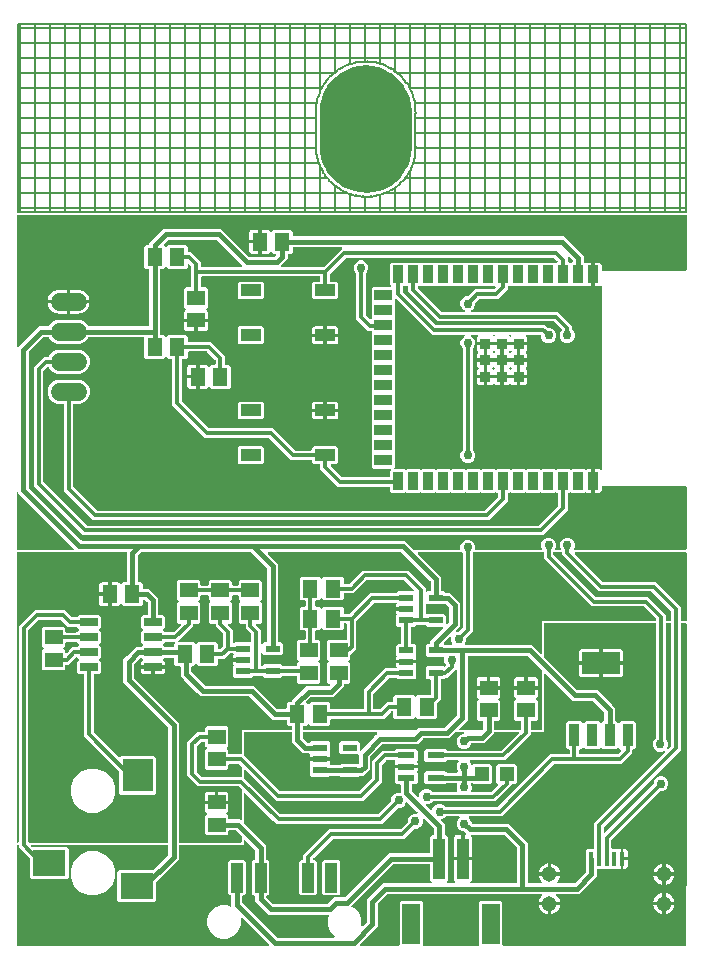
<source format=gbr>
G04 EAGLE Gerber RS-274X export*
G75*
%MOMM*%
%FSLAX34Y34*%
%LPD*%
%INTop Copper*%
%IPPOS*%
%AMOC8*
5,1,8,0,0,1.08239X$1,22.5*%
G01*
%ADD10R,1.300000X1.500000*%
%ADD11R,1.500000X1.300000*%
%ADD12R,1.200000X1.200000*%
%ADD13R,1.700000X1.000000*%
%ADD14R,1.400000X0.600000*%
%ADD15R,0.900000X1.900000*%
%ADD16R,3.200000X1.900000*%
%ADD17R,1.525000X0.650000*%
%ADD18R,1.200000X0.600000*%
%ADD19R,0.450000X1.200000*%
%ADD20C,1.308000*%
%ADD21R,2.800000X2.200000*%
%ADD22R,2.600000X2.800000*%
%ADD23R,1.000000X3.500000*%
%ADD24R,1.500000X3.400000*%
%ADD25C,1.524000*%
%ADD26R,1.250000X0.600000*%
%ADD27R,1.000000X2.500000*%
%ADD28R,0.900000X1.500000*%
%ADD29R,1.500000X0.900000*%
%ADD30R,0.900000X0.900000*%
%ADD31C,0.304800*%
%ADD32C,0.756400*%
%ADD33C,0.152400*%
%ADD34C,0.406400*%

G36*
X385148Y345321D02*
X385148Y345321D01*
X385194Y345319D01*
X385268Y345341D01*
X385345Y345354D01*
X385386Y345375D01*
X385430Y345388D01*
X385494Y345432D01*
X385563Y345469D01*
X385594Y345502D01*
X385632Y345528D01*
X385678Y345591D01*
X385732Y345647D01*
X385751Y345689D01*
X385779Y345725D01*
X385803Y345799D01*
X385836Y345870D01*
X385841Y345916D01*
X385855Y345959D01*
X385854Y346037D01*
X385863Y346114D01*
X385853Y346159D01*
X385852Y346205D01*
X385814Y346337D01*
X385810Y346355D01*
X385808Y346359D01*
X385806Y346366D01*
X385790Y346405D01*
X385790Y348920D01*
X386752Y351244D01*
X388531Y353023D01*
X390855Y353985D01*
X393370Y353985D01*
X395694Y353023D01*
X397473Y351244D01*
X398435Y348920D01*
X398435Y346405D01*
X398419Y346366D01*
X398409Y346322D01*
X398389Y346280D01*
X398381Y346203D01*
X398363Y346127D01*
X398367Y346081D01*
X398362Y346036D01*
X398379Y345959D01*
X398386Y345882D01*
X398405Y345840D01*
X398415Y345795D01*
X398455Y345728D01*
X398486Y345657D01*
X398517Y345623D01*
X398541Y345584D01*
X398600Y345533D01*
X398653Y345476D01*
X398693Y345454D01*
X398728Y345424D01*
X398800Y345395D01*
X398868Y345358D01*
X398913Y345349D01*
X398956Y345332D01*
X399092Y345317D01*
X399110Y345314D01*
X399115Y345315D01*
X399123Y345314D01*
X454022Y345314D01*
X454068Y345321D01*
X454114Y345319D01*
X454189Y345341D01*
X454265Y345354D01*
X454306Y345375D01*
X454350Y345388D01*
X454414Y345432D01*
X454483Y345469D01*
X454514Y345502D01*
X454552Y345528D01*
X454598Y345590D01*
X454652Y345647D01*
X454671Y345689D01*
X454699Y345725D01*
X454723Y345799D01*
X454756Y345870D01*
X454761Y345916D01*
X454775Y345959D01*
X454774Y346037D01*
X454783Y346114D01*
X454773Y346159D01*
X454773Y346205D01*
X454734Y346337D01*
X454730Y346355D01*
X454728Y346359D01*
X454726Y346366D01*
X454052Y347992D01*
X454052Y350508D01*
X455015Y352832D01*
X456793Y354610D01*
X459117Y355573D01*
X461633Y355573D01*
X463957Y354610D01*
X465735Y352832D01*
X466698Y350508D01*
X466698Y347992D01*
X466024Y346366D01*
X466014Y346322D01*
X465994Y346280D01*
X465986Y346203D01*
X465968Y346127D01*
X465972Y346081D01*
X465967Y346036D01*
X465984Y345959D01*
X465991Y345882D01*
X466010Y345840D01*
X466020Y345795D01*
X466060Y345728D01*
X466091Y345657D01*
X466122Y345623D01*
X466146Y345584D01*
X466205Y345534D01*
X466258Y345476D01*
X466298Y345454D01*
X466333Y345424D01*
X466405Y345395D01*
X466473Y345358D01*
X466518Y345349D01*
X466561Y345332D01*
X466697Y345317D01*
X466715Y345314D01*
X466720Y345315D01*
X466728Y345314D01*
X469897Y345314D01*
X469943Y345321D01*
X469989Y345319D01*
X470064Y345341D01*
X470140Y345354D01*
X470181Y345375D01*
X470225Y345388D01*
X470289Y345432D01*
X470358Y345469D01*
X470389Y345502D01*
X470427Y345528D01*
X470473Y345590D01*
X470527Y345647D01*
X470546Y345689D01*
X470574Y345725D01*
X470598Y345799D01*
X470631Y345870D01*
X470636Y345916D01*
X470650Y345959D01*
X470649Y346037D01*
X470658Y346114D01*
X470648Y346159D01*
X470648Y346205D01*
X470609Y346337D01*
X470605Y346355D01*
X470603Y346359D01*
X470601Y346366D01*
X469927Y347992D01*
X469927Y350508D01*
X470890Y352832D01*
X472668Y354610D01*
X474992Y355573D01*
X477508Y355573D01*
X479832Y354610D01*
X481610Y352832D01*
X482573Y350508D01*
X482573Y347992D01*
X481899Y346366D01*
X481889Y346322D01*
X481869Y346280D01*
X481861Y346203D01*
X481843Y346127D01*
X481847Y346081D01*
X481842Y346036D01*
X481859Y345959D01*
X481866Y345882D01*
X481885Y345840D01*
X481895Y345795D01*
X481935Y345728D01*
X481966Y345657D01*
X481997Y345623D01*
X482021Y345584D01*
X482080Y345534D01*
X482133Y345476D01*
X482173Y345454D01*
X482208Y345424D01*
X482280Y345395D01*
X482348Y345358D01*
X482393Y345349D01*
X482436Y345332D01*
X482572Y345317D01*
X482590Y345314D01*
X482595Y345315D01*
X482603Y345314D01*
X576453Y345314D01*
X576473Y345317D01*
X576492Y345315D01*
X576594Y345337D01*
X576696Y345354D01*
X576713Y345363D01*
X576733Y345367D01*
X576822Y345420D01*
X576913Y345469D01*
X576927Y345483D01*
X576944Y345493D01*
X577011Y345572D01*
X577083Y345647D01*
X577091Y345665D01*
X577104Y345680D01*
X577143Y345776D01*
X577186Y345870D01*
X577188Y345890D01*
X577196Y345908D01*
X577214Y346075D01*
X577214Y398463D01*
X577211Y398482D01*
X577213Y398502D01*
X577191Y398603D01*
X577175Y398705D01*
X577165Y398723D01*
X577161Y398742D01*
X577108Y398831D01*
X577059Y398923D01*
X577045Y398936D01*
X577035Y398953D01*
X576956Y399021D01*
X576881Y399092D01*
X576863Y399100D01*
X576848Y399113D01*
X576752Y399152D01*
X576658Y399196D01*
X576638Y399198D01*
X576620Y399205D01*
X576453Y399224D01*
X506027Y399224D01*
X506007Y399221D01*
X505987Y399223D01*
X505886Y399201D01*
X505784Y399184D01*
X505767Y399175D01*
X505747Y399170D01*
X505658Y399117D01*
X505567Y399069D01*
X505553Y399055D01*
X505536Y399044D01*
X505469Y398965D01*
X505397Y398891D01*
X505389Y398872D01*
X505376Y398857D01*
X505337Y398761D01*
X505294Y398668D01*
X505292Y398648D01*
X505284Y398629D01*
X505266Y398463D01*
X505266Y395865D01*
X505093Y395219D01*
X504758Y394640D01*
X504285Y394167D01*
X503706Y393832D01*
X503059Y393659D01*
X499748Y393659D01*
X499748Y402938D01*
X499745Y402958D01*
X499747Y402977D01*
X499725Y403079D01*
X499708Y403181D01*
X499699Y403198D01*
X499695Y403218D01*
X499642Y403307D01*
X499593Y403398D01*
X499579Y403412D01*
X499569Y403429D01*
X499490Y403496D01*
X499415Y403567D01*
X499397Y403576D01*
X499382Y403589D01*
X499286Y403628D01*
X499192Y403671D01*
X499172Y403673D01*
X499154Y403681D01*
X498987Y403699D01*
X497463Y403699D01*
X497443Y403696D01*
X497424Y403698D01*
X497322Y403676D01*
X497220Y403659D01*
X497203Y403650D01*
X497183Y403646D01*
X497094Y403593D01*
X497003Y403544D01*
X496989Y403530D01*
X496972Y403520D01*
X496905Y403441D01*
X496834Y403366D01*
X496825Y403348D01*
X496812Y403333D01*
X496773Y403237D01*
X496730Y403143D01*
X496728Y403123D01*
X496720Y403105D01*
X496702Y402938D01*
X496702Y393659D01*
X493391Y393659D01*
X492744Y393832D01*
X492303Y394087D01*
X492262Y394103D01*
X492225Y394126D01*
X492148Y394146D01*
X492073Y394174D01*
X492029Y394176D01*
X491987Y394186D01*
X491907Y394180D01*
X491827Y394183D01*
X491785Y394171D01*
X491742Y394167D01*
X491668Y394136D01*
X491591Y394113D01*
X491556Y394088D01*
X491515Y394071D01*
X491401Y393980D01*
X491390Y393972D01*
X491388Y393969D01*
X491384Y393966D01*
X491077Y393659D01*
X479973Y393659D01*
X479713Y393919D01*
X479697Y393930D01*
X479685Y393946D01*
X479598Y394002D01*
X479514Y394062D01*
X479495Y394068D01*
X479478Y394079D01*
X479377Y394104D01*
X479278Y394134D01*
X479258Y394134D01*
X479239Y394139D01*
X479136Y394131D01*
X479033Y394128D01*
X479014Y394121D01*
X478994Y394120D01*
X478899Y394079D01*
X478802Y394044D01*
X478786Y394031D01*
X478768Y394023D01*
X478637Y393919D01*
X478377Y393659D01*
X477651Y393659D01*
X477631Y393656D01*
X477612Y393658D01*
X477510Y393636D01*
X477408Y393620D01*
X477391Y393610D01*
X477371Y393606D01*
X477282Y393553D01*
X477191Y393504D01*
X477177Y393490D01*
X477160Y393480D01*
X477093Y393401D01*
X477021Y393326D01*
X477013Y393308D01*
X477000Y393293D01*
X476961Y393197D01*
X476918Y393103D01*
X476916Y393083D01*
X476908Y393065D01*
X476890Y392898D01*
X476890Y379066D01*
X455709Y357885D01*
X66579Y357885D01*
X24510Y399954D01*
X24510Y500159D01*
X27114Y502763D01*
X33241Y508890D01*
X36532Y508890D01*
X36647Y508909D01*
X36763Y508926D01*
X36769Y508928D01*
X36775Y508929D01*
X36877Y508984D01*
X36982Y509037D01*
X36987Y509042D01*
X36992Y509045D01*
X37072Y509129D01*
X37155Y509213D01*
X37158Y509219D01*
X37162Y509223D01*
X37169Y509240D01*
X37235Y509360D01*
X37741Y510581D01*
X40599Y513439D01*
X44334Y514986D01*
X63616Y514986D01*
X67351Y513439D01*
X70209Y510581D01*
X71756Y506846D01*
X71756Y502804D01*
X70209Y499069D01*
X67351Y496211D01*
X63616Y494664D01*
X44334Y494664D01*
X40599Y496211D01*
X37741Y499069D01*
X37350Y500013D01*
X37326Y500052D01*
X37310Y500095D01*
X37262Y500156D01*
X37221Y500222D01*
X37185Y500252D01*
X37157Y500287D01*
X37091Y500329D01*
X37031Y500379D01*
X36988Y500396D01*
X36950Y500420D01*
X36874Y500439D01*
X36801Y500467D01*
X36756Y500469D01*
X36711Y500480D01*
X36634Y500474D01*
X36556Y500478D01*
X36512Y500465D01*
X36466Y500461D01*
X36394Y500431D01*
X36320Y500409D01*
X36282Y500383D01*
X36240Y500365D01*
X36133Y500280D01*
X36117Y500269D01*
X36114Y500265D01*
X36109Y500260D01*
X32863Y497014D01*
X32810Y496940D01*
X32750Y496871D01*
X32738Y496841D01*
X32719Y496815D01*
X32692Y496728D01*
X32658Y496643D01*
X32654Y496602D01*
X32647Y496580D01*
X32648Y496547D01*
X32640Y496476D01*
X32640Y403636D01*
X32654Y403546D01*
X32662Y403455D01*
X32674Y403426D01*
X32679Y403394D01*
X32722Y403313D01*
X32758Y403229D01*
X32784Y403197D01*
X32795Y403176D01*
X32818Y403154D01*
X32863Y403098D01*
X69723Y366238D01*
X69797Y366185D01*
X69867Y366125D01*
X69897Y366113D01*
X69923Y366094D01*
X70010Y366067D01*
X70095Y366033D01*
X70136Y366029D01*
X70158Y366022D01*
X70190Y366023D01*
X70261Y366015D01*
X452026Y366015D01*
X452116Y366029D01*
X452207Y366037D01*
X452237Y366049D01*
X452269Y366054D01*
X452349Y366097D01*
X452433Y366133D01*
X452465Y366159D01*
X452486Y366170D01*
X452508Y366193D01*
X452564Y366238D01*
X468537Y382211D01*
X468590Y382285D01*
X468650Y382354D01*
X468662Y382384D01*
X468681Y382410D01*
X468708Y382497D01*
X468742Y382582D01*
X468746Y382623D01*
X468753Y382646D01*
X468752Y382678D01*
X468760Y382749D01*
X468760Y392898D01*
X468757Y392918D01*
X468759Y392937D01*
X468737Y393039D01*
X468721Y393141D01*
X468711Y393158D01*
X468707Y393178D01*
X468654Y393267D01*
X468605Y393358D01*
X468591Y393372D01*
X468581Y393389D01*
X468502Y393456D01*
X468427Y393528D01*
X468409Y393536D01*
X468394Y393549D01*
X468298Y393588D01*
X468204Y393631D01*
X468184Y393633D01*
X468166Y393641D01*
X467999Y393659D01*
X467273Y393659D01*
X467013Y393919D01*
X466997Y393930D01*
X466985Y393946D01*
X466898Y394002D01*
X466814Y394062D01*
X466795Y394068D01*
X466778Y394079D01*
X466677Y394104D01*
X466578Y394134D01*
X466558Y394134D01*
X466539Y394139D01*
X466436Y394131D01*
X466333Y394128D01*
X466314Y394121D01*
X466294Y394120D01*
X466199Y394079D01*
X466102Y394044D01*
X466086Y394031D01*
X466068Y394023D01*
X465937Y393919D01*
X465677Y393659D01*
X454573Y393659D01*
X454313Y393919D01*
X454297Y393930D01*
X454285Y393946D01*
X454198Y394002D01*
X454114Y394062D01*
X454095Y394068D01*
X454078Y394079D01*
X453977Y394104D01*
X453878Y394134D01*
X453858Y394134D01*
X453839Y394139D01*
X453736Y394131D01*
X453633Y394128D01*
X453614Y394121D01*
X453594Y394120D01*
X453499Y394079D01*
X453402Y394044D01*
X453386Y394031D01*
X453368Y394023D01*
X453237Y393919D01*
X452977Y393659D01*
X441873Y393659D01*
X441613Y393919D01*
X441597Y393930D01*
X441585Y393946D01*
X441498Y394002D01*
X441414Y394062D01*
X441395Y394068D01*
X441378Y394079D01*
X441277Y394104D01*
X441178Y394134D01*
X441158Y394134D01*
X441139Y394139D01*
X441036Y394131D01*
X440933Y394128D01*
X440914Y394121D01*
X440894Y394120D01*
X440799Y394079D01*
X440702Y394044D01*
X440686Y394031D01*
X440668Y394023D01*
X440537Y393919D01*
X440277Y393659D01*
X429173Y393659D01*
X428913Y393919D01*
X428897Y393930D01*
X428885Y393946D01*
X428798Y394002D01*
X428714Y394062D01*
X428695Y394068D01*
X428678Y394079D01*
X428577Y394104D01*
X428478Y394134D01*
X428458Y394134D01*
X428439Y394139D01*
X428336Y394131D01*
X428233Y394128D01*
X428214Y394121D01*
X428194Y394120D01*
X428099Y394079D01*
X428002Y394044D01*
X427986Y394031D01*
X427968Y394023D01*
X427837Y393919D01*
X427577Y393659D01*
X426851Y393659D01*
X426831Y393656D01*
X426812Y393658D01*
X426710Y393636D01*
X426608Y393620D01*
X426591Y393610D01*
X426571Y393606D01*
X426482Y393553D01*
X426391Y393504D01*
X426377Y393490D01*
X426360Y393480D01*
X426293Y393401D01*
X426221Y393326D01*
X426213Y393308D01*
X426200Y393293D01*
X426161Y393197D01*
X426118Y393103D01*
X426116Y393083D01*
X426108Y393065D01*
X426090Y392898D01*
X426090Y387004D01*
X409671Y370585D01*
X74516Y370585D01*
X49910Y395191D01*
X49910Y468503D01*
X49907Y468523D01*
X49909Y468542D01*
X49887Y468644D01*
X49871Y468746D01*
X49861Y468763D01*
X49857Y468783D01*
X49804Y468872D01*
X49755Y468963D01*
X49741Y468977D01*
X49731Y468994D01*
X49652Y469061D01*
X49577Y469133D01*
X49559Y469141D01*
X49544Y469154D01*
X49448Y469193D01*
X49354Y469236D01*
X49334Y469238D01*
X49316Y469246D01*
X49149Y469264D01*
X44334Y469264D01*
X40599Y470811D01*
X37741Y473669D01*
X36194Y477404D01*
X36194Y481446D01*
X37741Y485181D01*
X40599Y488039D01*
X44334Y489586D01*
X63616Y489586D01*
X67351Y488039D01*
X70209Y485181D01*
X71756Y481446D01*
X71756Y477404D01*
X70209Y473669D01*
X67351Y470811D01*
X63616Y469264D01*
X58801Y469264D01*
X58781Y469261D01*
X58762Y469263D01*
X58660Y469241D01*
X58558Y469225D01*
X58541Y469215D01*
X58521Y469211D01*
X58432Y469158D01*
X58341Y469109D01*
X58327Y469095D01*
X58310Y469085D01*
X58243Y469006D01*
X58171Y468931D01*
X58163Y468913D01*
X58150Y468898D01*
X58111Y468802D01*
X58068Y468708D01*
X58066Y468688D01*
X58058Y468670D01*
X58040Y468503D01*
X58040Y398874D01*
X58054Y398784D01*
X58062Y398693D01*
X58074Y398663D01*
X58079Y398631D01*
X58122Y398551D01*
X58158Y398467D01*
X58184Y398435D01*
X58195Y398414D01*
X58218Y398392D01*
X58263Y398336D01*
X77661Y378938D01*
X77735Y378885D01*
X77804Y378825D01*
X77834Y378813D01*
X77860Y378794D01*
X77947Y378767D01*
X78032Y378733D01*
X78073Y378729D01*
X78096Y378722D01*
X78128Y378723D01*
X78199Y378715D01*
X405989Y378715D01*
X406079Y378729D01*
X406170Y378737D01*
X406199Y378749D01*
X406231Y378754D01*
X406312Y378797D01*
X406396Y378833D01*
X406428Y378859D01*
X406449Y378870D01*
X406471Y378893D01*
X406527Y378938D01*
X417737Y390148D01*
X417790Y390222D01*
X417850Y390292D01*
X417862Y390322D01*
X417881Y390348D01*
X417908Y390435D01*
X417942Y390520D01*
X417946Y390561D01*
X417953Y390583D01*
X417952Y390615D01*
X417960Y390686D01*
X417960Y392898D01*
X417957Y392918D01*
X417959Y392937D01*
X417937Y393039D01*
X417921Y393141D01*
X417911Y393158D01*
X417907Y393178D01*
X417854Y393267D01*
X417805Y393358D01*
X417791Y393372D01*
X417781Y393389D01*
X417702Y393456D01*
X417627Y393528D01*
X417609Y393536D01*
X417594Y393549D01*
X417498Y393588D01*
X417404Y393631D01*
X417384Y393633D01*
X417366Y393641D01*
X417199Y393659D01*
X416473Y393659D01*
X416213Y393919D01*
X416197Y393930D01*
X416185Y393946D01*
X416098Y394002D01*
X416014Y394062D01*
X415995Y394068D01*
X415978Y394079D01*
X415877Y394104D01*
X415778Y394134D01*
X415758Y394134D01*
X415739Y394139D01*
X415636Y394131D01*
X415533Y394128D01*
X415514Y394121D01*
X415494Y394120D01*
X415399Y394079D01*
X415302Y394044D01*
X415286Y394031D01*
X415268Y394023D01*
X415137Y393919D01*
X414877Y393659D01*
X403773Y393659D01*
X403513Y393919D01*
X403497Y393930D01*
X403485Y393946D01*
X403398Y394002D01*
X403314Y394062D01*
X403295Y394068D01*
X403278Y394079D01*
X403177Y394104D01*
X403078Y394134D01*
X403058Y394134D01*
X403039Y394139D01*
X402936Y394131D01*
X402833Y394128D01*
X402814Y394121D01*
X402794Y394120D01*
X402699Y394079D01*
X402602Y394044D01*
X402586Y394031D01*
X402568Y394023D01*
X402437Y393919D01*
X402177Y393659D01*
X391073Y393659D01*
X390813Y393919D01*
X390797Y393930D01*
X390785Y393946D01*
X390698Y394002D01*
X390614Y394062D01*
X390595Y394068D01*
X390578Y394079D01*
X390477Y394104D01*
X390379Y394134D01*
X390359Y394134D01*
X390339Y394139D01*
X390236Y394131D01*
X390133Y394128D01*
X390114Y394121D01*
X390094Y394120D01*
X389999Y394079D01*
X389902Y394044D01*
X389886Y394031D01*
X389868Y394023D01*
X389737Y393919D01*
X389477Y393659D01*
X378373Y393659D01*
X378113Y393919D01*
X378097Y393930D01*
X378085Y393946D01*
X377998Y394002D01*
X377914Y394062D01*
X377895Y394068D01*
X377878Y394079D01*
X377777Y394104D01*
X377678Y394134D01*
X377658Y394134D01*
X377639Y394139D01*
X377536Y394131D01*
X377433Y394128D01*
X377414Y394121D01*
X377394Y394120D01*
X377299Y394079D01*
X377202Y394044D01*
X377186Y394031D01*
X377168Y394023D01*
X377037Y393919D01*
X376777Y393659D01*
X365673Y393659D01*
X365413Y393919D01*
X365397Y393930D01*
X365385Y393946D01*
X365298Y394002D01*
X365214Y394062D01*
X365195Y394068D01*
X365178Y394079D01*
X365077Y394104D01*
X364978Y394134D01*
X364958Y394134D01*
X364939Y394139D01*
X364836Y394131D01*
X364733Y394128D01*
X364714Y394121D01*
X364694Y394120D01*
X364599Y394079D01*
X364502Y394044D01*
X364486Y394031D01*
X364468Y394023D01*
X364337Y393919D01*
X364077Y393659D01*
X352973Y393659D01*
X352713Y393919D01*
X352697Y393930D01*
X352685Y393946D01*
X352598Y394002D01*
X352514Y394062D01*
X352495Y394068D01*
X352478Y394079D01*
X352377Y394104D01*
X352278Y394134D01*
X352258Y394134D01*
X352239Y394139D01*
X352136Y394131D01*
X352033Y394128D01*
X352014Y394121D01*
X351994Y394120D01*
X351899Y394079D01*
X351802Y394044D01*
X351786Y394031D01*
X351768Y394023D01*
X351637Y393919D01*
X351377Y393659D01*
X340273Y393659D01*
X340013Y393919D01*
X339997Y393930D01*
X339985Y393946D01*
X339898Y394002D01*
X339814Y394062D01*
X339795Y394068D01*
X339778Y394079D01*
X339677Y394104D01*
X339578Y394134D01*
X339558Y394134D01*
X339539Y394139D01*
X339436Y394131D01*
X339333Y394128D01*
X339314Y394121D01*
X339294Y394120D01*
X339199Y394079D01*
X339102Y394044D01*
X339086Y394031D01*
X339068Y394023D01*
X338937Y393919D01*
X338677Y393659D01*
X327573Y393659D01*
X326084Y395148D01*
X326084Y398212D01*
X326081Y398231D01*
X326083Y398251D01*
X326061Y398352D01*
X326045Y398454D01*
X326035Y398472D01*
X326031Y398491D01*
X325978Y398580D01*
X325929Y398672D01*
X325915Y398685D01*
X325905Y398702D01*
X325826Y398770D01*
X325751Y398841D01*
X325733Y398849D01*
X325718Y398862D01*
X325622Y398901D01*
X325528Y398945D01*
X325508Y398947D01*
X325490Y398954D01*
X325323Y398973D01*
X282466Y398973D01*
X279862Y401577D01*
X267148Y414291D01*
X267148Y417198D01*
X267145Y417218D01*
X267147Y417237D01*
X267125Y417339D01*
X267108Y417441D01*
X267099Y417458D01*
X267094Y417478D01*
X267041Y417567D01*
X266993Y417658D01*
X266979Y417672D01*
X266968Y417689D01*
X266890Y417756D01*
X266815Y417828D01*
X266797Y417836D01*
X266781Y417849D01*
X266685Y417888D01*
X266592Y417931D01*
X266572Y417933D01*
X266553Y417941D01*
X266387Y417959D01*
X261660Y417959D01*
X260172Y419448D01*
X260172Y420674D01*
X260169Y420694D01*
X260171Y420713D01*
X260149Y420815D01*
X260132Y420917D01*
X260123Y420934D01*
X260118Y420954D01*
X260065Y421043D01*
X260017Y421134D01*
X260003Y421148D01*
X259992Y421165D01*
X259914Y421232D01*
X259839Y421304D01*
X259821Y421312D01*
X259805Y421325D01*
X259709Y421364D01*
X259616Y421407D01*
X259596Y421409D01*
X259577Y421417D01*
X259411Y421435D01*
X242741Y421435D01*
X223964Y440212D01*
X223890Y440265D01*
X223821Y440325D01*
X223791Y440337D01*
X223765Y440356D01*
X223678Y440383D01*
X223593Y440417D01*
X223552Y440421D01*
X223529Y440428D01*
X223497Y440427D01*
X223426Y440435D01*
X169766Y440435D01*
X141985Y468216D01*
X141985Y506723D01*
X141984Y506733D01*
X141984Y506738D01*
X141982Y506746D01*
X141984Y506762D01*
X141962Y506864D01*
X141946Y506966D01*
X141936Y506983D01*
X141932Y507003D01*
X141879Y507092D01*
X141830Y507183D01*
X141816Y507197D01*
X141806Y507214D01*
X141727Y507281D01*
X141652Y507353D01*
X141634Y507361D01*
X141619Y507374D01*
X141523Y507413D01*
X141429Y507456D01*
X141409Y507458D01*
X141391Y507466D01*
X141224Y507484D01*
X138473Y507484D01*
X137063Y508894D01*
X137047Y508905D01*
X137035Y508921D01*
X136947Y508977D01*
X136864Y509037D01*
X136845Y509043D01*
X136828Y509054D01*
X136727Y509079D01*
X136628Y509109D01*
X136609Y509109D01*
X136589Y509114D01*
X136486Y509106D01*
X136383Y509103D01*
X136364Y509096D01*
X136344Y509095D01*
X136249Y509054D01*
X136152Y509019D01*
X136136Y509006D01*
X136118Y508998D01*
X135987Y508894D01*
X134577Y507484D01*
X119473Y507484D01*
X117984Y508973D01*
X117984Y524891D01*
X117981Y524911D01*
X117983Y524930D01*
X117961Y525032D01*
X117945Y525134D01*
X117935Y525151D01*
X117931Y525171D01*
X117878Y525260D01*
X117829Y525351D01*
X117815Y525365D01*
X117805Y525382D01*
X117726Y525449D01*
X117651Y525521D01*
X117633Y525529D01*
X117618Y525542D01*
X117522Y525581D01*
X117428Y525624D01*
X117408Y525626D01*
X117390Y525634D01*
X117223Y525652D01*
X71207Y525652D01*
X71093Y525633D01*
X70977Y525616D01*
X70971Y525614D01*
X70965Y525613D01*
X70862Y525558D01*
X70757Y525505D01*
X70753Y525500D01*
X70747Y525497D01*
X70667Y525413D01*
X70585Y525329D01*
X70581Y525323D01*
X70578Y525319D01*
X70570Y525302D01*
X70504Y525182D01*
X70209Y524469D01*
X67351Y521611D01*
X63616Y520064D01*
X44334Y520064D01*
X40599Y521611D01*
X37741Y524469D01*
X37446Y525182D01*
X37384Y525282D01*
X37324Y525382D01*
X37320Y525386D01*
X37316Y525391D01*
X37226Y525466D01*
X37137Y525542D01*
X37132Y525544D01*
X37127Y525548D01*
X37018Y525590D01*
X36909Y525634D01*
X36902Y525635D01*
X36897Y525636D01*
X36879Y525637D01*
X36743Y525652D01*
X33125Y525652D01*
X33035Y525638D01*
X32944Y525630D01*
X32914Y525618D01*
X32882Y525613D01*
X32802Y525570D01*
X32718Y525534D01*
X32686Y525508D01*
X32665Y525497D01*
X32643Y525474D01*
X32587Y525429D01*
X20353Y513196D01*
X20300Y513122D01*
X20241Y513052D01*
X20228Y513022D01*
X20210Y512996D01*
X20183Y512909D01*
X20149Y512824D01*
X20144Y512783D01*
X20137Y512761D01*
X20138Y512729D01*
X20130Y512657D01*
X20130Y398568D01*
X20145Y398478D01*
X20152Y398387D01*
X20165Y398357D01*
X20170Y398325D01*
X20213Y398244D01*
X20248Y398160D01*
X20274Y398128D01*
X20285Y398108D01*
X20308Y398085D01*
X20353Y398029D01*
X64754Y353629D01*
X64828Y353575D01*
X64897Y353516D01*
X64928Y353504D01*
X64954Y353485D01*
X65041Y353458D01*
X65126Y353424D01*
X65167Y353420D01*
X65189Y353413D01*
X65221Y353414D01*
X65292Y353406D01*
X338861Y353406D01*
X346730Y345537D01*
X346804Y345484D01*
X346874Y345424D01*
X346904Y345412D01*
X346930Y345393D01*
X347017Y345366D01*
X347102Y345332D01*
X347143Y345328D01*
X347165Y345321D01*
X347197Y345322D01*
X347268Y345314D01*
X385102Y345314D01*
X385148Y345321D01*
G37*
G36*
X325343Y407105D02*
X325343Y407105D01*
X325362Y407103D01*
X325464Y407125D01*
X325566Y407142D01*
X325583Y407151D01*
X325603Y407156D01*
X325692Y407209D01*
X325783Y407257D01*
X325797Y407271D01*
X325814Y407282D01*
X325881Y407360D01*
X325953Y407435D01*
X325961Y407453D01*
X325974Y407469D01*
X326013Y407565D01*
X326056Y407658D01*
X326058Y407678D01*
X326066Y407697D01*
X326084Y407863D01*
X326084Y412252D01*
X326842Y413010D01*
X326883Y413068D01*
X326933Y413120D01*
X326955Y413167D01*
X326985Y413209D01*
X327006Y413278D01*
X327036Y413343D01*
X327042Y413395D01*
X327058Y413445D01*
X327056Y413516D01*
X327064Y413587D01*
X327052Y413638D01*
X327051Y413690D01*
X327027Y413758D01*
X327011Y413828D01*
X326985Y413873D01*
X326967Y413921D01*
X326922Y413977D01*
X326885Y414039D01*
X326846Y414073D01*
X326813Y414113D01*
X326753Y414152D01*
X326698Y414199D01*
X326650Y414218D01*
X326606Y414246D01*
X326537Y414264D01*
X326470Y414291D01*
X326399Y414299D01*
X326368Y414307D01*
X326344Y414305D01*
X326303Y414309D01*
X312073Y414309D01*
X310584Y415798D01*
X310584Y426902D01*
X310844Y427162D01*
X310855Y427178D01*
X310871Y427190D01*
X310927Y427277D01*
X310987Y427361D01*
X310993Y427380D01*
X311004Y427397D01*
X311029Y427498D01*
X311059Y427597D01*
X311059Y427617D01*
X311064Y427636D01*
X311056Y427739D01*
X311053Y427842D01*
X311046Y427861D01*
X311045Y427881D01*
X311004Y427976D01*
X310969Y428073D01*
X310956Y428089D01*
X310948Y428107D01*
X310844Y428238D01*
X310584Y428498D01*
X310584Y439602D01*
X310844Y439862D01*
X310855Y439878D01*
X310871Y439890D01*
X310927Y439977D01*
X310987Y440061D01*
X310993Y440080D01*
X311004Y440097D01*
X311029Y440198D01*
X311059Y440297D01*
X311059Y440317D01*
X311064Y440336D01*
X311056Y440439D01*
X311053Y440542D01*
X311046Y440561D01*
X311045Y440581D01*
X311004Y440676D01*
X310969Y440773D01*
X310956Y440789D01*
X310948Y440807D01*
X310844Y440938D01*
X310584Y441198D01*
X310584Y452302D01*
X310844Y452562D01*
X310855Y452578D01*
X310871Y452590D01*
X310927Y452677D01*
X310987Y452761D01*
X310993Y452780D01*
X311004Y452797D01*
X311029Y452898D01*
X311059Y452997D01*
X311059Y453017D01*
X311064Y453036D01*
X311056Y453139D01*
X311053Y453242D01*
X311046Y453261D01*
X311045Y453281D01*
X311004Y453376D01*
X310969Y453473D01*
X310956Y453489D01*
X310948Y453507D01*
X310844Y453638D01*
X310584Y453898D01*
X310584Y465002D01*
X310844Y465262D01*
X310855Y465278D01*
X310871Y465290D01*
X310927Y465377D01*
X310987Y465461D01*
X310993Y465480D01*
X311004Y465497D01*
X311029Y465598D01*
X311059Y465697D01*
X311059Y465717D01*
X311064Y465736D01*
X311056Y465839D01*
X311053Y465942D01*
X311046Y465961D01*
X311045Y465981D01*
X311004Y466076D01*
X310969Y466173D01*
X310956Y466189D01*
X310948Y466207D01*
X310844Y466338D01*
X310584Y466598D01*
X310584Y477702D01*
X310844Y477962D01*
X310855Y477978D01*
X310871Y477990D01*
X310927Y478077D01*
X310987Y478161D01*
X310993Y478180D01*
X311004Y478197D01*
X311029Y478298D01*
X311059Y478397D01*
X311059Y478417D01*
X311064Y478436D01*
X311056Y478539D01*
X311053Y478642D01*
X311046Y478661D01*
X311045Y478681D01*
X311004Y478776D01*
X310969Y478873D01*
X310956Y478889D01*
X310948Y478907D01*
X310844Y479038D01*
X310584Y479298D01*
X310584Y490402D01*
X310844Y490662D01*
X310855Y490678D01*
X310871Y490690D01*
X310927Y490777D01*
X310987Y490861D01*
X310993Y490880D01*
X311004Y490897D01*
X311029Y490998D01*
X311059Y491097D01*
X311059Y491117D01*
X311064Y491136D01*
X311056Y491239D01*
X311053Y491342D01*
X311046Y491361D01*
X311045Y491381D01*
X311004Y491476D01*
X310969Y491573D01*
X310956Y491589D01*
X310948Y491607D01*
X310844Y491738D01*
X310584Y491998D01*
X310584Y503102D01*
X310844Y503362D01*
X310855Y503378D01*
X310871Y503390D01*
X310927Y503477D01*
X310987Y503561D01*
X310993Y503580D01*
X311004Y503597D01*
X311029Y503698D01*
X311059Y503797D01*
X311059Y503817D01*
X311064Y503836D01*
X311056Y503939D01*
X311053Y504042D01*
X311046Y504061D01*
X311045Y504081D01*
X311004Y504176D01*
X310969Y504273D01*
X310956Y504289D01*
X310948Y504307D01*
X310844Y504438D01*
X310584Y504698D01*
X310584Y515802D01*
X310844Y516062D01*
X310855Y516078D01*
X310871Y516090D01*
X310899Y516135D01*
X310930Y516167D01*
X310949Y516209D01*
X310987Y516261D01*
X310993Y516280D01*
X311004Y516297D01*
X311020Y516360D01*
X311033Y516390D01*
X311037Y516424D01*
X311059Y516497D01*
X311059Y516517D01*
X311064Y516536D01*
X311058Y516611D01*
X311061Y516634D01*
X311055Y516659D01*
X311053Y516742D01*
X311046Y516761D01*
X311045Y516781D01*
X311012Y516858D01*
X311008Y516875D01*
X310999Y516890D01*
X310969Y516973D01*
X310956Y516989D01*
X310948Y517007D01*
X310844Y517138D01*
X310584Y517398D01*
X310584Y528502D01*
X310844Y528762D01*
X310855Y528778D01*
X310871Y528790D01*
X310927Y528877D01*
X310987Y528961D01*
X310993Y528980D01*
X311004Y528997D01*
X311029Y529098D01*
X311059Y529197D01*
X311059Y529217D01*
X311064Y529236D01*
X311056Y529339D01*
X311053Y529442D01*
X311046Y529461D01*
X311045Y529481D01*
X311004Y529576D01*
X310969Y529673D01*
X310956Y529689D01*
X310948Y529707D01*
X310844Y529838D01*
X310584Y530098D01*
X310584Y530162D01*
X310581Y530181D01*
X310583Y530201D01*
X310561Y530302D01*
X310545Y530404D01*
X310535Y530422D01*
X310531Y530441D01*
X310478Y530530D01*
X310429Y530622D01*
X310415Y530635D01*
X310405Y530652D01*
X310326Y530720D01*
X310251Y530791D01*
X310233Y530799D01*
X310218Y530812D01*
X310122Y530851D01*
X310028Y530895D01*
X310008Y530897D01*
X309990Y530904D01*
X309823Y530923D01*
X307879Y530923D01*
X297560Y541241D01*
X297560Y579008D01*
X297546Y579098D01*
X297538Y579189D01*
X297526Y579218D01*
X297521Y579250D01*
X297498Y579293D01*
X297497Y579297D01*
X297484Y579319D01*
X297478Y579331D01*
X297442Y579415D01*
X297416Y579447D01*
X297405Y579468D01*
X297382Y579490D01*
X297371Y579508D01*
X297359Y579518D01*
X297337Y579546D01*
X296265Y580618D01*
X295302Y582942D01*
X295302Y585458D01*
X296265Y587782D01*
X298043Y589560D01*
X300367Y590523D01*
X302883Y590523D01*
X305207Y589560D01*
X306985Y587782D01*
X307948Y585458D01*
X307948Y582942D01*
X306985Y580618D01*
X305913Y579546D01*
X305869Y579486D01*
X305831Y579446D01*
X305825Y579431D01*
X305800Y579403D01*
X305788Y579372D01*
X305769Y579346D01*
X305742Y579259D01*
X305708Y579174D01*
X305704Y579133D01*
X305697Y579111D01*
X305698Y579079D01*
X305690Y579008D01*
X305690Y544924D01*
X305704Y544834D01*
X305712Y544743D01*
X305724Y544713D01*
X305729Y544681D01*
X305772Y544601D01*
X305808Y544517D01*
X305834Y544485D01*
X305845Y544464D01*
X305868Y544442D01*
X305913Y544386D01*
X309302Y540997D01*
X309318Y540985D01*
X309331Y540969D01*
X309418Y540913D01*
X309502Y540853D01*
X309521Y540847D01*
X309537Y540836D01*
X309638Y540811D01*
X309737Y540781D01*
X309757Y540781D01*
X309776Y540776D01*
X309879Y540784D01*
X309983Y540787D01*
X310001Y540794D01*
X310021Y540795D01*
X310116Y540836D01*
X310214Y540871D01*
X310229Y540884D01*
X310247Y540892D01*
X310378Y540997D01*
X310844Y541462D01*
X310855Y541478D01*
X310871Y541490D01*
X310926Y541577D01*
X310987Y541661D01*
X310993Y541681D01*
X311004Y541697D01*
X311029Y541798D01*
X311059Y541897D01*
X311059Y541917D01*
X311064Y541936D01*
X311056Y542039D01*
X311053Y542142D01*
X311046Y542161D01*
X311045Y542181D01*
X311004Y542276D01*
X310969Y542373D01*
X310956Y542389D01*
X310948Y542407D01*
X310844Y542538D01*
X310584Y542798D01*
X310584Y553902D01*
X310844Y554162D01*
X310855Y554178D01*
X310871Y554190D01*
X310927Y554277D01*
X310987Y554361D01*
X310993Y554380D01*
X311004Y554397D01*
X311029Y554498D01*
X311059Y554597D01*
X311059Y554617D01*
X311064Y554636D01*
X311056Y554739D01*
X311053Y554842D01*
X311046Y554861D01*
X311045Y554881D01*
X311004Y554976D01*
X310969Y555073D01*
X310956Y555089D01*
X310948Y555107D01*
X310844Y555238D01*
X310584Y555498D01*
X310584Y566602D01*
X312073Y568091D01*
X326303Y568091D01*
X326374Y568102D01*
X326446Y568104D01*
X326495Y568122D01*
X326546Y568130D01*
X326609Y568164D01*
X326677Y568189D01*
X326717Y568221D01*
X326763Y568246D01*
X326813Y568298D01*
X326869Y568342D01*
X326897Y568386D01*
X326933Y568424D01*
X326963Y568489D01*
X327002Y568549D01*
X327015Y568600D01*
X327036Y568647D01*
X327044Y568718D01*
X327062Y568788D01*
X327058Y568840D01*
X327064Y568891D01*
X327048Y568962D01*
X327043Y569033D01*
X327022Y569081D01*
X327011Y569132D01*
X326974Y569193D01*
X326946Y569259D01*
X326902Y569315D01*
X326885Y569343D01*
X326867Y569358D01*
X326842Y569390D01*
X326084Y570148D01*
X326084Y587252D01*
X327573Y588741D01*
X338677Y588741D01*
X338937Y588481D01*
X338953Y588470D01*
X338965Y588454D01*
X339052Y588398D01*
X339136Y588338D01*
X339155Y588332D01*
X339172Y588321D01*
X339273Y588296D01*
X339372Y588266D01*
X339392Y588266D01*
X339411Y588261D01*
X339514Y588269D01*
X339617Y588272D01*
X339636Y588279D01*
X339656Y588280D01*
X339751Y588321D01*
X339848Y588356D01*
X339864Y588369D01*
X339882Y588377D01*
X340013Y588481D01*
X340273Y588741D01*
X351377Y588741D01*
X351637Y588481D01*
X351653Y588470D01*
X351665Y588454D01*
X351752Y588398D01*
X351836Y588338D01*
X351855Y588332D01*
X351872Y588321D01*
X351973Y588296D01*
X352072Y588266D01*
X352092Y588266D01*
X352111Y588261D01*
X352214Y588269D01*
X352317Y588272D01*
X352336Y588279D01*
X352356Y588280D01*
X352451Y588321D01*
X352548Y588356D01*
X352564Y588369D01*
X352582Y588377D01*
X352713Y588481D01*
X352973Y588741D01*
X364077Y588741D01*
X364337Y588481D01*
X364353Y588470D01*
X364365Y588454D01*
X364452Y588398D01*
X364536Y588338D01*
X364555Y588332D01*
X364572Y588321D01*
X364673Y588296D01*
X364772Y588266D01*
X364792Y588266D01*
X364811Y588261D01*
X364914Y588269D01*
X365017Y588272D01*
X365036Y588279D01*
X365056Y588280D01*
X365151Y588321D01*
X365248Y588356D01*
X365264Y588369D01*
X365282Y588377D01*
X365413Y588481D01*
X365673Y588741D01*
X376777Y588741D01*
X377037Y588481D01*
X377053Y588470D01*
X377065Y588454D01*
X377152Y588398D01*
X377236Y588338D01*
X377255Y588332D01*
X377272Y588321D01*
X377373Y588296D01*
X377472Y588266D01*
X377492Y588266D01*
X377511Y588261D01*
X377614Y588269D01*
X377717Y588272D01*
X377736Y588279D01*
X377756Y588280D01*
X377851Y588321D01*
X377948Y588356D01*
X377964Y588369D01*
X377982Y588377D01*
X378113Y588481D01*
X378373Y588741D01*
X389477Y588741D01*
X389737Y588481D01*
X389753Y588470D01*
X389765Y588454D01*
X389852Y588398D01*
X389936Y588338D01*
X389955Y588332D01*
X389972Y588321D01*
X390073Y588296D01*
X390172Y588266D01*
X390192Y588266D01*
X390211Y588261D01*
X390314Y588269D01*
X390417Y588272D01*
X390436Y588279D01*
X390456Y588280D01*
X390551Y588321D01*
X390648Y588356D01*
X390664Y588369D01*
X390682Y588377D01*
X390813Y588481D01*
X391073Y588741D01*
X402177Y588741D01*
X402437Y588481D01*
X402453Y588470D01*
X402465Y588454D01*
X402552Y588398D01*
X402636Y588338D01*
X402655Y588332D01*
X402672Y588321D01*
X402773Y588296D01*
X402872Y588266D01*
X402892Y588266D01*
X402911Y588261D01*
X403014Y588269D01*
X403117Y588272D01*
X403136Y588279D01*
X403156Y588280D01*
X403251Y588321D01*
X403348Y588356D01*
X403364Y588369D01*
X403382Y588377D01*
X403513Y588481D01*
X403773Y588741D01*
X414877Y588741D01*
X415137Y588481D01*
X415153Y588470D01*
X415165Y588454D01*
X415252Y588398D01*
X415336Y588338D01*
X415355Y588332D01*
X415372Y588321D01*
X415473Y588296D01*
X415572Y588266D01*
X415592Y588266D01*
X415611Y588261D01*
X415714Y588269D01*
X415817Y588272D01*
X415836Y588279D01*
X415856Y588280D01*
X415951Y588321D01*
X416048Y588356D01*
X416064Y588369D01*
X416082Y588377D01*
X416213Y588481D01*
X416473Y588741D01*
X427577Y588741D01*
X427837Y588481D01*
X427853Y588470D01*
X427865Y588454D01*
X427952Y588398D01*
X428036Y588338D01*
X428055Y588332D01*
X428072Y588321D01*
X428173Y588296D01*
X428272Y588266D01*
X428292Y588266D01*
X428311Y588261D01*
X428414Y588269D01*
X428517Y588272D01*
X428536Y588279D01*
X428556Y588280D01*
X428651Y588321D01*
X428748Y588356D01*
X428764Y588369D01*
X428782Y588377D01*
X428913Y588481D01*
X429173Y588741D01*
X440277Y588741D01*
X440537Y588481D01*
X440553Y588470D01*
X440565Y588454D01*
X440652Y588398D01*
X440736Y588338D01*
X440755Y588332D01*
X440772Y588321D01*
X440873Y588296D01*
X440972Y588266D01*
X440992Y588266D01*
X441011Y588261D01*
X441114Y588269D01*
X441217Y588272D01*
X441236Y588279D01*
X441256Y588280D01*
X441351Y588321D01*
X441448Y588356D01*
X441464Y588369D01*
X441482Y588377D01*
X441613Y588481D01*
X441873Y588741D01*
X452977Y588741D01*
X453237Y588481D01*
X453253Y588470D01*
X453265Y588454D01*
X453352Y588398D01*
X453436Y588338D01*
X453455Y588332D01*
X453472Y588321D01*
X453573Y588296D01*
X453672Y588266D01*
X453692Y588266D01*
X453711Y588261D01*
X453814Y588269D01*
X453917Y588272D01*
X453936Y588279D01*
X453956Y588280D01*
X454051Y588321D01*
X454148Y588356D01*
X454164Y588369D01*
X454182Y588377D01*
X454313Y588481D01*
X454573Y588741D01*
X465677Y588741D01*
X465937Y588481D01*
X465953Y588470D01*
X465965Y588454D01*
X466052Y588398D01*
X466136Y588338D01*
X466155Y588332D01*
X466172Y588321D01*
X466273Y588296D01*
X466372Y588266D01*
X466392Y588266D01*
X466411Y588261D01*
X466514Y588269D01*
X466617Y588272D01*
X466636Y588279D01*
X466656Y588280D01*
X466751Y588321D01*
X466848Y588356D01*
X466864Y588369D01*
X466882Y588377D01*
X467013Y588481D01*
X467273Y588741D01*
X467298Y588741D01*
X467369Y588752D01*
X467441Y588754D01*
X467489Y588772D01*
X467541Y588780D01*
X467604Y588814D01*
X467672Y588839D01*
X467712Y588871D01*
X467758Y588896D01*
X467808Y588948D01*
X467864Y588992D01*
X467892Y589036D01*
X467928Y589074D01*
X467958Y589139D01*
X467997Y589199D01*
X468009Y589250D01*
X468031Y589297D01*
X468039Y589368D01*
X468057Y589438D01*
X468053Y589490D01*
X468058Y589541D01*
X468043Y589612D01*
X468037Y589683D01*
X468017Y589731D01*
X468006Y589782D01*
X467969Y589843D01*
X467941Y589909D01*
X467896Y589965D01*
X467880Y589993D01*
X467862Y590008D01*
X467836Y590040D01*
X465264Y592612D01*
X465190Y592665D01*
X465121Y592725D01*
X465091Y592737D01*
X465065Y592756D01*
X464977Y592783D01*
X464893Y592817D01*
X464852Y592821D01*
X464829Y592828D01*
X464797Y592827D01*
X464726Y592835D01*
X289336Y592835D01*
X289246Y592821D01*
X289155Y592813D01*
X289126Y592801D01*
X289094Y592796D01*
X289013Y592753D01*
X288929Y592717D01*
X288897Y592691D01*
X288876Y592680D01*
X288854Y592657D01*
X288798Y592612D01*
X275500Y579314D01*
X275447Y579240D01*
X275388Y579171D01*
X275375Y579141D01*
X275357Y579115D01*
X275330Y579028D01*
X275296Y578943D01*
X275291Y578902D01*
X275284Y578879D01*
X275285Y578847D01*
X275277Y578776D01*
X275277Y573402D01*
X275280Y573382D01*
X275278Y573363D01*
X275300Y573261D01*
X275317Y573159D01*
X275326Y573142D01*
X275331Y573122D01*
X275384Y573033D01*
X275432Y572942D01*
X275446Y572928D01*
X275457Y572911D01*
X275535Y572844D01*
X275610Y572772D01*
X275628Y572764D01*
X275644Y572751D01*
X275740Y572712D01*
X275833Y572669D01*
X275853Y572667D01*
X275872Y572659D01*
X276038Y572641D01*
X280765Y572641D01*
X282253Y571152D01*
X282253Y559048D01*
X280765Y557559D01*
X261660Y557559D01*
X260172Y559048D01*
X260172Y571152D01*
X261660Y572641D01*
X266387Y572641D01*
X266406Y572644D01*
X266426Y572642D01*
X266527Y572664D01*
X266629Y572680D01*
X266647Y572690D01*
X266666Y572694D01*
X266755Y572747D01*
X266847Y572796D01*
X266860Y572810D01*
X266877Y572820D01*
X266945Y572899D01*
X267016Y572974D01*
X267024Y572992D01*
X267037Y573007D01*
X267076Y573103D01*
X267120Y573197D01*
X267122Y573217D01*
X267129Y573235D01*
X267148Y573402D01*
X267148Y576199D01*
X267145Y576219D01*
X267147Y576238D01*
X267125Y576340D01*
X267108Y576442D01*
X267099Y576459D01*
X267094Y576479D01*
X267041Y576568D01*
X266993Y576659D01*
X266979Y576673D01*
X266968Y576690D01*
X266890Y576757D01*
X266815Y576829D01*
X266797Y576837D01*
X266781Y576850D01*
X266685Y576889D01*
X266592Y576932D01*
X266572Y576934D01*
X266553Y576942D01*
X266387Y576960D01*
X166751Y576960D01*
X166731Y576957D01*
X166712Y576959D01*
X166610Y576937D01*
X166508Y576921D01*
X166491Y576911D01*
X166471Y576907D01*
X166382Y576854D01*
X166291Y576805D01*
X166277Y576791D01*
X166260Y576781D01*
X166193Y576702D01*
X166121Y576627D01*
X166113Y576609D01*
X166100Y576594D01*
X166061Y576498D01*
X166018Y576404D01*
X166016Y576384D01*
X166008Y576366D01*
X165990Y576199D01*
X165990Y568577D01*
X165993Y568557D01*
X165991Y568538D01*
X166013Y568436D01*
X166029Y568334D01*
X166039Y568317D01*
X166043Y568297D01*
X166096Y568208D01*
X166145Y568117D01*
X166159Y568103D01*
X166169Y568086D01*
X166248Y568019D01*
X166323Y567947D01*
X166341Y567939D01*
X166356Y567926D01*
X166452Y567887D01*
X166546Y567844D01*
X166566Y567842D01*
X166584Y567834D01*
X166751Y567816D01*
X170477Y567816D01*
X171966Y566327D01*
X171966Y551223D01*
X170461Y549717D01*
X170392Y549622D01*
X170321Y549525D01*
X170319Y549521D01*
X170317Y549518D01*
X170282Y549405D01*
X170246Y549291D01*
X170246Y549287D01*
X170245Y549283D01*
X170248Y549164D01*
X170250Y549045D01*
X170251Y549041D01*
X170251Y549037D01*
X170292Y548925D01*
X170331Y548813D01*
X170334Y548810D01*
X170335Y548806D01*
X170410Y548712D01*
X170483Y548619D01*
X170487Y548616D01*
X170489Y548614D01*
X170501Y548606D01*
X170618Y548520D01*
X170985Y548308D01*
X171458Y547835D01*
X171793Y547256D01*
X171966Y546609D01*
X171966Y541298D01*
X162687Y541298D01*
X162667Y541295D01*
X162648Y541297D01*
X162546Y541275D01*
X162444Y541258D01*
X162427Y541249D01*
X162407Y541245D01*
X162318Y541192D01*
X162227Y541143D01*
X162213Y541129D01*
X162196Y541119D01*
X162129Y541040D01*
X162058Y540965D01*
X162049Y540947D01*
X162036Y540932D01*
X161997Y540836D01*
X161954Y540742D01*
X161952Y540722D01*
X161944Y540704D01*
X161926Y540537D01*
X161926Y539774D01*
X161924Y539774D01*
X161924Y540537D01*
X161921Y540557D01*
X161923Y540576D01*
X161901Y540678D01*
X161884Y540780D01*
X161875Y540797D01*
X161871Y540817D01*
X161818Y540906D01*
X161769Y540997D01*
X161755Y541011D01*
X161745Y541028D01*
X161666Y541095D01*
X161591Y541166D01*
X161573Y541175D01*
X161558Y541188D01*
X161462Y541227D01*
X161368Y541270D01*
X161348Y541272D01*
X161330Y541280D01*
X161163Y541298D01*
X151884Y541298D01*
X151884Y546609D01*
X152057Y547256D01*
X152392Y547835D01*
X152865Y548308D01*
X153232Y548520D01*
X153325Y548596D01*
X153417Y548669D01*
X153419Y548673D01*
X153422Y548676D01*
X153485Y548776D01*
X153550Y548876D01*
X153551Y548880D01*
X153553Y548884D01*
X153581Y549000D01*
X153610Y549115D01*
X153609Y549119D01*
X153610Y549123D01*
X153600Y549241D01*
X153591Y549360D01*
X153589Y549364D01*
X153589Y549368D01*
X153541Y549477D01*
X153494Y549586D01*
X153491Y549590D01*
X153490Y549593D01*
X153480Y549604D01*
X153389Y549717D01*
X151884Y551223D01*
X151884Y566327D01*
X153373Y567816D01*
X157099Y567816D01*
X157119Y567819D01*
X157138Y567817D01*
X157240Y567839D01*
X157342Y567855D01*
X157359Y567865D01*
X157379Y567869D01*
X157468Y567922D01*
X157559Y567971D01*
X157573Y567985D01*
X157590Y567995D01*
X157657Y568074D01*
X157729Y568149D01*
X157737Y568167D01*
X157750Y568182D01*
X157789Y568278D01*
X157832Y568372D01*
X157834Y568392D01*
X157842Y568410D01*
X157860Y568577D01*
X157860Y585376D01*
X157846Y585466D01*
X157838Y585557D01*
X157826Y585587D01*
X157821Y585619D01*
X157778Y585699D01*
X157742Y585783D01*
X157716Y585816D01*
X157705Y585836D01*
X157682Y585858D01*
X157637Y585914D01*
X156365Y587186D01*
X156307Y587228D01*
X156255Y587278D01*
X156208Y587300D01*
X156166Y587330D01*
X156097Y587351D01*
X156032Y587381D01*
X155980Y587387D01*
X155930Y587402D01*
X155859Y587400D01*
X155788Y587408D01*
X155737Y587397D01*
X155685Y587396D01*
X155617Y587371D01*
X155547Y587356D01*
X155502Y587329D01*
X155454Y587311D01*
X155398Y587267D01*
X155336Y587230D01*
X155302Y587190D01*
X155262Y587158D01*
X155223Y587097D01*
X155176Y587043D01*
X155157Y586995D01*
X155129Y586951D01*
X155111Y586881D01*
X155084Y586815D01*
X155076Y586744D01*
X155068Y586712D01*
X155070Y586689D01*
X155066Y586648D01*
X155066Y585173D01*
X153577Y583684D01*
X138473Y583684D01*
X137063Y585094D01*
X137047Y585105D01*
X137035Y585121D01*
X136947Y585177D01*
X136864Y585237D01*
X136845Y585243D01*
X136828Y585254D01*
X136727Y585279D01*
X136628Y585309D01*
X136609Y585309D01*
X136589Y585314D01*
X136486Y585306D01*
X136383Y585303D01*
X136364Y585296D01*
X136344Y585295D01*
X136249Y585254D01*
X136152Y585219D01*
X136136Y585206D01*
X136118Y585198D01*
X135987Y585094D01*
X134577Y583684D01*
X132359Y583684D01*
X132339Y583681D01*
X132320Y583683D01*
X132218Y583661D01*
X132116Y583645D01*
X132099Y583635D01*
X132079Y583631D01*
X131990Y583578D01*
X131899Y583529D01*
X131885Y583515D01*
X131868Y583505D01*
X131801Y583426D01*
X131729Y583351D01*
X131721Y583333D01*
X131708Y583318D01*
X131669Y583222D01*
X131626Y583128D01*
X131624Y583108D01*
X131616Y583090D01*
X131598Y582923D01*
X131598Y528327D01*
X131601Y528307D01*
X131599Y528288D01*
X131621Y528186D01*
X131637Y528084D01*
X131647Y528067D01*
X131651Y528047D01*
X131704Y527958D01*
X131753Y527867D01*
X131767Y527853D01*
X131777Y527836D01*
X131856Y527769D01*
X131931Y527697D01*
X131949Y527689D01*
X131964Y527676D01*
X132060Y527637D01*
X132154Y527594D01*
X132174Y527592D01*
X132192Y527584D01*
X132359Y527566D01*
X134577Y527566D01*
X135987Y526156D01*
X136003Y526145D01*
X136015Y526129D01*
X136103Y526073D01*
X136186Y526013D01*
X136205Y526007D01*
X136222Y525996D01*
X136323Y525971D01*
X136422Y525941D01*
X136441Y525941D01*
X136461Y525936D01*
X136564Y525944D01*
X136667Y525947D01*
X136686Y525954D01*
X136706Y525955D01*
X136801Y525996D01*
X136898Y526031D01*
X136914Y526044D01*
X136932Y526052D01*
X137063Y526156D01*
X138473Y527566D01*
X153577Y527566D01*
X155066Y526077D01*
X155066Y522351D01*
X155069Y522331D01*
X155067Y522312D01*
X155089Y522210D01*
X155105Y522108D01*
X155115Y522091D01*
X155119Y522071D01*
X155172Y521982D01*
X155221Y521891D01*
X155235Y521877D01*
X155245Y521860D01*
X155324Y521793D01*
X155399Y521721D01*
X155417Y521713D01*
X155432Y521700D01*
X155528Y521661D01*
X155622Y521618D01*
X155642Y521616D01*
X155660Y521608D01*
X155827Y521590D01*
X174721Y521590D01*
X186602Y509709D01*
X186602Y502927D01*
X186605Y502907D01*
X186603Y502888D01*
X186625Y502786D01*
X186642Y502684D01*
X186651Y502667D01*
X186656Y502647D01*
X186709Y502558D01*
X186757Y502467D01*
X186771Y502453D01*
X186782Y502436D01*
X186860Y502369D01*
X186935Y502297D01*
X186953Y502289D01*
X186969Y502276D01*
X187065Y502237D01*
X187158Y502194D01*
X187178Y502192D01*
X187197Y502184D01*
X187363Y502166D01*
X190090Y502166D01*
X191578Y500677D01*
X191578Y483573D01*
X190090Y482084D01*
X174985Y482084D01*
X173480Y483589D01*
X173384Y483658D01*
X173288Y483729D01*
X173284Y483731D01*
X173280Y483733D01*
X173168Y483768D01*
X173053Y483804D01*
X173049Y483804D01*
X173045Y483805D01*
X172927Y483802D01*
X172807Y483800D01*
X172803Y483799D01*
X172799Y483799D01*
X172687Y483758D01*
X172575Y483719D01*
X172572Y483716D01*
X172568Y483715D01*
X172475Y483640D01*
X172382Y483567D01*
X172379Y483563D01*
X172376Y483561D01*
X172369Y483549D01*
X172282Y483432D01*
X172071Y483065D01*
X171598Y482592D01*
X171018Y482257D01*
X170372Y482084D01*
X165061Y482084D01*
X165061Y491363D01*
X165057Y491383D01*
X165060Y491402D01*
X165038Y491504D01*
X165021Y491606D01*
X165012Y491623D01*
X165007Y491643D01*
X164954Y491732D01*
X164906Y491823D01*
X164891Y491837D01*
X164881Y491854D01*
X164802Y491921D01*
X164727Y491992D01*
X164709Y492001D01*
X164694Y492014D01*
X164598Y492053D01*
X164504Y492096D01*
X164485Y492098D01*
X164466Y492106D01*
X164299Y492124D01*
X163537Y492124D01*
X163537Y492126D01*
X164299Y492126D01*
X164319Y492129D01*
X164339Y492127D01*
X164440Y492149D01*
X164542Y492166D01*
X164560Y492175D01*
X164579Y492179D01*
X164668Y492232D01*
X164760Y492281D01*
X164773Y492295D01*
X164790Y492305D01*
X164858Y492384D01*
X164929Y492459D01*
X164937Y492477D01*
X164950Y492492D01*
X164989Y492588D01*
X165033Y492682D01*
X165035Y492702D01*
X165042Y492720D01*
X165061Y492887D01*
X165061Y502166D01*
X170372Y502166D01*
X171018Y501993D01*
X171598Y501658D01*
X172071Y501185D01*
X172282Y500818D01*
X172359Y500725D01*
X172432Y500633D01*
X172435Y500631D01*
X172438Y500628D01*
X172539Y500564D01*
X172639Y500500D01*
X172643Y500499D01*
X172646Y500497D01*
X172763Y500469D01*
X172877Y500440D01*
X172882Y500441D01*
X172886Y500440D01*
X173005Y500450D01*
X173123Y500459D01*
X173126Y500461D01*
X173131Y500461D01*
X173240Y500509D01*
X173349Y500556D01*
X173353Y500559D01*
X173356Y500560D01*
X173366Y500570D01*
X173480Y500661D01*
X174985Y502166D01*
X177712Y502166D01*
X177731Y502169D01*
X177751Y502167D01*
X177852Y502189D01*
X177954Y502205D01*
X177972Y502215D01*
X177991Y502219D01*
X178080Y502272D01*
X178172Y502321D01*
X178185Y502335D01*
X178202Y502345D01*
X178270Y502424D01*
X178341Y502499D01*
X178349Y502517D01*
X178362Y502532D01*
X178401Y502628D01*
X178445Y502722D01*
X178447Y502742D01*
X178454Y502760D01*
X178473Y502927D01*
X178473Y506026D01*
X178458Y506116D01*
X178451Y506207D01*
X178438Y506237D01*
X178433Y506269D01*
X178390Y506349D01*
X178355Y506433D01*
X178329Y506465D01*
X178318Y506486D01*
X178295Y506508D01*
X178250Y506564D01*
X171577Y513237D01*
X171503Y513290D01*
X171433Y513350D01*
X171403Y513362D01*
X171377Y513381D01*
X171290Y513408D01*
X171205Y513442D01*
X171164Y513446D01*
X171142Y513453D01*
X171110Y513452D01*
X171039Y513460D01*
X155827Y513460D01*
X155807Y513457D01*
X155788Y513459D01*
X155686Y513437D01*
X155584Y513421D01*
X155567Y513411D01*
X155547Y513407D01*
X155458Y513354D01*
X155367Y513305D01*
X155353Y513291D01*
X155336Y513281D01*
X155269Y513202D01*
X155197Y513127D01*
X155189Y513109D01*
X155176Y513094D01*
X155137Y512998D01*
X155094Y512904D01*
X155092Y512884D01*
X155084Y512866D01*
X155066Y512699D01*
X155066Y508973D01*
X153577Y507484D01*
X150876Y507484D01*
X150856Y507481D01*
X150837Y507483D01*
X150735Y507461D01*
X150633Y507445D01*
X150616Y507435D01*
X150596Y507431D01*
X150507Y507378D01*
X150416Y507329D01*
X150402Y507315D01*
X150385Y507305D01*
X150318Y507226D01*
X150246Y507151D01*
X150238Y507133D01*
X150225Y507118D01*
X150186Y507022D01*
X150143Y506928D01*
X150141Y506908D01*
X150133Y506890D01*
X150115Y506723D01*
X150115Y471899D01*
X150129Y471809D01*
X150137Y471718D01*
X150149Y471688D01*
X150154Y471656D01*
X150197Y471576D01*
X150233Y471492D01*
X150259Y471460D01*
X150270Y471439D01*
X150293Y471417D01*
X150338Y471361D01*
X172911Y448788D01*
X172985Y448735D01*
X173054Y448675D01*
X173084Y448663D01*
X173110Y448644D01*
X173197Y448617D01*
X173282Y448583D01*
X173323Y448579D01*
X173346Y448572D01*
X173378Y448573D01*
X173449Y448565D01*
X227109Y448565D01*
X245886Y429788D01*
X245960Y429735D01*
X246029Y429675D01*
X246059Y429663D01*
X246085Y429644D01*
X246172Y429617D01*
X246257Y429583D01*
X246298Y429579D01*
X246321Y429572D01*
X246353Y429573D01*
X246424Y429565D01*
X259411Y429565D01*
X259430Y429568D01*
X259450Y429566D01*
X259551Y429588D01*
X259653Y429604D01*
X259671Y429614D01*
X259690Y429618D01*
X259779Y429671D01*
X259871Y429720D01*
X259884Y429734D01*
X259901Y429744D01*
X259969Y429823D01*
X260040Y429898D01*
X260048Y429916D01*
X260061Y429931D01*
X260100Y430027D01*
X260144Y430121D01*
X260146Y430141D01*
X260153Y430159D01*
X260172Y430326D01*
X260172Y431552D01*
X261660Y433041D01*
X280765Y433041D01*
X282253Y431552D01*
X282253Y419448D01*
X280765Y417959D01*
X276814Y417959D01*
X276744Y417948D01*
X276672Y417946D01*
X276623Y417928D01*
X276572Y417920D01*
X276508Y417886D01*
X276441Y417861D01*
X276400Y417829D01*
X276354Y417804D01*
X276305Y417753D01*
X276249Y417708D01*
X276221Y417664D01*
X276185Y417626D01*
X276155Y417561D01*
X276116Y417501D01*
X276103Y417450D01*
X276081Y417403D01*
X276073Y417332D01*
X276056Y417262D01*
X276060Y417210D01*
X276054Y417159D01*
X276069Y417088D01*
X276075Y417017D01*
X276095Y416969D01*
X276106Y416918D01*
X276143Y416857D01*
X276171Y416791D01*
X276216Y416735D01*
X276233Y416707D01*
X276250Y416692D01*
X276276Y416660D01*
X285611Y407325D01*
X285685Y407272D01*
X285754Y407213D01*
X285784Y407200D01*
X285810Y407182D01*
X285897Y407155D01*
X285982Y407121D01*
X286023Y407116D01*
X286045Y407109D01*
X286078Y407110D01*
X286149Y407102D01*
X325323Y407102D01*
X325343Y407105D01*
G37*
G36*
X499007Y403704D02*
X499007Y403704D01*
X499026Y403702D01*
X499128Y403724D01*
X499230Y403741D01*
X499247Y403750D01*
X499267Y403754D01*
X499356Y403807D01*
X499447Y403856D01*
X499461Y403870D01*
X499478Y403880D01*
X499545Y403959D01*
X499616Y404034D01*
X499625Y404052D01*
X499638Y404067D01*
X499677Y404163D01*
X499720Y404257D01*
X499722Y404277D01*
X499730Y404295D01*
X499748Y404462D01*
X499748Y413741D01*
X503060Y413741D01*
X503706Y413568D01*
X504285Y413233D01*
X504287Y413231D01*
X504345Y413190D01*
X504397Y413140D01*
X504444Y413118D01*
X504486Y413088D01*
X504555Y413067D01*
X504620Y413037D01*
X504672Y413031D01*
X504722Y413016D01*
X504793Y413017D01*
X504864Y413009D01*
X504915Y413021D01*
X504967Y413022D01*
X505035Y413047D01*
X505105Y413062D01*
X505149Y413088D01*
X505198Y413106D01*
X505254Y413151D01*
X505316Y413188D01*
X505350Y413227D01*
X505390Y413260D01*
X505429Y413320D01*
X505476Y413375D01*
X505495Y413423D01*
X505523Y413467D01*
X505541Y413536D01*
X505568Y413603D01*
X505576Y413674D01*
X505584Y413705D01*
X505582Y413729D01*
X505586Y413770D01*
X505586Y568630D01*
X505575Y568701D01*
X505573Y568773D01*
X505555Y568822D01*
X505547Y568873D01*
X505513Y568936D01*
X505488Y569004D01*
X505456Y569044D01*
X505431Y569090D01*
X505380Y569140D01*
X505335Y569196D01*
X505291Y569224D01*
X505253Y569260D01*
X505188Y569290D01*
X505128Y569329D01*
X505077Y569341D01*
X505030Y569363D01*
X504959Y569371D01*
X504889Y569389D01*
X504837Y569385D01*
X504786Y569391D01*
X504715Y569375D01*
X504644Y569370D01*
X504596Y569349D01*
X504545Y569338D01*
X504484Y569301D01*
X504418Y569273D01*
X504362Y569229D01*
X504334Y569212D01*
X504319Y569194D01*
X504287Y569169D01*
X504285Y569167D01*
X503706Y568832D01*
X503059Y568659D01*
X499748Y568659D01*
X499748Y577938D01*
X499745Y577958D01*
X499747Y577977D01*
X499725Y578079D01*
X499708Y578181D01*
X499699Y578198D01*
X499695Y578218D01*
X499642Y578307D01*
X499593Y578398D01*
X499579Y578412D01*
X499569Y578429D01*
X499490Y578496D01*
X499415Y578567D01*
X499397Y578576D01*
X499382Y578589D01*
X499286Y578628D01*
X499192Y578671D01*
X499172Y578673D01*
X499154Y578681D01*
X498987Y578699D01*
X497463Y578699D01*
X497443Y578696D01*
X497424Y578698D01*
X497322Y578676D01*
X497220Y578659D01*
X497203Y578650D01*
X497183Y578646D01*
X497094Y578593D01*
X497003Y578544D01*
X496989Y578530D01*
X496972Y578520D01*
X496905Y578441D01*
X496834Y578366D01*
X496825Y578348D01*
X496812Y578333D01*
X496773Y578237D01*
X496730Y578143D01*
X496728Y578123D01*
X496720Y578105D01*
X496702Y577938D01*
X496702Y568659D01*
X493391Y568659D01*
X492744Y568832D01*
X492303Y569087D01*
X492262Y569103D01*
X492225Y569126D01*
X492148Y569146D01*
X492073Y569174D01*
X492029Y569176D01*
X491987Y569186D01*
X491907Y569180D01*
X491827Y569183D01*
X491785Y569171D01*
X491742Y569167D01*
X491668Y569136D01*
X491591Y569113D01*
X491556Y569088D01*
X491515Y569071D01*
X491401Y568980D01*
X491390Y568972D01*
X491388Y568969D01*
X491384Y568966D01*
X491077Y568659D01*
X479973Y568659D01*
X479713Y568919D01*
X479697Y568930D01*
X479685Y568946D01*
X479610Y568993D01*
X479590Y569011D01*
X479578Y569016D01*
X479514Y569062D01*
X479495Y569068D01*
X479478Y569079D01*
X479377Y569104D01*
X479279Y569134D01*
X479259Y569134D01*
X479239Y569139D01*
X479136Y569131D01*
X479033Y569128D01*
X479014Y569121D01*
X478994Y569120D01*
X478899Y569079D01*
X478802Y569044D01*
X478786Y569031D01*
X478768Y569023D01*
X478700Y568969D01*
X478695Y568966D01*
X478688Y568960D01*
X478637Y568919D01*
X478377Y568659D01*
X467273Y568659D01*
X467013Y568919D01*
X466997Y568930D01*
X466985Y568946D01*
X466910Y568993D01*
X466890Y569011D01*
X466878Y569016D01*
X466814Y569062D01*
X466795Y569068D01*
X466778Y569079D01*
X466677Y569104D01*
X466579Y569134D01*
X466559Y569134D01*
X466539Y569139D01*
X466436Y569131D01*
X466333Y569128D01*
X466314Y569121D01*
X466294Y569120D01*
X466199Y569079D01*
X466102Y569044D01*
X466086Y569031D01*
X466068Y569023D01*
X466000Y568969D01*
X465995Y568966D01*
X465988Y568960D01*
X465937Y568919D01*
X465677Y568659D01*
X454573Y568659D01*
X454313Y568919D01*
X454297Y568930D01*
X454285Y568946D01*
X454210Y568993D01*
X454190Y569011D01*
X454178Y569016D01*
X454114Y569062D01*
X454095Y569068D01*
X454078Y569079D01*
X453977Y569104D01*
X453879Y569134D01*
X453859Y569134D01*
X453839Y569139D01*
X453736Y569131D01*
X453633Y569128D01*
X453614Y569121D01*
X453594Y569120D01*
X453499Y569079D01*
X453402Y569044D01*
X453386Y569031D01*
X453368Y569023D01*
X453300Y568969D01*
X453295Y568966D01*
X453288Y568960D01*
X453237Y568919D01*
X452977Y568659D01*
X441873Y568659D01*
X441613Y568919D01*
X441597Y568930D01*
X441585Y568946D01*
X441510Y568993D01*
X441490Y569011D01*
X441478Y569016D01*
X441414Y569062D01*
X441395Y569068D01*
X441378Y569079D01*
X441277Y569104D01*
X441179Y569134D01*
X441159Y569134D01*
X441139Y569139D01*
X441036Y569131D01*
X440933Y569128D01*
X440914Y569121D01*
X440894Y569120D01*
X440799Y569079D01*
X440702Y569044D01*
X440686Y569031D01*
X440668Y569023D01*
X440600Y568969D01*
X440595Y568966D01*
X440588Y568960D01*
X440537Y568919D01*
X440277Y568659D01*
X429173Y568659D01*
X428913Y568919D01*
X428897Y568930D01*
X428885Y568946D01*
X428810Y568993D01*
X428790Y569011D01*
X428778Y569016D01*
X428714Y569062D01*
X428695Y569068D01*
X428678Y569079D01*
X428577Y569104D01*
X428479Y569134D01*
X428459Y569134D01*
X428439Y569139D01*
X428336Y569131D01*
X428233Y569128D01*
X428214Y569121D01*
X428194Y569120D01*
X428099Y569079D01*
X428002Y569044D01*
X427986Y569031D01*
X427968Y569023D01*
X427900Y568969D01*
X427895Y568966D01*
X427888Y568960D01*
X427837Y568919D01*
X427577Y568659D01*
X426851Y568659D01*
X426831Y568656D01*
X426812Y568658D01*
X426710Y568636D01*
X426608Y568620D01*
X426591Y568610D01*
X426571Y568606D01*
X426482Y568553D01*
X426391Y568504D01*
X426377Y568490D01*
X426360Y568480D01*
X426293Y568401D01*
X426221Y568326D01*
X426213Y568308D01*
X426200Y568293D01*
X426161Y568197D01*
X426118Y568103D01*
X426116Y568083D01*
X426108Y568065D01*
X426090Y567898D01*
X426090Y566391D01*
X417609Y557910D01*
X402049Y557910D01*
X401959Y557896D01*
X401868Y557888D01*
X401838Y557876D01*
X401806Y557871D01*
X401726Y557828D01*
X401642Y557792D01*
X401610Y557766D01*
X401589Y557755D01*
X401567Y557732D01*
X401511Y557687D01*
X398658Y554835D01*
X398605Y554761D01*
X398546Y554691D01*
X398533Y554661D01*
X398515Y554635D01*
X398488Y554548D01*
X398454Y554463D01*
X398449Y554422D01*
X398442Y554400D01*
X398443Y554368D01*
X398435Y554297D01*
X398435Y552780D01*
X397473Y550456D01*
X395694Y548677D01*
X395156Y548454D01*
X395073Y548403D01*
X394987Y548357D01*
X394969Y548338D01*
X394946Y548325D01*
X394884Y548250D01*
X394817Y548179D01*
X394806Y548155D01*
X394790Y548135D01*
X394755Y548044D01*
X394714Y547956D01*
X394711Y547930D01*
X394701Y547906D01*
X394697Y547808D01*
X394687Y547712D01*
X394692Y547686D01*
X394691Y547660D01*
X394718Y547566D01*
X394739Y547471D01*
X394752Y547449D01*
X394760Y547424D01*
X394815Y547344D01*
X394865Y547260D01*
X394885Y547243D01*
X394900Y547222D01*
X394978Y547164D01*
X395052Y547100D01*
X395076Y547090D01*
X395097Y547075D01*
X395190Y547045D01*
X395280Y547008D01*
X395312Y547005D01*
X395331Y546999D01*
X395364Y546999D01*
X395447Y546990D01*
X468409Y546990D01*
X480315Y535084D01*
X480315Y532242D01*
X480329Y532152D01*
X480337Y532061D01*
X480349Y532031D01*
X480354Y532000D01*
X480397Y531919D01*
X480433Y531835D01*
X480459Y531803D01*
X480470Y531782D01*
X480493Y531760D01*
X480538Y531704D01*
X481610Y530632D01*
X482573Y528308D01*
X482573Y525792D01*
X481610Y523468D01*
X479832Y521690D01*
X477508Y520727D01*
X474992Y520727D01*
X472668Y521690D01*
X470890Y523468D01*
X469927Y525792D01*
X469927Y528308D01*
X470890Y530632D01*
X471542Y531283D01*
X471553Y531300D01*
X471569Y531312D01*
X471597Y531356D01*
X471631Y531392D01*
X471652Y531437D01*
X471685Y531483D01*
X471691Y531502D01*
X471702Y531519D01*
X471716Y531574D01*
X471735Y531615D01*
X471740Y531661D01*
X471758Y531718D01*
X471757Y531738D01*
X471762Y531757D01*
X471757Y531817D01*
X471762Y531859D01*
X471753Y531902D01*
X471751Y531964D01*
X471744Y531983D01*
X471743Y532003D01*
X471718Y532060D01*
X471710Y532100D01*
X471689Y532135D01*
X471667Y532195D01*
X471654Y532211D01*
X471646Y532229D01*
X471591Y532298D01*
X471584Y532311D01*
X471575Y532318D01*
X471542Y532360D01*
X465264Y538637D01*
X465190Y538690D01*
X465121Y538750D01*
X465091Y538762D01*
X465065Y538781D01*
X464978Y538808D01*
X464893Y538842D01*
X464852Y538846D01*
X464829Y538853D01*
X464797Y538852D01*
X464726Y538860D01*
X366616Y538860D01*
X341760Y563716D01*
X341760Y567898D01*
X341757Y567918D01*
X341759Y567937D01*
X341737Y568039D01*
X341721Y568141D01*
X341711Y568158D01*
X341707Y568178D01*
X341654Y568267D01*
X341605Y568358D01*
X341591Y568372D01*
X341581Y568389D01*
X341502Y568456D01*
X341427Y568528D01*
X341409Y568536D01*
X341394Y568549D01*
X341298Y568588D01*
X341204Y568631D01*
X341184Y568633D01*
X341166Y568641D01*
X340999Y568659D01*
X340273Y568659D01*
X340013Y568919D01*
X339997Y568930D01*
X339985Y568946D01*
X339910Y568993D01*
X339890Y569011D01*
X339878Y569016D01*
X339814Y569062D01*
X339795Y569068D01*
X339778Y569079D01*
X339677Y569104D01*
X339579Y569134D01*
X339559Y569134D01*
X339539Y569139D01*
X339436Y569131D01*
X339333Y569128D01*
X339314Y569121D01*
X339294Y569120D01*
X339199Y569079D01*
X339102Y569044D01*
X339086Y569031D01*
X339068Y569023D01*
X339000Y568969D01*
X338995Y568966D01*
X338988Y568960D01*
X338937Y568919D01*
X338677Y568659D01*
X337951Y568659D01*
X337931Y568656D01*
X337912Y568658D01*
X337810Y568636D01*
X337708Y568620D01*
X337691Y568610D01*
X337671Y568606D01*
X337582Y568553D01*
X337491Y568504D01*
X337477Y568490D01*
X337460Y568480D01*
X337393Y568401D01*
X337321Y568326D01*
X337313Y568308D01*
X337300Y568293D01*
X337261Y568197D01*
X337218Y568103D01*
X337216Y568083D01*
X337208Y568065D01*
X337190Y567898D01*
X337190Y564224D01*
X337204Y564134D01*
X337212Y564043D01*
X337224Y564013D01*
X337229Y563981D01*
X337272Y563901D01*
X337308Y563817D01*
X337334Y563785D01*
X337345Y563764D01*
X337368Y563742D01*
X337413Y563686D01*
X364998Y536100D01*
X365072Y536047D01*
X365142Y535988D01*
X365172Y535975D01*
X365198Y535957D01*
X365285Y535930D01*
X365370Y535896D01*
X365411Y535891D01*
X365433Y535884D01*
X365465Y535885D01*
X365536Y535877D01*
X457296Y535877D01*
X459578Y533596D01*
X459652Y533543D01*
X459721Y533483D01*
X459751Y533471D01*
X459777Y533452D01*
X459864Y533425D01*
X459949Y533391D01*
X459990Y533387D01*
X460013Y533380D01*
X460045Y533381D01*
X460116Y533373D01*
X461633Y533373D01*
X463957Y532410D01*
X465735Y530632D01*
X466698Y528308D01*
X466698Y525792D01*
X465735Y523468D01*
X463957Y521690D01*
X461633Y520727D01*
X459117Y520727D01*
X456793Y521690D01*
X455015Y523468D01*
X454052Y525792D01*
X454052Y526987D01*
X454049Y527006D01*
X454051Y527026D01*
X454029Y527127D01*
X454013Y527229D01*
X454003Y527247D01*
X453999Y527266D01*
X453946Y527355D01*
X453897Y527447D01*
X453883Y527460D01*
X453873Y527477D01*
X453794Y527545D01*
X453719Y527616D01*
X453701Y527624D01*
X453686Y527637D01*
X453590Y527676D01*
X453496Y527720D01*
X453476Y527722D01*
X453458Y527729D01*
X453291Y527748D01*
X441908Y527748D01*
X441837Y527736D01*
X441766Y527734D01*
X441717Y527716D01*
X441665Y527708D01*
X441602Y527675D01*
X441535Y527650D01*
X441494Y527617D01*
X441448Y527593D01*
X441399Y527541D01*
X441343Y527496D01*
X441315Y527452D01*
X441279Y527415D01*
X441248Y527349D01*
X441210Y527289D01*
X441197Y527239D01*
X441175Y527192D01*
X441167Y527120D01*
X441150Y527051D01*
X441154Y526999D01*
X441148Y526947D01*
X441163Y526877D01*
X441169Y526805D01*
X441189Y526758D01*
X441200Y526707D01*
X441237Y526645D01*
X441265Y526579D01*
X441310Y526523D01*
X441326Y526496D01*
X441344Y526480D01*
X441370Y526448D01*
X441558Y526260D01*
X441893Y525681D01*
X442066Y525034D01*
X442066Y521723D01*
X435787Y521723D01*
X435767Y521720D01*
X435748Y521722D01*
X435646Y521700D01*
X435544Y521683D01*
X435527Y521674D01*
X435507Y521670D01*
X435418Y521617D01*
X435327Y521568D01*
X435313Y521554D01*
X435296Y521544D01*
X435229Y521465D01*
X435158Y521390D01*
X435149Y521372D01*
X435136Y521357D01*
X435097Y521261D01*
X435054Y521167D01*
X435052Y521147D01*
X435044Y521129D01*
X435026Y520962D01*
X435026Y520199D01*
X435024Y520199D01*
X435024Y520962D01*
X435021Y520982D01*
X435023Y521001D01*
X435001Y521103D01*
X434984Y521205D01*
X434975Y521222D01*
X434971Y521242D01*
X434918Y521331D01*
X434869Y521422D01*
X434855Y521436D01*
X434845Y521453D01*
X434766Y521520D01*
X434691Y521591D01*
X434673Y521600D01*
X434658Y521613D01*
X434562Y521652D01*
X434468Y521695D01*
X434448Y521697D01*
X434430Y521705D01*
X434263Y521723D01*
X421787Y521723D01*
X421767Y521720D01*
X421748Y521722D01*
X421646Y521700D01*
X421544Y521683D01*
X421527Y521674D01*
X421507Y521670D01*
X421418Y521617D01*
X421327Y521568D01*
X421313Y521554D01*
X421296Y521544D01*
X421229Y521465D01*
X421158Y521390D01*
X421149Y521372D01*
X421136Y521357D01*
X421097Y521261D01*
X421054Y521167D01*
X421052Y521147D01*
X421044Y521129D01*
X421026Y520962D01*
X421026Y520199D01*
X421024Y520199D01*
X421024Y520962D01*
X421021Y520982D01*
X421023Y521001D01*
X421001Y521103D01*
X420984Y521205D01*
X420975Y521222D01*
X420971Y521242D01*
X420918Y521331D01*
X420869Y521422D01*
X420855Y521436D01*
X420845Y521453D01*
X420766Y521520D01*
X420691Y521591D01*
X420673Y521600D01*
X420658Y521613D01*
X420562Y521652D01*
X420468Y521695D01*
X420448Y521697D01*
X420430Y521705D01*
X420263Y521723D01*
X407787Y521723D01*
X407767Y521720D01*
X407748Y521722D01*
X407646Y521700D01*
X407544Y521683D01*
X407527Y521674D01*
X407507Y521670D01*
X407418Y521617D01*
X407327Y521568D01*
X407313Y521554D01*
X407296Y521544D01*
X407229Y521465D01*
X407158Y521390D01*
X407149Y521372D01*
X407136Y521357D01*
X407097Y521261D01*
X407054Y521167D01*
X407052Y521147D01*
X407044Y521129D01*
X407026Y520962D01*
X407026Y520199D01*
X407024Y520199D01*
X407024Y520962D01*
X407021Y520982D01*
X407023Y521001D01*
X407001Y521103D01*
X406984Y521205D01*
X406975Y521222D01*
X406971Y521242D01*
X406918Y521331D01*
X406869Y521422D01*
X406855Y521436D01*
X406845Y521453D01*
X406766Y521520D01*
X406691Y521591D01*
X406673Y521600D01*
X406658Y521613D01*
X406562Y521652D01*
X406468Y521695D01*
X406448Y521697D01*
X406430Y521705D01*
X406263Y521723D01*
X399984Y521723D01*
X399984Y525034D01*
X400157Y525681D01*
X400492Y526260D01*
X400680Y526448D01*
X400722Y526506D01*
X400771Y526558D01*
X400793Y526606D01*
X400824Y526648D01*
X400845Y526717D01*
X400875Y526782D01*
X400881Y526833D01*
X400896Y526883D01*
X400894Y526955D01*
X400902Y527026D01*
X400891Y527077D01*
X400890Y527129D01*
X400865Y527196D01*
X400850Y527266D01*
X400823Y527311D01*
X400805Y527360D01*
X400760Y527416D01*
X400724Y527477D01*
X400684Y527511D01*
X400652Y527552D01*
X400591Y527591D01*
X400537Y527637D01*
X400488Y527657D01*
X400445Y527685D01*
X400375Y527702D01*
X400309Y527729D01*
X400237Y527737D01*
X400206Y527745D01*
X400183Y527743D01*
X400142Y527748D01*
X395447Y527748D01*
X395351Y527732D01*
X395254Y527723D01*
X395230Y527712D01*
X395204Y527708D01*
X395118Y527663D01*
X395029Y527623D01*
X395010Y527605D01*
X394987Y527593D01*
X394920Y527522D01*
X394848Y527456D01*
X394835Y527434D01*
X394817Y527415D01*
X394776Y527326D01*
X394729Y527241D01*
X394725Y527215D01*
X394714Y527192D01*
X394703Y527095D01*
X394686Y526999D01*
X394689Y526973D01*
X394687Y526947D01*
X394707Y526852D01*
X394721Y526756D01*
X394733Y526732D01*
X394739Y526707D01*
X394789Y526623D01*
X394833Y526536D01*
X394852Y526518D01*
X394865Y526496D01*
X394939Y526432D01*
X395009Y526364D01*
X395037Y526348D01*
X395052Y526336D01*
X395083Y526323D01*
X395156Y526283D01*
X395694Y526060D01*
X397473Y524282D01*
X398435Y521958D01*
X398435Y519442D01*
X397473Y517118D01*
X396400Y516046D01*
X396347Y515972D01*
X396288Y515903D01*
X396276Y515873D01*
X396257Y515846D01*
X396230Y515759D01*
X396196Y515674D01*
X396191Y515634D01*
X396184Y515611D01*
X396185Y515579D01*
X396177Y515508D01*
X396177Y430642D01*
X396192Y430552D01*
X396199Y430461D01*
X396212Y430431D01*
X396217Y430400D01*
X396260Y430319D01*
X396295Y430235D01*
X396321Y430203D01*
X396332Y430182D01*
X396355Y430160D01*
X396400Y430104D01*
X397473Y429032D01*
X398435Y426708D01*
X398435Y424192D01*
X397473Y421868D01*
X395694Y420090D01*
X393370Y419127D01*
X390855Y419127D01*
X388531Y420090D01*
X386752Y421868D01*
X385790Y424192D01*
X385790Y426708D01*
X386752Y429032D01*
X387825Y430104D01*
X387878Y430178D01*
X387937Y430247D01*
X387949Y430277D01*
X387968Y430304D01*
X387995Y430391D01*
X388029Y430476D01*
X388034Y430516D01*
X388041Y430539D01*
X388040Y430571D01*
X388048Y430642D01*
X388048Y515508D01*
X388033Y515598D01*
X388026Y515689D01*
X388013Y515719D01*
X388008Y515750D01*
X387965Y515831D01*
X387930Y515915D01*
X387904Y515947D01*
X387893Y515968D01*
X387870Y515990D01*
X387825Y516046D01*
X386752Y517118D01*
X385790Y519442D01*
X385790Y521958D01*
X386752Y524282D01*
X388531Y526060D01*
X389069Y526283D01*
X389152Y526335D01*
X389238Y526380D01*
X389256Y526399D01*
X389279Y526413D01*
X389341Y526488D01*
X389408Y526558D01*
X389419Y526582D01*
X389435Y526602D01*
X389470Y526693D01*
X389511Y526782D01*
X389514Y526808D01*
X389524Y526832D01*
X389528Y526929D01*
X389538Y527026D01*
X389533Y527051D01*
X389534Y527078D01*
X389507Y527171D01*
X389486Y527266D01*
X389473Y527289D01*
X389465Y527314D01*
X389410Y527394D01*
X389360Y527477D01*
X389340Y527494D01*
X389325Y527516D01*
X389247Y527574D01*
X389173Y527637D01*
X389149Y527647D01*
X389128Y527663D01*
X389035Y527693D01*
X388945Y527729D01*
X388913Y527733D01*
X388894Y527739D01*
X388861Y527739D01*
X388778Y527748D01*
X361854Y527748D01*
X331965Y557636D01*
X331907Y557678D01*
X331855Y557728D01*
X331808Y557750D01*
X331766Y557780D01*
X331697Y557801D01*
X331632Y557831D01*
X331580Y557837D01*
X331530Y557852D01*
X331459Y557850D01*
X331388Y557858D01*
X331337Y557847D01*
X331285Y557846D01*
X331217Y557821D01*
X331147Y557806D01*
X331102Y557779D01*
X331054Y557761D01*
X330998Y557717D01*
X330936Y557680D01*
X330902Y557640D01*
X330862Y557608D01*
X330823Y557547D01*
X330776Y557493D01*
X330757Y557445D01*
X330729Y557401D01*
X330711Y557331D01*
X330684Y557265D01*
X330676Y557193D01*
X330668Y557162D01*
X330670Y557139D01*
X330666Y557098D01*
X330666Y555498D01*
X330406Y555238D01*
X330395Y555222D01*
X330379Y555210D01*
X330323Y555123D01*
X330263Y555039D01*
X330257Y555020D01*
X330246Y555003D01*
X330221Y554902D01*
X330191Y554804D01*
X330191Y554784D01*
X330186Y554764D01*
X330194Y554661D01*
X330197Y554558D01*
X330204Y554539D01*
X330205Y554519D01*
X330246Y554424D01*
X330281Y554327D01*
X330294Y554311D01*
X330302Y554293D01*
X330406Y554162D01*
X330666Y553902D01*
X330666Y542798D01*
X330406Y542538D01*
X330395Y542522D01*
X330379Y542510D01*
X330323Y542423D01*
X330263Y542339D01*
X330257Y542320D01*
X330246Y542303D01*
X330221Y542202D01*
X330191Y542104D01*
X330191Y542084D01*
X330186Y542064D01*
X330194Y541961D01*
X330197Y541858D01*
X330204Y541839D01*
X330205Y541819D01*
X330246Y541724D01*
X330281Y541627D01*
X330294Y541611D01*
X330302Y541593D01*
X330406Y541462D01*
X330666Y541202D01*
X330666Y530098D01*
X330406Y529838D01*
X330395Y529822D01*
X330379Y529810D01*
X330323Y529723D01*
X330263Y529639D01*
X330257Y529620D01*
X330246Y529603D01*
X330221Y529502D01*
X330191Y529404D01*
X330191Y529384D01*
X330186Y529364D01*
X330194Y529261D01*
X330197Y529158D01*
X330204Y529139D01*
X330205Y529119D01*
X330246Y529024D01*
X330281Y528927D01*
X330294Y528911D01*
X330302Y528893D01*
X330406Y528762D01*
X330666Y528502D01*
X330666Y517398D01*
X330406Y517138D01*
X330395Y517122D01*
X330379Y517110D01*
X330331Y517034D01*
X330320Y517023D01*
X330314Y517010D01*
X330263Y516939D01*
X330257Y516920D01*
X330246Y516903D01*
X330225Y516818D01*
X330217Y516800D01*
X330215Y516781D01*
X330191Y516704D01*
X330191Y516684D01*
X330186Y516664D01*
X330193Y516583D01*
X330189Y516556D01*
X330195Y516530D01*
X330197Y516458D01*
X330204Y516439D01*
X330205Y516419D01*
X330234Y516352D01*
X330242Y516315D01*
X330260Y516284D01*
X330281Y516227D01*
X330294Y516211D01*
X330302Y516193D01*
X330354Y516127D01*
X330368Y516104D01*
X330383Y516092D01*
X330406Y516062D01*
X330666Y515802D01*
X330666Y504698D01*
X330406Y504438D01*
X330395Y504422D01*
X330379Y504410D01*
X330323Y504323D01*
X330263Y504239D01*
X330257Y504220D01*
X330246Y504203D01*
X330221Y504102D01*
X330191Y504004D01*
X330191Y503984D01*
X330186Y503964D01*
X330194Y503861D01*
X330197Y503758D01*
X330204Y503739D01*
X330205Y503719D01*
X330246Y503624D01*
X330281Y503527D01*
X330294Y503511D01*
X330302Y503493D01*
X330406Y503362D01*
X330666Y503102D01*
X330666Y491998D01*
X330406Y491738D01*
X330395Y491722D01*
X330379Y491710D01*
X330323Y491623D01*
X330263Y491539D01*
X330257Y491520D01*
X330246Y491503D01*
X330221Y491402D01*
X330191Y491304D01*
X330191Y491284D01*
X330186Y491264D01*
X330194Y491161D01*
X330197Y491058D01*
X330204Y491039D01*
X330205Y491019D01*
X330246Y490924D01*
X330281Y490827D01*
X330294Y490811D01*
X330302Y490793D01*
X330406Y490662D01*
X330666Y490402D01*
X330666Y479298D01*
X330406Y479038D01*
X330395Y479022D01*
X330379Y479010D01*
X330323Y478923D01*
X330263Y478839D01*
X330257Y478820D01*
X330246Y478803D01*
X330221Y478702D01*
X330191Y478604D01*
X330191Y478584D01*
X330186Y478564D01*
X330194Y478461D01*
X330197Y478358D01*
X330204Y478339D01*
X330205Y478319D01*
X330246Y478224D01*
X330281Y478127D01*
X330294Y478111D01*
X330302Y478093D01*
X330406Y477962D01*
X330666Y477702D01*
X330666Y466598D01*
X330406Y466338D01*
X330395Y466322D01*
X330379Y466310D01*
X330323Y466223D01*
X330263Y466139D01*
X330257Y466120D01*
X330246Y466103D01*
X330221Y466002D01*
X330191Y465904D01*
X330191Y465884D01*
X330186Y465864D01*
X330194Y465761D01*
X330197Y465658D01*
X330204Y465639D01*
X330205Y465619D01*
X330246Y465524D01*
X330281Y465427D01*
X330294Y465411D01*
X330302Y465393D01*
X330406Y465262D01*
X330666Y465002D01*
X330666Y453898D01*
X330406Y453638D01*
X330395Y453622D01*
X330379Y453610D01*
X330323Y453523D01*
X330263Y453439D01*
X330257Y453420D01*
X330246Y453403D01*
X330221Y453302D01*
X330191Y453204D01*
X330191Y453184D01*
X330186Y453164D01*
X330194Y453061D01*
X330197Y452958D01*
X330204Y452939D01*
X330205Y452919D01*
X330246Y452824D01*
X330281Y452727D01*
X330294Y452711D01*
X330302Y452693D01*
X330406Y452562D01*
X330666Y452302D01*
X330666Y441198D01*
X330406Y440938D01*
X330395Y440922D01*
X330379Y440910D01*
X330323Y440823D01*
X330263Y440739D01*
X330257Y440720D01*
X330246Y440703D01*
X330221Y440602D01*
X330191Y440504D01*
X330191Y440484D01*
X330186Y440464D01*
X330194Y440361D01*
X330197Y440258D01*
X330204Y440239D01*
X330205Y440219D01*
X330246Y440124D01*
X330281Y440027D01*
X330294Y440011D01*
X330302Y439993D01*
X330406Y439862D01*
X330666Y439602D01*
X330666Y428498D01*
X330406Y428238D01*
X330395Y428222D01*
X330379Y428210D01*
X330323Y428123D01*
X330263Y428039D01*
X330257Y428020D01*
X330246Y428003D01*
X330221Y427902D01*
X330191Y427804D01*
X330191Y427784D01*
X330186Y427764D01*
X330194Y427661D01*
X330197Y427558D01*
X330204Y427539D01*
X330205Y427519D01*
X330246Y427424D01*
X330281Y427327D01*
X330294Y427311D01*
X330302Y427293D01*
X330406Y427162D01*
X330666Y426902D01*
X330666Y415798D01*
X329908Y415040D01*
X329867Y414982D01*
X329817Y414930D01*
X329795Y414883D01*
X329765Y414841D01*
X329744Y414772D01*
X329714Y414707D01*
X329708Y414655D01*
X329692Y414605D01*
X329694Y414534D01*
X329686Y414463D01*
X329698Y414412D01*
X329699Y414360D01*
X329723Y414292D01*
X329739Y414222D01*
X329765Y414177D01*
X329783Y414129D01*
X329828Y414073D01*
X329865Y414011D01*
X329904Y413977D01*
X329937Y413937D01*
X329997Y413898D01*
X330052Y413851D01*
X330100Y413832D01*
X330144Y413804D01*
X330213Y413786D01*
X330280Y413759D01*
X330351Y413751D01*
X330382Y413743D01*
X330406Y413745D01*
X330447Y413741D01*
X338677Y413741D01*
X338937Y413481D01*
X338953Y413470D01*
X338965Y413454D01*
X339052Y413398D01*
X339136Y413338D01*
X339155Y413332D01*
X339172Y413321D01*
X339273Y413296D01*
X339371Y413266D01*
X339391Y413266D01*
X339411Y413261D01*
X339514Y413269D01*
X339617Y413272D01*
X339636Y413279D01*
X339656Y413280D01*
X339751Y413321D01*
X339848Y413356D01*
X339864Y413369D01*
X339882Y413377D01*
X340013Y413481D01*
X340273Y413741D01*
X351377Y413741D01*
X351637Y413481D01*
X351653Y413470D01*
X351665Y413454D01*
X351752Y413398D01*
X351836Y413338D01*
X351855Y413332D01*
X351872Y413321D01*
X351973Y413296D01*
X352071Y413266D01*
X352091Y413266D01*
X352111Y413261D01*
X352214Y413269D01*
X352317Y413272D01*
X352336Y413279D01*
X352356Y413280D01*
X352451Y413321D01*
X352548Y413356D01*
X352564Y413369D01*
X352582Y413377D01*
X352713Y413481D01*
X352973Y413741D01*
X364077Y413741D01*
X364337Y413481D01*
X364353Y413470D01*
X364365Y413454D01*
X364452Y413398D01*
X364536Y413338D01*
X364555Y413332D01*
X364572Y413321D01*
X364673Y413296D01*
X364771Y413266D01*
X364791Y413266D01*
X364811Y413261D01*
X364914Y413269D01*
X365017Y413272D01*
X365036Y413279D01*
X365056Y413280D01*
X365151Y413321D01*
X365248Y413356D01*
X365264Y413369D01*
X365282Y413377D01*
X365413Y413481D01*
X365673Y413741D01*
X376777Y413741D01*
X377037Y413481D01*
X377053Y413470D01*
X377065Y413454D01*
X377152Y413398D01*
X377236Y413338D01*
X377255Y413332D01*
X377272Y413321D01*
X377373Y413296D01*
X377471Y413266D01*
X377491Y413266D01*
X377511Y413261D01*
X377614Y413269D01*
X377717Y413272D01*
X377736Y413279D01*
X377756Y413280D01*
X377851Y413321D01*
X377948Y413356D01*
X377964Y413369D01*
X377982Y413377D01*
X378113Y413481D01*
X378373Y413741D01*
X389477Y413741D01*
X389737Y413481D01*
X389753Y413470D01*
X389765Y413454D01*
X389853Y413398D01*
X389936Y413338D01*
X389955Y413332D01*
X389972Y413321D01*
X390073Y413296D01*
X390172Y413266D01*
X390192Y413266D01*
X390211Y413261D01*
X390314Y413269D01*
X390417Y413272D01*
X390436Y413279D01*
X390456Y413280D01*
X390551Y413321D01*
X390648Y413356D01*
X390664Y413369D01*
X390682Y413377D01*
X390813Y413481D01*
X391073Y413741D01*
X402177Y413741D01*
X402437Y413481D01*
X402453Y413470D01*
X402465Y413454D01*
X402552Y413398D01*
X402636Y413338D01*
X402655Y413332D01*
X402672Y413321D01*
X402773Y413296D01*
X402871Y413266D01*
X402891Y413266D01*
X402911Y413261D01*
X403014Y413269D01*
X403117Y413272D01*
X403136Y413279D01*
X403156Y413280D01*
X403251Y413321D01*
X403348Y413356D01*
X403364Y413369D01*
X403382Y413377D01*
X403513Y413481D01*
X403773Y413741D01*
X414877Y413741D01*
X415137Y413481D01*
X415153Y413470D01*
X415165Y413454D01*
X415252Y413398D01*
X415336Y413338D01*
X415355Y413332D01*
X415372Y413321D01*
X415473Y413296D01*
X415571Y413266D01*
X415591Y413266D01*
X415611Y413261D01*
X415714Y413269D01*
X415817Y413272D01*
X415836Y413279D01*
X415856Y413280D01*
X415951Y413321D01*
X416048Y413356D01*
X416064Y413369D01*
X416082Y413377D01*
X416213Y413481D01*
X416473Y413741D01*
X427577Y413741D01*
X427837Y413481D01*
X427853Y413470D01*
X427865Y413454D01*
X427952Y413398D01*
X428036Y413338D01*
X428055Y413332D01*
X428072Y413321D01*
X428173Y413296D01*
X428271Y413266D01*
X428291Y413266D01*
X428311Y413261D01*
X428414Y413269D01*
X428517Y413272D01*
X428536Y413279D01*
X428556Y413280D01*
X428651Y413321D01*
X428748Y413356D01*
X428764Y413369D01*
X428782Y413377D01*
X428913Y413481D01*
X429173Y413741D01*
X440277Y413741D01*
X440537Y413481D01*
X440553Y413470D01*
X440565Y413454D01*
X440652Y413398D01*
X440736Y413338D01*
X440755Y413332D01*
X440772Y413321D01*
X440873Y413296D01*
X440971Y413266D01*
X440991Y413266D01*
X441011Y413261D01*
X441114Y413269D01*
X441217Y413272D01*
X441236Y413279D01*
X441256Y413280D01*
X441351Y413321D01*
X441448Y413356D01*
X441464Y413369D01*
X441482Y413377D01*
X441613Y413481D01*
X441873Y413741D01*
X452977Y413741D01*
X453237Y413481D01*
X453253Y413470D01*
X453265Y413454D01*
X453352Y413398D01*
X453436Y413338D01*
X453455Y413332D01*
X453472Y413321D01*
X453573Y413296D01*
X453671Y413266D01*
X453691Y413266D01*
X453711Y413261D01*
X453814Y413269D01*
X453917Y413272D01*
X453936Y413279D01*
X453956Y413280D01*
X454051Y413321D01*
X454148Y413356D01*
X454164Y413369D01*
X454182Y413377D01*
X454313Y413481D01*
X454573Y413741D01*
X465677Y413741D01*
X465937Y413481D01*
X465953Y413470D01*
X465965Y413454D01*
X466052Y413398D01*
X466136Y413338D01*
X466155Y413332D01*
X466172Y413321D01*
X466273Y413296D01*
X466371Y413266D01*
X466391Y413266D01*
X466411Y413261D01*
X466514Y413269D01*
X466617Y413272D01*
X466636Y413279D01*
X466656Y413280D01*
X466751Y413321D01*
X466848Y413356D01*
X466864Y413369D01*
X466882Y413377D01*
X467013Y413481D01*
X467273Y413741D01*
X478377Y413741D01*
X478637Y413481D01*
X478653Y413470D01*
X478665Y413454D01*
X478752Y413398D01*
X478836Y413338D01*
X478855Y413332D01*
X478872Y413321D01*
X478973Y413296D01*
X479071Y413266D01*
X479091Y413266D01*
X479111Y413261D01*
X479214Y413269D01*
X479317Y413272D01*
X479336Y413279D01*
X479356Y413280D01*
X479451Y413321D01*
X479548Y413356D01*
X479564Y413369D01*
X479582Y413377D01*
X479713Y413481D01*
X479973Y413741D01*
X491077Y413741D01*
X491384Y413434D01*
X491420Y413408D01*
X491449Y413376D01*
X491519Y413337D01*
X491584Y413290D01*
X491626Y413277D01*
X491664Y413256D01*
X491743Y413241D01*
X491819Y413218D01*
X491863Y413219D01*
X491906Y413211D01*
X491985Y413222D01*
X492065Y413224D01*
X492106Y413239D01*
X492150Y413246D01*
X492283Y413304D01*
X492296Y413309D01*
X492299Y413311D01*
X492303Y413313D01*
X492744Y413568D01*
X493391Y413741D01*
X496702Y413741D01*
X496702Y404462D01*
X496705Y404442D01*
X496703Y404423D01*
X496725Y404321D01*
X496742Y404219D01*
X496751Y404202D01*
X496755Y404182D01*
X496808Y404093D01*
X496857Y404002D01*
X496871Y403988D01*
X496881Y403971D01*
X496960Y403904D01*
X497035Y403833D01*
X497053Y403824D01*
X497068Y403811D01*
X497164Y403772D01*
X497258Y403729D01*
X497278Y403727D01*
X497296Y403719D01*
X497463Y403701D01*
X498987Y403701D01*
X499007Y403704D01*
G37*
G36*
X11069Y97667D02*
X11069Y97667D01*
X11088Y97665D01*
X11190Y97687D01*
X11292Y97703D01*
X11309Y97713D01*
X11329Y97717D01*
X11418Y97770D01*
X11509Y97818D01*
X11523Y97833D01*
X11540Y97843D01*
X11607Y97922D01*
X11678Y97997D01*
X11687Y98015D01*
X11700Y98030D01*
X11739Y98126D01*
X11782Y98220D01*
X11784Y98240D01*
X11792Y98258D01*
X11810Y98425D01*
X11810Y281084D01*
X25304Y294577D01*
X50764Y294577D01*
X56891Y288450D01*
X56965Y288397D01*
X57034Y288338D01*
X57064Y288325D01*
X57090Y288307D01*
X57177Y288280D01*
X57262Y288246D01*
X57303Y288241D01*
X57326Y288234D01*
X57358Y288235D01*
X57429Y288227D01*
X60586Y288227D01*
X60676Y288242D01*
X60767Y288249D01*
X60797Y288262D01*
X60829Y288267D01*
X60910Y288310D01*
X60994Y288345D01*
X61026Y288371D01*
X61046Y288382D01*
X61069Y288405D01*
X61125Y288450D01*
X62628Y289953D01*
X79982Y289953D01*
X81471Y288465D01*
X81471Y279860D01*
X79961Y278351D01*
X79950Y278335D01*
X79934Y278322D01*
X79878Y278235D01*
X79818Y278151D01*
X79812Y278132D01*
X79801Y278115D01*
X79776Y278015D01*
X79746Y277916D01*
X79746Y277896D01*
X79741Y277877D01*
X79749Y277774D01*
X79752Y277670D01*
X79759Y277651D01*
X79760Y277632D01*
X79801Y277537D01*
X79836Y277439D01*
X79849Y277423D01*
X79857Y277405D01*
X79961Y277274D01*
X81471Y275765D01*
X81471Y267160D01*
X79961Y265651D01*
X79950Y265635D01*
X79934Y265622D01*
X79903Y265574D01*
X79896Y265567D01*
X79891Y265554D01*
X79878Y265535D01*
X79818Y265451D01*
X79812Y265432D01*
X79801Y265415D01*
X79776Y265315D01*
X79746Y265216D01*
X79746Y265196D01*
X79741Y265177D01*
X79749Y265074D01*
X79752Y264970D01*
X79759Y264951D01*
X79760Y264932D01*
X79801Y264837D01*
X79836Y264739D01*
X79849Y264723D01*
X79857Y264705D01*
X79961Y264574D01*
X81471Y263065D01*
X81471Y254460D01*
X79961Y252951D01*
X79950Y252935D01*
X79934Y252922D01*
X79878Y252835D01*
X79818Y252751D01*
X79812Y252732D01*
X79801Y252715D01*
X79776Y252615D01*
X79746Y252516D01*
X79746Y252496D01*
X79741Y252477D01*
X79749Y252374D01*
X79752Y252270D01*
X79759Y252251D01*
X79760Y252232D01*
X79801Y252137D01*
X79836Y252039D01*
X79849Y252023D01*
X79857Y252005D01*
X79961Y251874D01*
X81471Y250365D01*
X81471Y241760D01*
X79982Y240272D01*
X76131Y240272D01*
X76111Y240269D01*
X76092Y240271D01*
X75990Y240249D01*
X75888Y240232D01*
X75871Y240223D01*
X75851Y240218D01*
X75762Y240165D01*
X75671Y240117D01*
X75657Y240103D01*
X75640Y240092D01*
X75573Y240014D01*
X75501Y239939D01*
X75493Y239921D01*
X75480Y239905D01*
X75441Y239809D01*
X75398Y239716D01*
X75396Y239696D01*
X75388Y239677D01*
X75370Y239511D01*
X75370Y191238D01*
X75384Y191148D01*
X75392Y191057D01*
X75404Y191028D01*
X75409Y190996D01*
X75452Y190915D01*
X75488Y190831D01*
X75514Y190799D01*
X75525Y190778D01*
X75548Y190756D01*
X75593Y190700D01*
X96362Y169931D01*
X96378Y169920D01*
X96390Y169904D01*
X96478Y169848D01*
X96561Y169788D01*
X96580Y169782D01*
X96597Y169771D01*
X96698Y169746D01*
X96796Y169715D01*
X96816Y169716D01*
X96836Y169711D01*
X96939Y169719D01*
X97042Y169722D01*
X97061Y169729D01*
X97081Y169730D01*
X97176Y169771D01*
X97273Y169806D01*
X97289Y169819D01*
X97307Y169826D01*
X97438Y169931D01*
X98560Y171053D01*
X126665Y171053D01*
X128153Y169565D01*
X128153Y139460D01*
X126665Y137972D01*
X98560Y137972D01*
X97072Y139460D01*
X97072Y157409D01*
X97057Y157499D01*
X97050Y157590D01*
X97037Y157620D01*
X97032Y157652D01*
X96989Y157732D01*
X96954Y157816D01*
X96928Y157848D01*
X96917Y157869D01*
X96894Y157891D01*
X96849Y157947D01*
X67240Y187556D01*
X67240Y239511D01*
X67237Y239530D01*
X67239Y239550D01*
X67217Y239651D01*
X67201Y239753D01*
X67191Y239771D01*
X67187Y239790D01*
X67134Y239879D01*
X67085Y239971D01*
X67071Y239984D01*
X67061Y240001D01*
X66982Y240069D01*
X66907Y240140D01*
X66889Y240148D01*
X66874Y240161D01*
X66778Y240200D01*
X66684Y240244D01*
X66664Y240246D01*
X66646Y240253D01*
X66479Y240272D01*
X62628Y240272D01*
X61139Y241760D01*
X61139Y250365D01*
X62649Y251874D01*
X62660Y251890D01*
X62676Y251903D01*
X62732Y251990D01*
X62792Y252074D01*
X62798Y252093D01*
X62809Y252110D01*
X62834Y252210D01*
X62864Y252309D01*
X62864Y252329D01*
X62869Y252348D01*
X62861Y252451D01*
X62858Y252555D01*
X62851Y252574D01*
X62850Y252594D01*
X62809Y252688D01*
X62774Y252786D01*
X62761Y252802D01*
X62753Y252820D01*
X62649Y252951D01*
X61200Y254400D01*
X61184Y254411D01*
X61171Y254427D01*
X61084Y254483D01*
X61000Y254543D01*
X60981Y254549D01*
X60964Y254560D01*
X60864Y254585D01*
X60765Y254616D01*
X60745Y254615D01*
X60726Y254620D01*
X60623Y254612D01*
X60519Y254609D01*
X60500Y254602D01*
X60480Y254601D01*
X60386Y254561D01*
X60288Y254525D01*
X60272Y254512D01*
X60254Y254505D01*
X60123Y254400D01*
X54096Y248373D01*
X52077Y248373D01*
X52057Y248370D01*
X52038Y248372D01*
X51936Y248350D01*
X51834Y248333D01*
X51817Y248324D01*
X51797Y248319D01*
X51708Y248266D01*
X51617Y248218D01*
X51603Y248204D01*
X51586Y248193D01*
X51519Y248115D01*
X51447Y248040D01*
X51439Y248022D01*
X51426Y248006D01*
X51387Y247910D01*
X51344Y247817D01*
X51342Y247797D01*
X51334Y247778D01*
X51316Y247612D01*
X51316Y244885D01*
X49827Y243397D01*
X32723Y243397D01*
X31234Y244885D01*
X31234Y259990D01*
X32644Y261399D01*
X32655Y261415D01*
X32671Y261428D01*
X32727Y261515D01*
X32787Y261599D01*
X32793Y261618D01*
X32804Y261635D01*
X32829Y261735D01*
X32859Y261834D01*
X32859Y261854D01*
X32864Y261873D01*
X32856Y261976D01*
X32853Y262080D01*
X32846Y262099D01*
X32845Y262118D01*
X32804Y262213D01*
X32769Y262311D01*
X32756Y262327D01*
X32748Y262345D01*
X32644Y262476D01*
X31234Y263885D01*
X31234Y278990D01*
X32723Y280478D01*
X49827Y280478D01*
X51316Y278990D01*
X51316Y276263D01*
X51319Y276244D01*
X51317Y276224D01*
X51339Y276123D01*
X51355Y276021D01*
X51365Y276003D01*
X51369Y275984D01*
X51422Y275895D01*
X51471Y275803D01*
X51485Y275790D01*
X51495Y275773D01*
X51574Y275705D01*
X51649Y275634D01*
X51667Y275626D01*
X51682Y275613D01*
X51778Y275574D01*
X51872Y275530D01*
X51892Y275528D01*
X51910Y275521D01*
X52077Y275502D01*
X60561Y275502D01*
X60651Y275517D01*
X60742Y275524D01*
X60772Y275537D01*
X60804Y275542D01*
X60885Y275585D01*
X60969Y275620D01*
X61001Y275646D01*
X61021Y275657D01*
X61044Y275680D01*
X61100Y275725D01*
X62649Y277274D01*
X62660Y277290D01*
X62676Y277303D01*
X62732Y277390D01*
X62792Y277474D01*
X62798Y277493D01*
X62809Y277510D01*
X62834Y277610D01*
X62864Y277709D01*
X62864Y277729D01*
X62869Y277748D01*
X62861Y277851D01*
X62858Y277955D01*
X62851Y277974D01*
X62850Y277994D01*
X62809Y278089D01*
X62774Y278186D01*
X62761Y278201D01*
X62753Y278220D01*
X62649Y278351D01*
X61125Y279875D01*
X61051Y279928D01*
X60981Y279987D01*
X60951Y279999D01*
X60925Y280018D01*
X60838Y280045D01*
X60753Y280079D01*
X60712Y280084D01*
X60690Y280091D01*
X60658Y280090D01*
X60586Y280098D01*
X53746Y280098D01*
X47619Y286225D01*
X47545Y286278D01*
X47476Y286337D01*
X47446Y286350D01*
X47420Y286368D01*
X47333Y286395D01*
X47248Y286429D01*
X47207Y286434D01*
X47184Y286441D01*
X47152Y286440D01*
X47081Y286448D01*
X28986Y286448D01*
X28896Y286433D01*
X28805Y286426D01*
X28776Y286413D01*
X28744Y286408D01*
X28663Y286365D01*
X28579Y286330D01*
X28547Y286304D01*
X28526Y286293D01*
X28504Y286270D01*
X28448Y286225D01*
X20163Y277939D01*
X20110Y277865D01*
X20050Y277796D01*
X20038Y277766D01*
X20019Y277740D01*
X19992Y277653D01*
X19958Y277568D01*
X19954Y277527D01*
X19947Y277504D01*
X19948Y277472D01*
X19940Y277401D01*
X19940Y98425D01*
X19943Y98405D01*
X19941Y98386D01*
X19963Y98284D01*
X19979Y98182D01*
X19989Y98165D01*
X19993Y98145D01*
X20046Y98056D01*
X20095Y97965D01*
X20109Y97951D01*
X20119Y97934D01*
X20198Y97867D01*
X20273Y97796D01*
X20291Y97787D01*
X20306Y97774D01*
X20402Y97735D01*
X20496Y97692D01*
X20516Y97690D01*
X20534Y97682D01*
X20701Y97664D01*
X137541Y97664D01*
X137561Y97667D01*
X137580Y97665D01*
X137682Y97687D01*
X137784Y97704D01*
X137801Y97713D01*
X137821Y97717D01*
X137910Y97770D01*
X138001Y97819D01*
X138015Y97833D01*
X138032Y97843D01*
X138099Y97922D01*
X138171Y97997D01*
X138179Y98015D01*
X138192Y98030D01*
X138231Y98126D01*
X138274Y98220D01*
X138276Y98240D01*
X138284Y98258D01*
X138302Y98425D01*
X138302Y194641D01*
X138288Y194731D01*
X138280Y194822D01*
X138268Y194851D01*
X138263Y194883D01*
X138220Y194964D01*
X138184Y195048D01*
X138158Y195080D01*
X138147Y195101D01*
X138124Y195123D01*
X138079Y195179D01*
X100202Y233056D01*
X100202Y252719D01*
X103104Y255621D01*
X110818Y263335D01*
X115334Y263335D01*
X115424Y263350D01*
X115515Y263357D01*
X115545Y263370D01*
X115577Y263375D01*
X115657Y263418D01*
X115742Y263453D01*
X115774Y263479D01*
X115794Y263490D01*
X115817Y263513D01*
X115873Y263558D01*
X116889Y264574D01*
X116900Y264590D01*
X116916Y264603D01*
X116972Y264690D01*
X117032Y264774D01*
X117038Y264793D01*
X117049Y264810D01*
X117074Y264910D01*
X117104Y265009D01*
X117104Y265029D01*
X117109Y265048D01*
X117101Y265151D01*
X117098Y265255D01*
X117091Y265274D01*
X117090Y265293D01*
X117049Y265388D01*
X117014Y265486D01*
X117001Y265502D01*
X116993Y265520D01*
X116907Y265628D01*
X116906Y265630D01*
X116905Y265631D01*
X116889Y265651D01*
X115379Y267160D01*
X115379Y275765D01*
X116889Y277274D01*
X116900Y277290D01*
X116916Y277303D01*
X116972Y277390D01*
X117032Y277474D01*
X117038Y277493D01*
X117049Y277510D01*
X117074Y277610D01*
X117104Y277709D01*
X117104Y277729D01*
X117109Y277748D01*
X117101Y277851D01*
X117098Y277955D01*
X117091Y277974D01*
X117090Y277993D01*
X117049Y278088D01*
X117014Y278186D01*
X117001Y278202D01*
X116993Y278220D01*
X116889Y278351D01*
X115379Y279860D01*
X115379Y288465D01*
X116868Y289953D01*
X120211Y289953D01*
X120231Y289956D01*
X120250Y289954D01*
X120352Y289976D01*
X120454Y289993D01*
X120471Y290002D01*
X120491Y290007D01*
X120580Y290060D01*
X120671Y290108D01*
X120685Y290122D01*
X120702Y290133D01*
X120769Y290211D01*
X120841Y290286D01*
X120849Y290304D01*
X120862Y290320D01*
X120901Y290416D01*
X120944Y290509D01*
X120946Y290529D01*
X120954Y290548D01*
X120972Y290714D01*
X120972Y300871D01*
X120958Y300961D01*
X120950Y301052D01*
X120938Y301081D01*
X120933Y301113D01*
X120890Y301194D01*
X120854Y301278D01*
X120828Y301310D01*
X120817Y301331D01*
X120794Y301353D01*
X120749Y301409D01*
X118979Y303179D01*
X118905Y303232D01*
X118835Y303292D01*
X118805Y303304D01*
X118779Y303323D01*
X118692Y303350D01*
X118607Y303384D01*
X118566Y303388D01*
X118544Y303395D01*
X118512Y303394D01*
X118441Y303402D01*
X117727Y303402D01*
X117707Y303399D01*
X117688Y303401D01*
X117586Y303379D01*
X117484Y303363D01*
X117467Y303353D01*
X117447Y303349D01*
X117358Y303296D01*
X117267Y303247D01*
X117253Y303233D01*
X117236Y303223D01*
X117169Y303144D01*
X117097Y303069D01*
X117089Y303051D01*
X117076Y303036D01*
X117037Y302940D01*
X116994Y302846D01*
X116992Y302826D01*
X116984Y302808D01*
X116966Y302641D01*
X116966Y299423D01*
X115477Y297934D01*
X100373Y297934D01*
X98867Y299439D01*
X98772Y299508D01*
X98675Y299579D01*
X98671Y299581D01*
X98668Y299583D01*
X98555Y299618D01*
X98441Y299654D01*
X98437Y299654D01*
X98433Y299655D01*
X98314Y299652D01*
X98195Y299650D01*
X98191Y299649D01*
X98187Y299649D01*
X98075Y299608D01*
X97963Y299569D01*
X97960Y299566D01*
X97956Y299565D01*
X97862Y299490D01*
X97769Y299417D01*
X97766Y299413D01*
X97764Y299411D01*
X97756Y299399D01*
X97670Y299282D01*
X97458Y298915D01*
X96985Y298442D01*
X96406Y298107D01*
X95759Y297934D01*
X90448Y297934D01*
X90448Y307213D01*
X90445Y307233D01*
X90447Y307252D01*
X90425Y307354D01*
X90408Y307456D01*
X90399Y307473D01*
X90395Y307493D01*
X90342Y307582D01*
X90293Y307673D01*
X90279Y307687D01*
X90269Y307704D01*
X90190Y307771D01*
X90115Y307842D01*
X90097Y307851D01*
X90082Y307864D01*
X89986Y307903D01*
X89892Y307946D01*
X89872Y307948D01*
X89854Y307956D01*
X89687Y307974D01*
X88924Y307974D01*
X88924Y307976D01*
X89687Y307976D01*
X89707Y307979D01*
X89726Y307977D01*
X89828Y307999D01*
X89930Y308016D01*
X89947Y308025D01*
X89967Y308029D01*
X90056Y308082D01*
X90147Y308131D01*
X90161Y308145D01*
X90178Y308155D01*
X90245Y308234D01*
X90316Y308309D01*
X90325Y308327D01*
X90338Y308342D01*
X90377Y308438D01*
X90420Y308532D01*
X90422Y308552D01*
X90430Y308570D01*
X90448Y308737D01*
X90448Y318016D01*
X95759Y318016D01*
X96406Y317843D01*
X96985Y317508D01*
X97458Y317035D01*
X97670Y316668D01*
X97746Y316575D01*
X97819Y316483D01*
X97823Y316481D01*
X97826Y316478D01*
X97927Y316414D01*
X98026Y316350D01*
X98030Y316349D01*
X98034Y316347D01*
X98150Y316319D01*
X98265Y316290D01*
X98269Y316291D01*
X98273Y316290D01*
X98392Y316300D01*
X98510Y316309D01*
X98514Y316311D01*
X98518Y316311D01*
X98628Y316359D01*
X98736Y316406D01*
X98740Y316409D01*
X98743Y316410D01*
X98754Y316420D01*
X98867Y316511D01*
X100373Y318016D01*
X102591Y318016D01*
X102611Y318019D01*
X102630Y318017D01*
X102732Y318039D01*
X102834Y318055D01*
X102851Y318065D01*
X102871Y318069D01*
X102960Y318122D01*
X103051Y318171D01*
X103065Y318185D01*
X103082Y318195D01*
X103149Y318274D01*
X103221Y318349D01*
X103229Y318367D01*
X103242Y318382D01*
X103281Y318478D01*
X103324Y318572D01*
X103326Y318592D01*
X103334Y318610D01*
X103352Y318777D01*
X103352Y342900D01*
X103349Y342920D01*
X103351Y342939D01*
X103329Y343041D01*
X103313Y343143D01*
X103303Y343160D01*
X103299Y343180D01*
X103246Y343269D01*
X103197Y343360D01*
X103183Y343374D01*
X103173Y343391D01*
X103094Y343458D01*
X103019Y343530D01*
X103001Y343538D01*
X102986Y343551D01*
X102890Y343590D01*
X102796Y343633D01*
X102776Y343635D01*
X102758Y343643D01*
X102591Y343661D01*
X10922Y343661D01*
X10902Y343658D01*
X10883Y343660D01*
X10781Y343638D01*
X10679Y343622D01*
X10662Y343612D01*
X10642Y343608D01*
X10553Y343555D01*
X10462Y343506D01*
X10448Y343492D01*
X10431Y343482D01*
X10364Y343403D01*
X10292Y343328D01*
X10284Y343310D01*
X10271Y343295D01*
X10232Y343199D01*
X10189Y343105D01*
X10187Y343085D01*
X10179Y343067D01*
X10161Y342900D01*
X10161Y98425D01*
X10164Y98405D01*
X10162Y98386D01*
X10184Y98284D01*
X10200Y98182D01*
X10210Y98165D01*
X10214Y98145D01*
X10267Y98056D01*
X10316Y97965D01*
X10330Y97951D01*
X10340Y97934D01*
X10419Y97867D01*
X10494Y97796D01*
X10512Y97787D01*
X10527Y97774D01*
X10623Y97735D01*
X10717Y97692D01*
X10737Y97690D01*
X10755Y97682D01*
X10922Y97664D01*
X11049Y97664D01*
X11069Y97667D01*
G37*
G36*
X11032Y517030D02*
X11032Y517030D01*
X11103Y517035D01*
X11151Y517056D01*
X11202Y517067D01*
X11263Y517103D01*
X11329Y517132D01*
X11385Y517176D01*
X11413Y517193D01*
X11428Y517211D01*
X11460Y517236D01*
X13886Y519662D01*
X29022Y534798D01*
X36743Y534798D01*
X36857Y534817D01*
X36973Y534834D01*
X36979Y534836D01*
X36985Y534837D01*
X37088Y534892D01*
X37193Y534945D01*
X37197Y534950D01*
X37203Y534953D01*
X37283Y535037D01*
X37365Y535121D01*
X37369Y535127D01*
X37372Y535131D01*
X37380Y535148D01*
X37446Y535268D01*
X37741Y535981D01*
X40599Y538839D01*
X44334Y540386D01*
X63616Y540386D01*
X67351Y538839D01*
X70209Y535981D01*
X70504Y535268D01*
X70566Y535168D01*
X70626Y535068D01*
X70630Y535064D01*
X70634Y535059D01*
X70724Y534984D01*
X70813Y534908D01*
X70818Y534906D01*
X70823Y534902D01*
X70932Y534860D01*
X71041Y534816D01*
X71048Y534815D01*
X71053Y534814D01*
X71071Y534813D01*
X71207Y534798D01*
X121691Y534798D01*
X121711Y534801D01*
X121730Y534799D01*
X121832Y534821D01*
X121934Y534837D01*
X121951Y534847D01*
X121971Y534851D01*
X122060Y534904D01*
X122151Y534953D01*
X122165Y534967D01*
X122182Y534977D01*
X122249Y535056D01*
X122321Y535131D01*
X122329Y535149D01*
X122342Y535164D01*
X122381Y535260D01*
X122424Y535354D01*
X122426Y535374D01*
X122434Y535392D01*
X122452Y535559D01*
X122452Y582923D01*
X122449Y582943D01*
X122451Y582962D01*
X122429Y583064D01*
X122413Y583166D01*
X122403Y583183D01*
X122399Y583203D01*
X122346Y583292D01*
X122297Y583383D01*
X122283Y583397D01*
X122273Y583414D01*
X122194Y583481D01*
X122119Y583553D01*
X122101Y583561D01*
X122086Y583574D01*
X121990Y583613D01*
X121896Y583656D01*
X121876Y583658D01*
X121858Y583666D01*
X121691Y583684D01*
X119473Y583684D01*
X117984Y585173D01*
X117984Y602277D01*
X119473Y603766D01*
X121691Y603766D01*
X121711Y603769D01*
X121730Y603767D01*
X121832Y603789D01*
X121934Y603805D01*
X121951Y603815D01*
X121971Y603819D01*
X122060Y603872D01*
X122151Y603921D01*
X122165Y603935D01*
X122182Y603945D01*
X122249Y604024D01*
X122321Y604099D01*
X122329Y604117D01*
X122342Y604132D01*
X122381Y604228D01*
X122424Y604322D01*
X122426Y604342D01*
X122434Y604360D01*
X122452Y604527D01*
X122452Y605169D01*
X134631Y617348D01*
X182869Y617348D01*
X206459Y593758D01*
X206533Y593705D01*
X206602Y593646D01*
X206632Y593633D01*
X206658Y593615D01*
X206745Y593588D01*
X206830Y593554D01*
X206871Y593549D01*
X206893Y593542D01*
X206926Y593543D01*
X206997Y593535D01*
X227978Y593535D01*
X228068Y593550D01*
X228159Y593557D01*
X228189Y593570D01*
X228221Y593575D01*
X228302Y593618D01*
X228385Y593653D01*
X228418Y593679D01*
X228438Y593690D01*
X228460Y593713D01*
X228516Y593758D01*
X229843Y595085D01*
X229885Y595143D01*
X229934Y595195D01*
X229956Y595242D01*
X229986Y595284D01*
X230008Y595353D01*
X230038Y595418D01*
X230044Y595470D01*
X230059Y595520D01*
X230057Y595591D01*
X230065Y595662D01*
X230054Y595713D01*
X230052Y595765D01*
X230028Y595833D01*
X230013Y595903D01*
X229986Y595947D01*
X229968Y595996D01*
X229923Y596052D01*
X229886Y596114D01*
X229847Y596148D01*
X229814Y596188D01*
X229754Y596227D01*
X229700Y596274D01*
X229651Y596293D01*
X229607Y596321D01*
X229538Y596339D01*
X229471Y596366D01*
X229400Y596374D01*
X229369Y596382D01*
X229346Y596380D01*
X229305Y596384D01*
X227373Y596384D01*
X225867Y597889D01*
X225772Y597958D01*
X225675Y598029D01*
X225671Y598031D01*
X225668Y598033D01*
X225555Y598068D01*
X225441Y598104D01*
X225437Y598104D01*
X225433Y598105D01*
X225314Y598102D01*
X225195Y598100D01*
X225191Y598099D01*
X225187Y598099D01*
X225075Y598058D01*
X224963Y598019D01*
X224960Y598016D01*
X224956Y598015D01*
X224862Y597940D01*
X224769Y597867D01*
X224766Y597863D01*
X224764Y597861D01*
X224756Y597849D01*
X224670Y597732D01*
X224458Y597365D01*
X223985Y596892D01*
X223406Y596557D01*
X222759Y596384D01*
X217448Y596384D01*
X217448Y605663D01*
X217445Y605682D01*
X217447Y605701D01*
X217447Y605702D01*
X217425Y605804D01*
X217408Y605906D01*
X217399Y605923D01*
X217395Y605943D01*
X217342Y606032D01*
X217293Y606123D01*
X217279Y606137D01*
X217269Y606154D01*
X217190Y606221D01*
X217115Y606292D01*
X217097Y606301D01*
X217082Y606314D01*
X216986Y606353D01*
X216892Y606396D01*
X216872Y606398D01*
X216854Y606406D01*
X216687Y606424D01*
X215924Y606424D01*
X215924Y606426D01*
X216687Y606426D01*
X216707Y606429D01*
X216726Y606427D01*
X216828Y606449D01*
X216930Y606466D01*
X216947Y606475D01*
X216967Y606479D01*
X217056Y606532D01*
X217147Y606581D01*
X217161Y606595D01*
X217178Y606605D01*
X217245Y606684D01*
X217316Y606759D01*
X217325Y606777D01*
X217338Y606792D01*
X217377Y606888D01*
X217420Y606982D01*
X217422Y607002D01*
X217430Y607020D01*
X217448Y607187D01*
X217448Y616466D01*
X222759Y616466D01*
X223406Y616293D01*
X223985Y615958D01*
X224458Y615485D01*
X224670Y615118D01*
X224746Y615025D01*
X224819Y614933D01*
X224823Y614931D01*
X224826Y614928D01*
X224927Y614864D01*
X225026Y614800D01*
X225030Y614799D01*
X225034Y614797D01*
X225150Y614769D01*
X225265Y614740D01*
X225269Y614741D01*
X225273Y614740D01*
X225392Y614750D01*
X225510Y614759D01*
X225514Y614761D01*
X225518Y614761D01*
X225628Y614809D01*
X225736Y614856D01*
X225740Y614859D01*
X225743Y614860D01*
X225754Y614870D01*
X225867Y614961D01*
X227373Y616466D01*
X242477Y616466D01*
X243966Y614977D01*
X243966Y611759D01*
X243969Y611739D01*
X243967Y611720D01*
X243989Y611618D01*
X244005Y611516D01*
X244015Y611499D01*
X244019Y611479D01*
X244072Y611390D01*
X244121Y611299D01*
X244135Y611285D01*
X244145Y611268D01*
X244224Y611201D01*
X244299Y611129D01*
X244317Y611121D01*
X244332Y611108D01*
X244428Y611069D01*
X244522Y611026D01*
X244542Y611024D01*
X244560Y611016D01*
X244727Y610998D01*
X473382Y610998D01*
X490098Y594282D01*
X490098Y589502D01*
X490101Y589482D01*
X490099Y589463D01*
X490121Y589361D01*
X490137Y589259D01*
X490147Y589242D01*
X490151Y589222D01*
X490204Y589133D01*
X490253Y589042D01*
X490267Y589028D01*
X490277Y589011D01*
X490356Y588944D01*
X490431Y588872D01*
X490449Y588864D01*
X490464Y588851D01*
X490560Y588812D01*
X490654Y588769D01*
X490674Y588767D01*
X490692Y588759D01*
X490859Y588741D01*
X491077Y588741D01*
X491384Y588434D01*
X491420Y588408D01*
X491449Y588376D01*
X491519Y588337D01*
X491584Y588290D01*
X491626Y588277D01*
X491664Y588256D01*
X491743Y588241D01*
X491819Y588218D01*
X491863Y588219D01*
X491906Y588211D01*
X491985Y588222D01*
X492065Y588224D01*
X492106Y588239D01*
X492150Y588246D01*
X492283Y588304D01*
X492296Y588309D01*
X492299Y588311D01*
X492303Y588313D01*
X492744Y588568D01*
X493391Y588741D01*
X496702Y588741D01*
X496702Y579462D01*
X496705Y579442D01*
X496703Y579423D01*
X496725Y579321D01*
X496742Y579219D01*
X496751Y579202D01*
X496755Y579182D01*
X496808Y579093D01*
X496857Y579002D01*
X496871Y578988D01*
X496881Y578971D01*
X496960Y578904D01*
X497035Y578833D01*
X497053Y578824D01*
X497068Y578811D01*
X497164Y578772D01*
X497258Y578729D01*
X497278Y578727D01*
X497296Y578719D01*
X497463Y578701D01*
X498987Y578701D01*
X499007Y578704D01*
X499026Y578702D01*
X499128Y578724D01*
X499230Y578741D01*
X499247Y578750D01*
X499267Y578754D01*
X499356Y578807D01*
X499447Y578856D01*
X499461Y578870D01*
X499478Y578880D01*
X499545Y578959D01*
X499616Y579034D01*
X499625Y579052D01*
X499638Y579067D01*
X499677Y579163D01*
X499720Y579257D01*
X499722Y579277D01*
X499730Y579295D01*
X499748Y579462D01*
X499748Y588741D01*
X503059Y588741D01*
X503706Y588568D01*
X504285Y588233D01*
X504758Y587760D01*
X505093Y587181D01*
X505266Y586534D01*
X505266Y582613D01*
X505269Y582593D01*
X505267Y582573D01*
X505289Y582472D01*
X505305Y582370D01*
X505315Y582352D01*
X505319Y582333D01*
X505372Y582244D01*
X505421Y582152D01*
X505435Y582139D01*
X505445Y582122D01*
X505524Y582054D01*
X505599Y581983D01*
X505617Y581975D01*
X505632Y581962D01*
X505728Y581923D01*
X505822Y581879D01*
X505842Y581877D01*
X505860Y581870D01*
X506027Y581851D01*
X576453Y581851D01*
X576473Y581854D01*
X576492Y581852D01*
X576594Y581874D01*
X576696Y581891D01*
X576713Y581900D01*
X576733Y581905D01*
X576822Y581958D01*
X576913Y582006D01*
X576927Y582021D01*
X576944Y582031D01*
X577011Y582109D01*
X577083Y582184D01*
X577091Y582202D01*
X577104Y582218D01*
X577143Y582314D01*
X577186Y582408D01*
X577188Y582427D01*
X577196Y582446D01*
X577214Y582613D01*
X577214Y628650D01*
X577211Y628670D01*
X577213Y628689D01*
X577191Y628791D01*
X577175Y628893D01*
X577165Y628910D01*
X577161Y628930D01*
X577108Y629019D01*
X577059Y629110D01*
X577045Y629124D01*
X577035Y629141D01*
X576956Y629208D01*
X576881Y629280D01*
X576863Y629288D01*
X576848Y629301D01*
X576752Y629340D01*
X576658Y629383D01*
X576638Y629385D01*
X576620Y629393D01*
X576453Y629411D01*
X10922Y629411D01*
X10902Y629408D01*
X10883Y629410D01*
X10781Y629388D01*
X10679Y629372D01*
X10662Y629362D01*
X10642Y629358D01*
X10553Y629305D01*
X10462Y629256D01*
X10448Y629242D01*
X10431Y629232D01*
X10364Y629153D01*
X10292Y629078D01*
X10284Y629060D01*
X10271Y629045D01*
X10232Y628949D01*
X10189Y628855D01*
X10187Y628835D01*
X10179Y628817D01*
X10161Y628650D01*
X10161Y517775D01*
X10172Y517704D01*
X10174Y517632D01*
X10192Y517583D01*
X10200Y517532D01*
X10234Y517469D01*
X10259Y517401D01*
X10291Y517361D01*
X10316Y517314D01*
X10368Y517265D01*
X10412Y517209D01*
X10456Y517181D01*
X10494Y517145D01*
X10559Y517115D01*
X10619Y517076D01*
X10670Y517063D01*
X10717Y517041D01*
X10788Y517034D01*
X10858Y517016D01*
X10910Y517020D01*
X10961Y517014D01*
X11032Y517030D01*
G37*
G36*
X333543Y10164D02*
X333543Y10164D01*
X333562Y10162D01*
X333664Y10184D01*
X333766Y10200D01*
X333783Y10210D01*
X333803Y10214D01*
X333892Y10267D01*
X333983Y10316D01*
X333997Y10330D01*
X334014Y10340D01*
X334081Y10419D01*
X334153Y10494D01*
X334161Y10512D01*
X334174Y10527D01*
X334213Y10623D01*
X334256Y10717D01*
X334258Y10737D01*
X334266Y10755D01*
X334284Y10922D01*
X334284Y46690D01*
X335773Y48178D01*
X352877Y48178D01*
X354366Y46690D01*
X354366Y10922D01*
X354369Y10902D01*
X354367Y10883D01*
X354389Y10781D01*
X354405Y10679D01*
X354415Y10662D01*
X354419Y10642D01*
X354472Y10553D01*
X354521Y10462D01*
X354535Y10448D01*
X354545Y10431D01*
X354624Y10364D01*
X354699Y10292D01*
X354717Y10284D01*
X354732Y10271D01*
X354828Y10232D01*
X354922Y10189D01*
X354942Y10187D01*
X354960Y10179D01*
X355127Y10161D01*
X400523Y10161D01*
X400543Y10164D01*
X400562Y10162D01*
X400664Y10184D01*
X400766Y10200D01*
X400783Y10210D01*
X400803Y10214D01*
X400892Y10267D01*
X400983Y10316D01*
X400997Y10330D01*
X401014Y10340D01*
X401081Y10419D01*
X401153Y10494D01*
X401161Y10512D01*
X401174Y10527D01*
X401213Y10623D01*
X401256Y10717D01*
X401258Y10737D01*
X401266Y10755D01*
X401284Y10922D01*
X401284Y46690D01*
X402773Y48178D01*
X419877Y48178D01*
X421366Y46690D01*
X421366Y10922D01*
X421369Y10902D01*
X421367Y10883D01*
X421389Y10781D01*
X421405Y10679D01*
X421415Y10662D01*
X421419Y10642D01*
X421472Y10553D01*
X421521Y10462D01*
X421535Y10448D01*
X421545Y10431D01*
X421624Y10364D01*
X421699Y10292D01*
X421717Y10284D01*
X421732Y10271D01*
X421828Y10232D01*
X421922Y10189D01*
X421942Y10187D01*
X421960Y10179D01*
X422127Y10161D01*
X576427Y10161D01*
X576447Y10164D01*
X576467Y10162D01*
X576568Y10184D01*
X576670Y10200D01*
X576688Y10210D01*
X576707Y10214D01*
X576796Y10267D01*
X576887Y10316D01*
X576901Y10330D01*
X576918Y10340D01*
X576986Y10419D01*
X577057Y10494D01*
X577065Y10512D01*
X577078Y10527D01*
X577117Y10623D01*
X577160Y10717D01*
X577163Y10737D01*
X577170Y10755D01*
X577188Y10922D01*
X577188Y13156D01*
X577189Y13161D01*
X577214Y108006D01*
X577214Y282575D01*
X577211Y282595D01*
X577213Y282614D01*
X577191Y282716D01*
X577175Y282818D01*
X577165Y282835D01*
X577161Y282855D01*
X577108Y282944D01*
X577059Y283035D01*
X577045Y283049D01*
X577035Y283066D01*
X576956Y283133D01*
X576881Y283205D01*
X576863Y283213D01*
X576848Y283226D01*
X576752Y283265D01*
X576658Y283308D01*
X576638Y283310D01*
X576620Y283318D01*
X576453Y283336D01*
X573151Y283336D01*
X573131Y283333D01*
X573112Y283335D01*
X573010Y283313D01*
X572908Y283297D01*
X572891Y283287D01*
X572871Y283283D01*
X572782Y283230D01*
X572691Y283181D01*
X572677Y283167D01*
X572660Y283157D01*
X572593Y283078D01*
X572521Y283003D01*
X572513Y282985D01*
X572500Y282970D01*
X572461Y282874D01*
X572418Y282780D01*
X572416Y282760D01*
X572408Y282742D01*
X572390Y282575D01*
X572390Y176116D01*
X507375Y111102D01*
X507322Y111028D01*
X507263Y110958D01*
X507250Y110928D01*
X507232Y110902D01*
X507205Y110815D01*
X507171Y110730D01*
X507166Y110689D01*
X507159Y110667D01*
X507160Y110635D01*
X507152Y110564D01*
X507152Y106751D01*
X507164Y106680D01*
X507166Y106608D01*
X507184Y106560D01*
X507192Y106508D01*
X507226Y106445D01*
X507250Y106377D01*
X507283Y106337D01*
X507307Y106291D01*
X507359Y106241D01*
X507404Y106185D01*
X507448Y106157D01*
X507485Y106121D01*
X507550Y106091D01*
X507611Y106052D01*
X507661Y106040D01*
X507708Y106018D01*
X507780Y106010D01*
X507849Y105992D01*
X507901Y105996D01*
X507953Y105991D01*
X508023Y106006D01*
X508094Y106012D01*
X508142Y106032D01*
X508193Y106043D01*
X508255Y106080D01*
X508321Y106108D01*
X508377Y106153D01*
X508404Y106169D01*
X508420Y106187D01*
X508452Y106213D01*
X549079Y146840D01*
X549132Y146914D01*
X549192Y146984D01*
X549204Y147014D01*
X549223Y147040D01*
X549250Y147127D01*
X549284Y147212D01*
X549288Y147253D01*
X549295Y147275D01*
X549294Y147307D01*
X549302Y147378D01*
X549302Y148895D01*
X550265Y151219D01*
X552043Y152998D01*
X554367Y153960D01*
X556883Y153960D01*
X559207Y152998D01*
X560985Y151219D01*
X561948Y148895D01*
X561948Y146380D01*
X560985Y144056D01*
X559207Y142277D01*
X556883Y141315D01*
X555366Y141315D01*
X555276Y141300D01*
X555185Y141293D01*
X555155Y141280D01*
X555123Y141275D01*
X555043Y141232D01*
X554959Y141197D01*
X554927Y141171D01*
X554906Y141160D01*
X554884Y141137D01*
X554828Y141092D01*
X513875Y100139D01*
X513822Y100065D01*
X513763Y99996D01*
X513750Y99966D01*
X513732Y99940D01*
X513705Y99853D01*
X513671Y99768D01*
X513666Y99727D01*
X513659Y99704D01*
X513660Y99672D01*
X513652Y99601D01*
X513652Y93339D01*
X513655Y93320D01*
X513653Y93300D01*
X513675Y93199D01*
X513692Y93097D01*
X513701Y93079D01*
X513706Y93060D01*
X513759Y92971D01*
X513807Y92879D01*
X513821Y92866D01*
X513832Y92849D01*
X513910Y92781D01*
X513985Y92710D01*
X514003Y92702D01*
X514019Y92689D01*
X514115Y92650D01*
X514208Y92606D01*
X514228Y92604D01*
X514247Y92597D01*
X514413Y92578D01*
X519510Y92578D01*
X519534Y92567D01*
X519590Y92560D01*
X519644Y92544D01*
X519711Y92545D01*
X519778Y92537D01*
X519856Y92549D01*
X519889Y92550D01*
X519909Y92557D01*
X519944Y92562D01*
X520003Y92578D01*
X521463Y92578D01*
X521463Y84401D01*
X521466Y84381D01*
X521464Y84361D01*
X521486Y84260D01*
X521503Y84158D01*
X521512Y84140D01*
X521516Y84121D01*
X521563Y84043D01*
X521535Y83973D01*
X521491Y83879D01*
X521489Y83860D01*
X521482Y83841D01*
X521463Y83674D01*
X521463Y75497D01*
X520003Y75497D01*
X519944Y75513D01*
X519877Y75519D01*
X519811Y75536D01*
X519755Y75531D01*
X519699Y75537D01*
X519633Y75522D01*
X519566Y75517D01*
X519519Y75497D01*
X501921Y75497D01*
X501902Y75494D01*
X501882Y75496D01*
X501781Y75474D01*
X501679Y75457D01*
X501661Y75448D01*
X501642Y75443D01*
X501553Y75390D01*
X501461Y75342D01*
X501448Y75328D01*
X501431Y75317D01*
X501363Y75239D01*
X501292Y75164D01*
X501284Y75146D01*
X501271Y75130D01*
X501232Y75034D01*
X501188Y74941D01*
X501186Y74921D01*
X501179Y74902D01*
X501160Y74736D01*
X501160Y69243D01*
X498259Y66342D01*
X488983Y57066D01*
X486082Y54165D01*
X467640Y54165D01*
X467569Y54153D01*
X467498Y54151D01*
X467449Y54133D01*
X467397Y54125D01*
X467334Y54091D01*
X467267Y54067D01*
X467226Y54034D01*
X467180Y54010D01*
X467131Y53958D01*
X467075Y53913D01*
X467046Y53869D01*
X467011Y53832D01*
X466980Y53767D01*
X466942Y53706D01*
X466929Y53656D01*
X466907Y53609D01*
X466899Y53537D01*
X466882Y53468D01*
X466886Y53416D01*
X466880Y53364D01*
X466895Y53294D01*
X466901Y53223D01*
X466921Y53175D01*
X466932Y53124D01*
X466969Y53062D01*
X466997Y52996D01*
X467042Y52940D01*
X467058Y52913D01*
X467076Y52897D01*
X467102Y52865D01*
X468141Y51826D01*
X469135Y50339D01*
X469819Y48686D01*
X470043Y47561D01*
X461850Y47561D01*
X461830Y47557D01*
X461810Y47560D01*
X461709Y47538D01*
X461607Y47521D01*
X461589Y47512D01*
X461570Y47507D01*
X461481Y47454D01*
X461390Y47406D01*
X461376Y47391D01*
X461359Y47381D01*
X461291Y47303D01*
X461220Y47228D01*
X461212Y47209D01*
X461199Y47194D01*
X461160Y47098D01*
X461117Y47004D01*
X461114Y46985D01*
X461107Y46966D01*
X461088Y46799D01*
X461088Y46037D01*
X461087Y46037D01*
X461087Y46799D01*
X461083Y46819D01*
X461086Y46839D01*
X461064Y46940D01*
X461047Y47042D01*
X461038Y47060D01*
X461033Y47079D01*
X460980Y47168D01*
X460932Y47260D01*
X460917Y47273D01*
X460907Y47290D01*
X460828Y47358D01*
X460753Y47429D01*
X460735Y47437D01*
X460720Y47450D01*
X460624Y47489D01*
X460530Y47533D01*
X460511Y47535D01*
X460492Y47542D01*
X460325Y47561D01*
X452132Y47561D01*
X452356Y48686D01*
X453040Y50339D01*
X454034Y51826D01*
X455073Y52865D01*
X455115Y52923D01*
X455164Y52975D01*
X455186Y53023D01*
X455217Y53065D01*
X455238Y53133D01*
X455268Y53199D01*
X455274Y53250D01*
X455289Y53300D01*
X455287Y53372D01*
X455295Y53443D01*
X455284Y53494D01*
X455283Y53546D01*
X455258Y53613D01*
X455243Y53683D01*
X455216Y53728D01*
X455198Y53777D01*
X455153Y53833D01*
X455117Y53894D01*
X455077Y53928D01*
X455045Y53969D01*
X454984Y54008D01*
X454930Y54054D01*
X454881Y54074D01*
X454838Y54102D01*
X454768Y54119D01*
X454702Y54146D01*
X454630Y54154D01*
X454599Y54162D01*
X454576Y54160D01*
X454535Y54165D01*
X324472Y54165D01*
X324382Y54150D01*
X324291Y54143D01*
X324261Y54130D01*
X324229Y54125D01*
X324148Y54082D01*
X324065Y54047D01*
X324032Y54021D01*
X324012Y54010D01*
X323990Y53987D01*
X323934Y53942D01*
X315946Y45954D01*
X315893Y45880D01*
X315833Y45810D01*
X315821Y45780D01*
X315802Y45754D01*
X315775Y45667D01*
X315741Y45582D01*
X315737Y45541D01*
X315730Y45519D01*
X315731Y45487D01*
X315723Y45416D01*
X315723Y26681D01*
X300502Y11460D01*
X300460Y11402D01*
X300411Y11350D01*
X300389Y11303D01*
X300359Y11261D01*
X300337Y11192D01*
X300307Y11127D01*
X300301Y11075D01*
X300286Y11025D01*
X300288Y10954D01*
X300280Y10883D01*
X300291Y10832D01*
X300293Y10780D01*
X300317Y10712D01*
X300332Y10642D01*
X300359Y10597D01*
X300377Y10549D01*
X300422Y10493D01*
X300459Y10431D01*
X300498Y10397D01*
X300531Y10357D01*
X300591Y10318D01*
X300645Y10271D01*
X300694Y10252D01*
X300738Y10224D01*
X300807Y10206D01*
X300874Y10179D01*
X300945Y10171D01*
X300976Y10163D01*
X300999Y10165D01*
X301040Y10161D01*
X333523Y10161D01*
X333543Y10164D01*
G37*
G36*
X222905Y10172D02*
X222905Y10172D01*
X222977Y10174D01*
X223026Y10192D01*
X223077Y10200D01*
X223141Y10234D01*
X223208Y10259D01*
X223249Y10291D01*
X223295Y10316D01*
X223344Y10367D01*
X223400Y10412D01*
X223428Y10456D01*
X223464Y10494D01*
X223494Y10559D01*
X223533Y10619D01*
X223546Y10670D01*
X223568Y10717D01*
X223576Y10788D01*
X223593Y10858D01*
X223589Y10910D01*
X223595Y10961D01*
X223580Y11032D01*
X223574Y11103D01*
X223554Y11151D01*
X223543Y11202D01*
X223506Y11263D01*
X223478Y11329D01*
X223433Y11385D01*
X223416Y11413D01*
X223399Y11428D01*
X223373Y11460D01*
X200998Y33835D01*
X200940Y33877D01*
X200888Y33927D01*
X200840Y33949D01*
X200798Y33979D01*
X200730Y34000D01*
X200664Y34030D01*
X200613Y34036D01*
X200563Y34051D01*
X200491Y34049D01*
X200420Y34057D01*
X200369Y34046D01*
X200317Y34045D01*
X200250Y34020D01*
X200180Y34005D01*
X200135Y33978D01*
X200086Y33961D01*
X200030Y33916D01*
X199969Y33879D01*
X199935Y33839D01*
X199894Y33807D01*
X199855Y33747D01*
X199809Y33692D01*
X199789Y33644D01*
X199761Y33600D01*
X199744Y33530D01*
X199717Y33464D01*
X199709Y33393D01*
X199701Y33361D01*
X199703Y33338D01*
X199698Y33297D01*
X199698Y27633D01*
X197542Y22429D01*
X193559Y18445D01*
X188354Y16289D01*
X182721Y16289D01*
X177516Y18445D01*
X173533Y22429D01*
X171377Y27633D01*
X171377Y33267D01*
X173533Y38471D01*
X177516Y42455D01*
X182721Y44611D01*
X188354Y44611D01*
X190912Y43551D01*
X190957Y43541D01*
X190999Y43521D01*
X191076Y43513D01*
X191152Y43495D01*
X191197Y43499D01*
X191243Y43494D01*
X191319Y43511D01*
X191397Y43518D01*
X191438Y43537D01*
X191483Y43547D01*
X191550Y43586D01*
X191621Y43618D01*
X191655Y43649D01*
X191694Y43673D01*
X191745Y43732D01*
X191802Y43785D01*
X191825Y43825D01*
X191854Y43860D01*
X191883Y43932D01*
X191921Y44000D01*
X191929Y44045D01*
X191946Y44088D01*
X191961Y44224D01*
X191965Y44242D01*
X191964Y44247D01*
X191965Y44254D01*
X191965Y52148D01*
X191962Y52168D01*
X191964Y52187D01*
X191942Y52289D01*
X191925Y52391D01*
X191916Y52408D01*
X191911Y52428D01*
X191858Y52517D01*
X191810Y52608D01*
X191796Y52622D01*
X191785Y52639D01*
X191707Y52706D01*
X191632Y52778D01*
X191614Y52786D01*
X191598Y52799D01*
X191502Y52838D01*
X191409Y52881D01*
X191389Y52883D01*
X191370Y52891D01*
X191204Y52909D01*
X190485Y52909D01*
X188997Y54398D01*
X188997Y81502D01*
X190485Y82991D01*
X202590Y82991D01*
X204078Y81502D01*
X204078Y54398D01*
X202590Y52909D01*
X201871Y52909D01*
X201852Y52906D01*
X201832Y52908D01*
X201731Y52886D01*
X201629Y52870D01*
X201611Y52860D01*
X201592Y52856D01*
X201503Y52803D01*
X201411Y52754D01*
X201398Y52740D01*
X201381Y52730D01*
X201313Y52651D01*
X201242Y52576D01*
X201234Y52558D01*
X201221Y52543D01*
X201182Y52447D01*
X201138Y52353D01*
X201136Y52333D01*
X201129Y52315D01*
X201110Y52148D01*
X201110Y46972D01*
X201125Y46882D01*
X201132Y46791D01*
X201145Y46761D01*
X201150Y46729D01*
X201193Y46648D01*
X201228Y46565D01*
X201254Y46532D01*
X201265Y46512D01*
X201288Y46490D01*
X201333Y46434D01*
X230271Y17496D01*
X230345Y17443D01*
X230415Y17383D01*
X230445Y17371D01*
X230471Y17352D01*
X230558Y17325D01*
X230643Y17291D01*
X230684Y17287D01*
X230706Y17280D01*
X230738Y17281D01*
X230809Y17273D01*
X278851Y17273D01*
X278921Y17284D01*
X278993Y17286D01*
X279042Y17304D01*
X279093Y17312D01*
X279157Y17346D01*
X279224Y17371D01*
X279265Y17403D01*
X279311Y17428D01*
X279360Y17480D01*
X279416Y17524D01*
X279444Y17568D01*
X279480Y17606D01*
X279510Y17671D01*
X279549Y17731D01*
X279562Y17782D01*
X279584Y17829D01*
X279592Y17900D01*
X279609Y17970D01*
X279605Y18022D01*
X279611Y18073D01*
X279596Y18144D01*
X279590Y18215D01*
X279570Y18263D01*
X279559Y18314D01*
X279522Y18375D01*
X279494Y18441D01*
X279449Y18497D01*
X279432Y18525D01*
X279415Y18540D01*
X279389Y18572D01*
X275533Y22429D01*
X273377Y27633D01*
X273377Y33267D01*
X274364Y35650D01*
X274374Y35694D01*
X274394Y35736D01*
X274402Y35813D01*
X274420Y35889D01*
X274416Y35935D01*
X274421Y35980D01*
X274404Y36057D01*
X274397Y36134D01*
X274378Y36176D01*
X274369Y36221D01*
X274329Y36288D01*
X274297Y36359D01*
X274266Y36393D01*
X274242Y36432D01*
X274183Y36483D01*
X274131Y36540D01*
X274090Y36562D01*
X274055Y36592D01*
X273983Y36621D01*
X273915Y36658D01*
X273870Y36667D01*
X273827Y36684D01*
X273691Y36699D01*
X273673Y36702D01*
X273668Y36701D01*
X273661Y36702D01*
X223531Y36702D01*
X220629Y39604D01*
X211965Y48268D01*
X211965Y52148D01*
X211962Y52168D01*
X211964Y52187D01*
X211942Y52289D01*
X211925Y52391D01*
X211916Y52408D01*
X211911Y52428D01*
X211858Y52517D01*
X211810Y52608D01*
X211796Y52622D01*
X211785Y52639D01*
X211707Y52706D01*
X211632Y52778D01*
X211614Y52786D01*
X211598Y52799D01*
X211502Y52838D01*
X211409Y52881D01*
X211389Y52883D01*
X211370Y52891D01*
X211204Y52909D01*
X210485Y52909D01*
X208997Y54398D01*
X208997Y81502D01*
X210485Y82991D01*
X211204Y82991D01*
X211223Y82994D01*
X211243Y82992D01*
X211344Y83014D01*
X211446Y83030D01*
X211464Y83040D01*
X211483Y83044D01*
X211572Y83097D01*
X211664Y83146D01*
X211677Y83160D01*
X211694Y83170D01*
X211762Y83249D01*
X211833Y83324D01*
X211841Y83342D01*
X211854Y83357D01*
X211893Y83453D01*
X211937Y83547D01*
X211939Y83567D01*
X211946Y83585D01*
X211965Y83752D01*
X211965Y91141D01*
X211950Y91231D01*
X211943Y91322D01*
X211930Y91351D01*
X211925Y91383D01*
X211882Y91464D01*
X211847Y91548D01*
X211821Y91580D01*
X211810Y91601D01*
X211787Y91623D01*
X211742Y91679D01*
X203738Y99682D01*
X203680Y99724D01*
X203628Y99774D01*
X203581Y99796D01*
X203539Y99826D01*
X203470Y99847D01*
X203405Y99877D01*
X203353Y99883D01*
X203303Y99898D01*
X203232Y99896D01*
X203161Y99904D01*
X203110Y99893D01*
X203058Y99892D01*
X202990Y99867D01*
X202920Y99852D01*
X202876Y99825D01*
X202827Y99807D01*
X202771Y99763D01*
X202709Y99726D01*
X202675Y99686D01*
X202635Y99654D01*
X202596Y99593D01*
X202549Y99539D01*
X202530Y99491D01*
X202502Y99447D01*
X202484Y99377D01*
X202457Y99311D01*
X202449Y99239D01*
X202441Y99208D01*
X202443Y99185D01*
X202439Y99144D01*
X202439Y96011D01*
X148209Y96011D01*
X148189Y96008D01*
X148170Y96010D01*
X148068Y95988D01*
X147966Y95972D01*
X147949Y95962D01*
X147929Y95958D01*
X147840Y95905D01*
X147749Y95856D01*
X147735Y95842D01*
X147718Y95832D01*
X147651Y95753D01*
X147579Y95678D01*
X147571Y95660D01*
X147558Y95645D01*
X147519Y95549D01*
X147476Y95455D01*
X147474Y95435D01*
X147466Y95417D01*
X147448Y95250D01*
X147448Y83531D01*
X128376Y64459D01*
X128323Y64385D01*
X128264Y64316D01*
X128251Y64286D01*
X128233Y64260D01*
X128206Y64173D01*
X128172Y64088D01*
X128167Y64047D01*
X128160Y64025D01*
X128161Y63992D01*
X128153Y63921D01*
X128153Y48460D01*
X126665Y46972D01*
X96560Y46972D01*
X95072Y48460D01*
X95072Y72565D01*
X96560Y74053D01*
X124721Y74053D01*
X124811Y74068D01*
X124902Y74075D01*
X124932Y74088D01*
X124964Y74093D01*
X125045Y74136D01*
X125128Y74171D01*
X125161Y74197D01*
X125181Y74208D01*
X125203Y74231D01*
X125259Y74276D01*
X138079Y87096D01*
X138132Y87170D01*
X138192Y87240D01*
X138204Y87270D01*
X138223Y87296D01*
X138250Y87383D01*
X138284Y87468D01*
X138288Y87509D01*
X138295Y87531D01*
X138294Y87563D01*
X138302Y87634D01*
X138302Y95250D01*
X138299Y95270D01*
X138301Y95289D01*
X138279Y95391D01*
X138263Y95493D01*
X138253Y95510D01*
X138249Y95530D01*
X138196Y95619D01*
X138147Y95710D01*
X138133Y95724D01*
X138123Y95741D01*
X138044Y95808D01*
X137969Y95879D01*
X137951Y95888D01*
X137936Y95901D01*
X137840Y95940D01*
X137746Y95983D01*
X137726Y95985D01*
X137708Y95993D01*
X137541Y96011D01*
X22700Y96011D01*
X22629Y96000D01*
X22558Y95998D01*
X22509Y95980D01*
X22457Y95972D01*
X22394Y95938D01*
X22327Y95913D01*
X22286Y95881D01*
X22240Y95856D01*
X22191Y95805D01*
X22134Y95760D01*
X22106Y95716D01*
X22070Y95678D01*
X22040Y95613D01*
X22001Y95553D01*
X21989Y95502D01*
X21967Y95455D01*
X21959Y95384D01*
X21941Y95314D01*
X21945Y95262D01*
X21940Y95211D01*
X21955Y95140D01*
X21961Y95069D01*
X21981Y95021D01*
X21992Y94970D01*
X22029Y94909D01*
X22057Y94843D01*
X22102Y94787D01*
X22118Y94759D01*
X22136Y94744D01*
X22162Y94712D01*
X22597Y94276D01*
X22671Y94223D01*
X22741Y94164D01*
X22771Y94151D01*
X22797Y94133D01*
X22884Y94106D01*
X22969Y94072D01*
X23010Y94067D01*
X23032Y94060D01*
X23064Y94061D01*
X23135Y94053D01*
X52665Y94053D01*
X54153Y92565D01*
X54153Y68460D01*
X52665Y66972D01*
X22560Y66972D01*
X21072Y68460D01*
X21072Y83990D01*
X21057Y84080D01*
X21050Y84171D01*
X21037Y84200D01*
X21032Y84232D01*
X21006Y84281D01*
X21006Y84282D01*
X21004Y84285D01*
X20989Y84313D01*
X20954Y84397D01*
X20928Y84429D01*
X20917Y84450D01*
X20894Y84472D01*
X20889Y84478D01*
X20880Y84493D01*
X20870Y84501D01*
X20849Y84528D01*
X11810Y93566D01*
X11810Y95250D01*
X11807Y95270D01*
X11809Y95289D01*
X11787Y95391D01*
X11771Y95493D01*
X11761Y95510D01*
X11757Y95530D01*
X11704Y95619D01*
X11655Y95710D01*
X11641Y95724D01*
X11631Y95741D01*
X11552Y95808D01*
X11477Y95880D01*
X11459Y95888D01*
X11444Y95901D01*
X11348Y95940D01*
X11254Y95983D01*
X11234Y95985D01*
X11216Y95993D01*
X11049Y96011D01*
X10922Y96011D01*
X10902Y96008D01*
X10883Y96010D01*
X10781Y95988D01*
X10679Y95972D01*
X10662Y95962D01*
X10642Y95958D01*
X10553Y95905D01*
X10462Y95856D01*
X10448Y95842D01*
X10431Y95832D01*
X10364Y95753D01*
X10292Y95678D01*
X10284Y95660D01*
X10271Y95645D01*
X10232Y95549D01*
X10189Y95455D01*
X10187Y95435D01*
X10179Y95417D01*
X10161Y95250D01*
X10161Y10922D01*
X10164Y10902D01*
X10162Y10883D01*
X10184Y10781D01*
X10200Y10679D01*
X10210Y10662D01*
X10214Y10642D01*
X10267Y10553D01*
X10316Y10462D01*
X10330Y10448D01*
X10340Y10431D01*
X10419Y10364D01*
X10494Y10292D01*
X10512Y10284D01*
X10527Y10271D01*
X10623Y10232D01*
X10717Y10189D01*
X10737Y10187D01*
X10755Y10179D01*
X10922Y10161D01*
X222835Y10161D01*
X222905Y10172D01*
G37*
G36*
X454206Y63322D02*
X454206Y63322D01*
X454277Y63324D01*
X454326Y63342D01*
X454378Y63350D01*
X454441Y63384D01*
X454508Y63408D01*
X454549Y63441D01*
X454595Y63465D01*
X454644Y63517D01*
X454700Y63562D01*
X454729Y63606D01*
X454764Y63643D01*
X454795Y63708D01*
X454833Y63769D01*
X454846Y63819D01*
X454868Y63866D01*
X454876Y63938D01*
X454893Y64007D01*
X454889Y64059D01*
X454895Y64111D01*
X454880Y64181D01*
X454874Y64252D01*
X454854Y64300D01*
X454843Y64351D01*
X454806Y64413D01*
X454778Y64479D01*
X454733Y64535D01*
X454717Y64562D01*
X454699Y64578D01*
X454673Y64610D01*
X454034Y65249D01*
X453040Y66736D01*
X452356Y68389D01*
X452132Y69514D01*
X460325Y69514D01*
X460345Y69517D01*
X460365Y69515D01*
X460466Y69537D01*
X460568Y69554D01*
X460586Y69563D01*
X460605Y69568D01*
X460694Y69621D01*
X460785Y69669D01*
X460799Y69684D01*
X460816Y69694D01*
X460884Y69772D01*
X460955Y69847D01*
X460963Y69865D01*
X460976Y69881D01*
X461015Y69977D01*
X461058Y70071D01*
X461061Y70090D01*
X461068Y70109D01*
X461087Y70276D01*
X461087Y71038D01*
X461088Y71038D01*
X461088Y70276D01*
X461090Y70266D01*
X461089Y70260D01*
X461091Y70252D01*
X461089Y70236D01*
X461111Y70135D01*
X461128Y70033D01*
X461137Y70015D01*
X461142Y69996D01*
X461195Y69907D01*
X461243Y69815D01*
X461258Y69802D01*
X461268Y69785D01*
X461347Y69717D01*
X461422Y69646D01*
X461440Y69638D01*
X461455Y69625D01*
X461551Y69586D01*
X461645Y69542D01*
X461664Y69540D01*
X461683Y69533D01*
X461850Y69514D01*
X470043Y69514D01*
X469819Y68389D01*
X469135Y66736D01*
X468141Y65249D01*
X467502Y64610D01*
X467460Y64551D01*
X467411Y64500D01*
X467389Y64452D01*
X467358Y64410D01*
X467337Y64342D01*
X467307Y64276D01*
X467301Y64225D01*
X467286Y64175D01*
X467288Y64103D01*
X467280Y64032D01*
X467291Y63981D01*
X467292Y63929D01*
X467317Y63862D01*
X467332Y63792D01*
X467359Y63747D01*
X467377Y63698D01*
X467422Y63642D01*
X467458Y63581D01*
X467498Y63547D01*
X467530Y63506D01*
X467591Y63467D01*
X467645Y63421D01*
X467694Y63401D01*
X467737Y63373D01*
X467807Y63356D01*
X467873Y63329D01*
X467945Y63321D01*
X467976Y63313D01*
X467999Y63315D01*
X468040Y63310D01*
X481978Y63310D01*
X482068Y63325D01*
X482159Y63332D01*
X482189Y63345D01*
X482221Y63350D01*
X482302Y63393D01*
X482385Y63428D01*
X482418Y63454D01*
X482438Y63465D01*
X482460Y63488D01*
X482516Y63533D01*
X491792Y72809D01*
X491834Y72867D01*
X491881Y72916D01*
X491889Y72934D01*
X491904Y72952D01*
X491917Y72982D01*
X491935Y73008D01*
X491959Y73085D01*
X491984Y73139D01*
X491986Y73154D01*
X491996Y73180D01*
X492001Y73221D01*
X492008Y73243D01*
X492007Y73276D01*
X492015Y73347D01*
X492015Y76452D01*
X492000Y76542D01*
X491993Y76633D01*
X491980Y76663D01*
X491975Y76695D01*
X491932Y76775D01*
X491897Y76859D01*
X491871Y76891D01*
X491860Y76912D01*
X491837Y76934D01*
X491797Y76984D01*
X491797Y91090D01*
X493285Y92578D01*
X498262Y92578D01*
X498281Y92581D01*
X498301Y92579D01*
X498402Y92601D01*
X498504Y92618D01*
X498522Y92627D01*
X498541Y92632D01*
X498630Y92685D01*
X498722Y92733D01*
X498735Y92747D01*
X498752Y92758D01*
X498820Y92836D01*
X498891Y92911D01*
X498899Y92929D01*
X498912Y92945D01*
X498951Y93041D01*
X498995Y93134D01*
X498997Y93154D01*
X499004Y93173D01*
X499023Y93339D01*
X499023Y114246D01*
X558863Y174086D01*
X558910Y174152D01*
X558920Y174163D01*
X558924Y174170D01*
X558982Y174240D01*
X558991Y174265D01*
X559006Y174286D01*
X559035Y174379D01*
X559070Y174470D01*
X559071Y174496D01*
X559079Y174521D01*
X559076Y174618D01*
X559080Y174715D01*
X559073Y174741D01*
X559072Y174767D01*
X559039Y174858D01*
X559012Y174952D01*
X558997Y174973D01*
X558988Y174998D01*
X558927Y175074D01*
X558871Y175154D01*
X558850Y175169D01*
X558834Y175190D01*
X558752Y175243D01*
X558674Y175301D01*
X558649Y175309D01*
X558627Y175323D01*
X558533Y175347D01*
X558440Y175377D01*
X558414Y175376D01*
X558389Y175383D01*
X558292Y175375D01*
X558194Y175374D01*
X558163Y175365D01*
X558143Y175364D01*
X558113Y175351D01*
X558033Y175328D01*
X556403Y174652D01*
X553887Y174652D01*
X551563Y175615D01*
X549785Y177393D01*
X548822Y179717D01*
X548822Y182233D01*
X549785Y184557D01*
X551337Y186109D01*
X551390Y186183D01*
X551450Y186252D01*
X551462Y186283D01*
X551481Y186309D01*
X551508Y186396D01*
X551542Y186481D01*
X551546Y186522D01*
X551553Y186544D01*
X551552Y186576D01*
X551560Y186647D01*
X551560Y282575D01*
X551557Y282595D01*
X551559Y282614D01*
X551537Y282716D01*
X551521Y282818D01*
X551511Y282835D01*
X551507Y282855D01*
X551454Y282944D01*
X551405Y283035D01*
X551391Y283049D01*
X551381Y283066D01*
X551302Y283133D01*
X551227Y283205D01*
X551209Y283213D01*
X551194Y283226D01*
X551098Y283265D01*
X551004Y283308D01*
X550984Y283310D01*
X550966Y283318D01*
X550799Y283336D01*
X457200Y283336D01*
X457180Y283333D01*
X457161Y283335D01*
X457059Y283313D01*
X456957Y283297D01*
X456940Y283287D01*
X456920Y283283D01*
X456831Y283230D01*
X456740Y283181D01*
X456726Y283167D01*
X456709Y283157D01*
X456642Y283078D01*
X456571Y283003D01*
X456562Y282985D01*
X456549Y282970D01*
X456510Y282874D01*
X456467Y282780D01*
X456465Y282760D01*
X456457Y282742D01*
X456439Y282575D01*
X456439Y255173D01*
X456454Y255083D01*
X456461Y254992D01*
X456473Y254963D01*
X456479Y254931D01*
X456521Y254850D01*
X456557Y254766D01*
X456583Y254734D01*
X456594Y254713D01*
X456617Y254691D01*
X456662Y254635D01*
X484271Y227026D01*
X484345Y226973D01*
X484415Y226913D01*
X484445Y226901D01*
X484471Y226882D01*
X484558Y226855D01*
X484643Y226821D01*
X484684Y226817D01*
X484706Y226810D01*
X484738Y226811D01*
X484809Y226803D01*
X501519Y226803D01*
X504421Y223901D01*
X513996Y214326D01*
X516898Y211424D01*
X516898Y201377D01*
X516901Y201357D01*
X516899Y201338D01*
X516921Y201236D01*
X516937Y201134D01*
X516947Y201117D01*
X516951Y201097D01*
X517004Y201008D01*
X517053Y200917D01*
X517067Y200903D01*
X517077Y200886D01*
X517156Y200819D01*
X517231Y200747D01*
X517249Y200739D01*
X517264Y200726D01*
X517360Y200687D01*
X517454Y200644D01*
X517474Y200642D01*
X517492Y200634D01*
X517659Y200616D01*
X517877Y200616D01*
X519287Y199206D01*
X519303Y199195D01*
X519315Y199179D01*
X519403Y199123D01*
X519486Y199063D01*
X519505Y199057D01*
X519522Y199046D01*
X519623Y199021D01*
X519722Y198991D01*
X519741Y198991D01*
X519761Y198986D01*
X519864Y198994D01*
X519967Y198997D01*
X519986Y199004D01*
X520006Y199005D01*
X520101Y199046D01*
X520198Y199081D01*
X520214Y199094D01*
X520232Y199102D01*
X520363Y199206D01*
X521773Y200616D01*
X532877Y200616D01*
X534366Y199127D01*
X534366Y178023D01*
X532877Y176534D01*
X532151Y176534D01*
X532131Y176531D01*
X532112Y176533D01*
X532010Y176511D01*
X531908Y176495D01*
X531891Y176485D01*
X531871Y176481D01*
X531782Y176428D01*
X531691Y176379D01*
X531677Y176365D01*
X531660Y176355D01*
X531593Y176276D01*
X531521Y176201D01*
X531513Y176183D01*
X531500Y176168D01*
X531461Y176072D01*
X531418Y175978D01*
X531416Y175958D01*
X531408Y175940D01*
X531390Y175773D01*
X531390Y173216D01*
X522384Y164210D01*
X465549Y164210D01*
X465459Y164196D01*
X465368Y164188D01*
X465338Y164176D01*
X465306Y164171D01*
X465226Y164128D01*
X465142Y164092D01*
X465110Y164066D01*
X465089Y164055D01*
X465067Y164032D01*
X465011Y163987D01*
X420784Y119760D01*
X393463Y119760D01*
X393392Y119749D01*
X393321Y119747D01*
X393272Y119729D01*
X393220Y119721D01*
X393157Y119687D01*
X393090Y119662D01*
X393049Y119630D01*
X393003Y119605D01*
X392954Y119553D01*
X392898Y119509D01*
X392869Y119465D01*
X392833Y119427D01*
X392803Y119362D01*
X392765Y119302D01*
X392752Y119251D01*
X392730Y119204D01*
X392722Y119133D01*
X392704Y119063D01*
X392709Y119011D01*
X392703Y118960D01*
X392718Y118889D01*
X392724Y118818D01*
X392744Y118770D01*
X392755Y118719D01*
X392792Y118658D01*
X392820Y118592D01*
X392865Y118536D01*
X392881Y118508D01*
X392899Y118493D01*
X392925Y118461D01*
X394298Y117088D01*
X395260Y114764D01*
X395260Y114078D01*
X395263Y114058D01*
X395261Y114038D01*
X395283Y113937D01*
X395300Y113835D01*
X395309Y113817D01*
X395314Y113798D01*
X395367Y113709D01*
X395415Y113618D01*
X395429Y113604D01*
X395440Y113587D01*
X395518Y113519D01*
X395593Y113448D01*
X395611Y113440D01*
X395627Y113427D01*
X395723Y113388D01*
X395816Y113345D01*
X395836Y113342D01*
X395855Y113335D01*
X396021Y113316D01*
X426550Y113316D01*
X442723Y97144D01*
X442723Y64071D01*
X442726Y64052D01*
X442724Y64032D01*
X442746Y63931D01*
X442762Y63829D01*
X442772Y63811D01*
X442776Y63792D01*
X442829Y63703D01*
X442878Y63611D01*
X442892Y63598D01*
X442902Y63581D01*
X442981Y63513D01*
X443056Y63442D01*
X443074Y63434D01*
X443089Y63421D01*
X443185Y63382D01*
X443279Y63338D01*
X443299Y63336D01*
X443317Y63329D01*
X443484Y63310D01*
X454135Y63310D01*
X454206Y63322D01*
G37*
G36*
X306370Y647737D02*
X306370Y647737D01*
X306442Y647734D01*
X311751Y648114D01*
X311783Y648122D01*
X311859Y648130D01*
X317060Y649261D01*
X317090Y649273D01*
X317164Y649292D01*
X322151Y651152D01*
X322179Y651168D01*
X322250Y651197D01*
X326922Y653748D01*
X326947Y653768D01*
X327013Y653807D01*
X331274Y656996D01*
X331297Y657020D01*
X331301Y657022D01*
X331305Y657027D01*
X331356Y657068D01*
X335120Y660831D01*
X335139Y660858D01*
X335191Y660913D01*
X338381Y665175D01*
X338396Y665203D01*
X338440Y665266D01*
X340991Y669938D01*
X341001Y669968D01*
X341036Y670036D01*
X342896Y675024D01*
X342902Y675056D01*
X342926Y675128D01*
X344058Y680329D01*
X344060Y680362D01*
X344073Y680436D01*
X344453Y685746D01*
X344451Y685766D01*
X344455Y685800D01*
X344455Y716756D01*
X344452Y716776D01*
X344453Y716811D01*
X344065Y722233D01*
X344058Y722265D01*
X344050Y722340D01*
X342894Y727652D01*
X342882Y727682D01*
X342864Y727756D01*
X340964Y732850D01*
X340948Y732878D01*
X340919Y732948D01*
X338314Y737720D01*
X338293Y737745D01*
X338255Y737811D01*
X334997Y742163D01*
X334974Y742185D01*
X334926Y742245D01*
X331082Y746089D01*
X331056Y746108D01*
X331000Y746160D01*
X326648Y749417D01*
X326619Y749432D01*
X326557Y749476D01*
X321786Y752081D01*
X321755Y752092D01*
X321687Y752126D01*
X316594Y754026D01*
X316562Y754033D01*
X316490Y754057D01*
X311178Y755212D01*
X311145Y755214D01*
X311070Y755228D01*
X305648Y755616D01*
X305616Y755613D01*
X305539Y755616D01*
X300117Y755228D01*
X300085Y755220D01*
X300010Y755212D01*
X294698Y754057D01*
X294668Y754045D01*
X294594Y754026D01*
X289500Y752126D01*
X289472Y752110D01*
X289402Y752081D01*
X284631Y749476D01*
X284605Y749456D01*
X284539Y749417D01*
X280187Y746160D01*
X280165Y746136D01*
X280105Y746089D01*
X276261Y742245D01*
X276242Y742218D01*
X276190Y742163D01*
X272933Y737811D01*
X272918Y737782D01*
X272874Y737720D01*
X270269Y732948D01*
X270258Y732918D01*
X270224Y732850D01*
X268324Y727756D01*
X268317Y727724D01*
X268293Y727652D01*
X267138Y722340D01*
X267136Y722308D01*
X267122Y722233D01*
X266734Y716811D01*
X266736Y716790D01*
X266733Y716756D01*
X266733Y687388D01*
X266736Y687369D01*
X266734Y687338D01*
X267067Y682261D01*
X267074Y682230D01*
X267080Y682162D01*
X268072Y677173D01*
X268084Y677143D01*
X268098Y677076D01*
X269734Y672259D01*
X269748Y672231D01*
X269772Y672167D01*
X272022Y667604D01*
X272040Y667578D01*
X272072Y667518D01*
X274898Y663288D01*
X274920Y663264D01*
X274935Y663243D01*
X274944Y663228D01*
X274947Y663225D01*
X274959Y663209D01*
X278313Y659384D01*
X278338Y659363D01*
X278384Y659313D01*
X282209Y655959D01*
X282235Y655942D01*
X282288Y655898D01*
X286518Y653072D01*
X286547Y653058D01*
X286604Y653022D01*
X291167Y650772D01*
X291197Y650762D01*
X291259Y650734D01*
X296076Y649098D01*
X296108Y649093D01*
X296173Y649072D01*
X301162Y648080D01*
X301194Y648079D01*
X301261Y648067D01*
X306338Y647734D01*
X306370Y647737D01*
G37*
G36*
X315591Y121554D02*
X315591Y121554D01*
X315682Y121562D01*
X315712Y121574D01*
X315744Y121579D01*
X315824Y121622D01*
X315908Y121658D01*
X315940Y121684D01*
X315961Y121695D01*
X315983Y121718D01*
X316039Y121763D01*
X326829Y132553D01*
X326882Y132627D01*
X326942Y132696D01*
X326954Y132726D01*
X326973Y132752D01*
X327000Y132839D01*
X327034Y132924D01*
X327038Y132965D01*
X327045Y132988D01*
X327044Y133020D01*
X327052Y133091D01*
X327052Y134608D01*
X328015Y136932D01*
X329793Y138710D01*
X332117Y139673D01*
X334591Y139673D01*
X334611Y139676D01*
X334630Y139674D01*
X334732Y139696D01*
X334834Y139712D01*
X334851Y139722D01*
X334871Y139726D01*
X334960Y139779D01*
X335051Y139828D01*
X335065Y139842D01*
X335082Y139852D01*
X335149Y139931D01*
X335221Y140006D01*
X335229Y140024D01*
X335242Y140039D01*
X335281Y140135D01*
X335324Y140229D01*
X335326Y140249D01*
X335334Y140267D01*
X335352Y140434D01*
X335352Y146123D01*
X335349Y146143D01*
X335351Y146162D01*
X335329Y146264D01*
X335313Y146366D01*
X335303Y146383D01*
X335299Y146403D01*
X335246Y146492D01*
X335197Y146583D01*
X335183Y146597D01*
X335173Y146614D01*
X335094Y146681D01*
X335019Y146753D01*
X335001Y146761D01*
X334986Y146774D01*
X334890Y146813D01*
X334796Y146856D01*
X334776Y146858D01*
X334758Y146866D01*
X334591Y146884D01*
X331873Y146884D01*
X330384Y148373D01*
X330384Y156477D01*
X330618Y156711D01*
X330644Y156747D01*
X330676Y156776D01*
X330715Y156846D01*
X330761Y156911D01*
X330774Y156953D01*
X330796Y156991D01*
X330810Y157070D01*
X330834Y157146D01*
X330833Y157190D01*
X330841Y157233D01*
X330830Y157312D01*
X330827Y157392D01*
X330812Y157433D01*
X330806Y157476D01*
X330748Y157609D01*
X330743Y157623D01*
X330741Y157625D01*
X330739Y157630D01*
X330557Y157944D01*
X330384Y158591D01*
X330384Y160426D01*
X339187Y160426D01*
X339206Y160429D01*
X339226Y160427D01*
X339328Y160449D01*
X339430Y160465D01*
X339447Y160475D01*
X339467Y160479D01*
X339556Y160532D01*
X339647Y160581D01*
X339661Y160595D01*
X339678Y160605D01*
X339745Y160684D01*
X339816Y160759D01*
X339825Y160777D01*
X339838Y160792D01*
X339876Y160888D01*
X339920Y160982D01*
X339922Y161002D01*
X339929Y161020D01*
X339942Y160944D01*
X339951Y160927D01*
X339955Y160907D01*
X340008Y160818D01*
X340057Y160727D01*
X340071Y160713D01*
X340081Y160696D01*
X340160Y160629D01*
X340235Y160557D01*
X340253Y160549D01*
X340268Y160536D01*
X340365Y160497D01*
X340458Y160454D01*
X340478Y160452D01*
X340496Y160444D01*
X340663Y160426D01*
X349466Y160426D01*
X349466Y158590D01*
X349293Y157944D01*
X349111Y157630D01*
X349096Y157589D01*
X349072Y157552D01*
X349052Y157475D01*
X349024Y157400D01*
X349023Y157356D01*
X349012Y157314D01*
X349018Y157234D01*
X349015Y157154D01*
X349028Y157112D01*
X349031Y157068D01*
X349062Y156995D01*
X349085Y156918D01*
X349110Y156882D01*
X349127Y156842D01*
X349218Y156728D01*
X349226Y156717D01*
X349229Y156715D01*
X349232Y156711D01*
X349466Y156477D01*
X349466Y148373D01*
X347977Y146884D01*
X345259Y146884D01*
X345239Y146881D01*
X345220Y146883D01*
X345118Y146861D01*
X345016Y146845D01*
X344999Y146835D01*
X344979Y146831D01*
X344890Y146778D01*
X344799Y146729D01*
X344785Y146715D01*
X344768Y146705D01*
X344701Y146626D01*
X344629Y146551D01*
X344621Y146533D01*
X344608Y146518D01*
X344569Y146421D01*
X344526Y146328D01*
X344524Y146308D01*
X344516Y146290D01*
X344498Y146123D01*
X344498Y141709D01*
X344512Y141619D01*
X344520Y141528D01*
X344532Y141499D01*
X344537Y141467D01*
X344580Y141386D01*
X344616Y141302D01*
X344642Y141270D01*
X344653Y141249D01*
X344676Y141227D01*
X344721Y141171D01*
X349565Y136327D01*
X349623Y136285D01*
X349675Y136235D01*
X349723Y136213D01*
X349765Y136183D01*
X349833Y136162D01*
X349899Y136132D01*
X349950Y136126D01*
X350000Y136111D01*
X350072Y136113D01*
X350143Y136105D01*
X350194Y136116D01*
X350246Y136117D01*
X350313Y136142D01*
X350383Y136157D01*
X350428Y136184D01*
X350477Y136201D01*
X350533Y136246D01*
X350594Y136283D01*
X350628Y136323D01*
X350669Y136355D01*
X350708Y136415D01*
X350754Y136470D01*
X350774Y136518D01*
X350802Y136562D01*
X350819Y136632D01*
X350846Y136698D01*
X350854Y136769D01*
X350862Y136801D01*
X350860Y136824D01*
X350865Y136865D01*
X350865Y137783D01*
X351827Y140107D01*
X353606Y141885D01*
X355930Y142848D01*
X358445Y142848D01*
X360769Y141885D01*
X361842Y140813D01*
X361915Y140760D01*
X361985Y140700D01*
X362015Y140688D01*
X362041Y140669D01*
X362128Y140642D01*
X362213Y140608D01*
X362254Y140604D01*
X362276Y140597D01*
X362309Y140598D01*
X362380Y140590D01*
X382559Y140590D01*
X382604Y140597D01*
X382650Y140595D01*
X382725Y140617D01*
X382801Y140629D01*
X382842Y140651D01*
X382886Y140664D01*
X382950Y140708D01*
X383019Y140745D01*
X383050Y140778D01*
X383088Y140804D01*
X383135Y140866D01*
X383188Y140923D01*
X383208Y140965D01*
X383235Y141001D01*
X383259Y141075D01*
X383292Y141146D01*
X383297Y141192D01*
X383311Y141235D01*
X383310Y141313D01*
X383319Y141390D01*
X383309Y141435D01*
X383309Y141481D01*
X383271Y141613D01*
X383267Y141631D01*
X383264Y141635D01*
X383262Y141642D01*
X382615Y143205D01*
X382615Y145720D01*
X383052Y146775D01*
X383062Y146819D01*
X383081Y146861D01*
X383090Y146938D01*
X383108Y147014D01*
X383103Y147060D01*
X383108Y147105D01*
X383092Y147182D01*
X383085Y147259D01*
X383066Y147301D01*
X383056Y147346D01*
X383016Y147413D01*
X382985Y147484D01*
X382954Y147518D01*
X382930Y147557D01*
X382871Y147608D01*
X382818Y147665D01*
X382778Y147687D01*
X382743Y147717D01*
X382671Y147746D01*
X382603Y147783D01*
X382558Y147792D01*
X382515Y147809D01*
X382379Y147824D01*
X382361Y147827D01*
X382356Y147826D01*
X382348Y147827D01*
X374236Y147827D01*
X374146Y147813D01*
X374055Y147805D01*
X374025Y147793D01*
X373993Y147788D01*
X373912Y147745D01*
X373828Y147709D01*
X373796Y147683D01*
X373776Y147672D01*
X373753Y147649D01*
X373697Y147604D01*
X372977Y146884D01*
X356873Y146884D01*
X355384Y148373D01*
X355384Y156477D01*
X356873Y157966D01*
X372977Y157966D01*
X373747Y157196D01*
X373821Y157143D01*
X373891Y157083D01*
X373921Y157071D01*
X373947Y157052D01*
X374034Y157025D01*
X374119Y156991D01*
X374160Y156987D01*
X374182Y156980D01*
X374214Y156981D01*
X374286Y156973D01*
X383110Y156973D01*
X383181Y156984D01*
X383253Y156986D01*
X383302Y157004D01*
X383353Y157012D01*
X383416Y157046D01*
X383484Y157071D01*
X383524Y157103D01*
X383570Y157128D01*
X383620Y157180D01*
X383676Y157224D01*
X383704Y157268D01*
X383740Y157306D01*
X383770Y157371D01*
X383809Y157431D01*
X383821Y157482D01*
X383843Y157529D01*
X383851Y157600D01*
X383869Y157670D01*
X383865Y157722D01*
X383870Y157773D01*
X383855Y157844D01*
X383850Y157915D01*
X383829Y157963D01*
X383818Y158014D01*
X383781Y158075D01*
X383753Y158141D01*
X383709Y158197D01*
X383692Y158225D01*
X383674Y158240D01*
X383649Y158272D01*
X383577Y158344D01*
X382615Y160667D01*
X382615Y163183D01*
X383577Y165507D01*
X384132Y166061D01*
X384173Y166119D01*
X384223Y166171D01*
X384245Y166218D01*
X384275Y166260D01*
X384296Y166329D01*
X384326Y166394D01*
X384332Y166446D01*
X384347Y166496D01*
X384346Y166567D01*
X384353Y166638D01*
X384342Y166689D01*
X384341Y166741D01*
X384316Y166809D01*
X384301Y166879D01*
X384275Y166924D01*
X384257Y166972D01*
X384212Y167028D01*
X384175Y167090D01*
X384135Y167124D01*
X384103Y167164D01*
X384043Y167203D01*
X383988Y167250D01*
X383940Y167269D01*
X383896Y167297D01*
X383827Y167315D01*
X383760Y167342D01*
X383689Y167350D01*
X383658Y167358D01*
X383634Y167356D01*
X383593Y167360D01*
X374769Y167360D01*
X374679Y167346D01*
X374588Y167338D01*
X374558Y167326D01*
X374526Y167321D01*
X374445Y167278D01*
X374361Y167242D01*
X374329Y167216D01*
X374309Y167205D01*
X374286Y167182D01*
X374230Y167137D01*
X372977Y165884D01*
X356873Y165884D01*
X355384Y167373D01*
X355384Y175477D01*
X356873Y176966D01*
X372977Y176966D01*
X374230Y175713D01*
X374304Y175660D01*
X374374Y175600D01*
X374404Y175588D01*
X374430Y175569D01*
X374517Y175542D01*
X374602Y175508D01*
X374643Y175504D01*
X374665Y175497D01*
X374697Y175498D01*
X374769Y175490D01*
X420251Y175490D01*
X420341Y175504D01*
X420432Y175512D01*
X420462Y175524D01*
X420494Y175529D01*
X420574Y175572D01*
X420658Y175608D01*
X420690Y175634D01*
X420711Y175645D01*
X420733Y175668D01*
X420789Y175713D01*
X435038Y189962D01*
X435080Y190020D01*
X435130Y190072D01*
X435152Y190119D01*
X435182Y190161D01*
X435203Y190230D01*
X435233Y190295D01*
X435239Y190347D01*
X435254Y190397D01*
X435252Y190468D01*
X435260Y190539D01*
X435249Y190590D01*
X435248Y190642D01*
X435223Y190710D01*
X435208Y190780D01*
X435181Y190824D01*
X435163Y190873D01*
X435119Y190929D01*
X435082Y190991D01*
X435042Y191025D01*
X435010Y191065D01*
X434949Y191104D01*
X434895Y191151D01*
X434847Y191170D01*
X434803Y191198D01*
X434733Y191216D01*
X434667Y191243D01*
X434595Y191251D01*
X434564Y191259D01*
X434541Y191257D01*
X434500Y191261D01*
X414909Y191261D01*
X414889Y191258D01*
X414870Y191260D01*
X414768Y191238D01*
X414666Y191222D01*
X414649Y191212D01*
X414629Y191208D01*
X414540Y191155D01*
X414449Y191106D01*
X414435Y191092D01*
X414418Y191082D01*
X414351Y191003D01*
X414279Y190928D01*
X414271Y190910D01*
X414258Y190895D01*
X414219Y190799D01*
X414176Y190705D01*
X414174Y190685D01*
X414166Y190667D01*
X414148Y190500D01*
X414148Y190193D01*
X405913Y181959D01*
X395711Y181959D01*
X395596Y181940D01*
X395480Y181923D01*
X395474Y181920D01*
X395468Y181919D01*
X395365Y181864D01*
X395261Y181811D01*
X395256Y181807D01*
X395251Y181804D01*
X395171Y181720D01*
X395088Y181636D01*
X395085Y181629D01*
X395081Y181625D01*
X395074Y181609D01*
X395008Y181489D01*
X394298Y179775D01*
X392519Y177996D01*
X390195Y177034D01*
X387680Y177034D01*
X385356Y177996D01*
X383577Y179775D01*
X382615Y182099D01*
X382615Y184614D01*
X383577Y186938D01*
X385356Y188716D01*
X387680Y189679D01*
X388478Y189679D01*
X388568Y189694D01*
X388659Y189701D01*
X388689Y189713D01*
X388721Y189719D01*
X388802Y189761D01*
X388885Y189797D01*
X388918Y189823D01*
X388938Y189834D01*
X388960Y189857D01*
X389016Y189902D01*
X389076Y189962D01*
X389118Y190020D01*
X389167Y190072D01*
X389189Y190119D01*
X389220Y190161D01*
X389241Y190230D01*
X389271Y190295D01*
X389277Y190347D01*
X389292Y190397D01*
X389290Y190468D01*
X389298Y190539D01*
X389287Y190590D01*
X389286Y190642D01*
X389261Y190710D01*
X389246Y190780D01*
X389219Y190824D01*
X389201Y190873D01*
X389156Y190929D01*
X389120Y190991D01*
X389080Y191025D01*
X389048Y191065D01*
X388987Y191104D01*
X388933Y191151D01*
X388884Y191170D01*
X388841Y191198D01*
X388771Y191216D01*
X388705Y191243D01*
X388633Y191251D01*
X388602Y191259D01*
X388579Y191257D01*
X388538Y191261D01*
X382193Y191261D01*
X382103Y191247D01*
X382012Y191239D01*
X381983Y191227D01*
X381951Y191222D01*
X381870Y191179D01*
X381786Y191143D01*
X381754Y191117D01*
X381733Y191106D01*
X381711Y191083D01*
X381655Y191038D01*
X376544Y185927D01*
X354634Y185927D01*
X354544Y185913D01*
X354453Y185905D01*
X354424Y185893D01*
X354392Y185888D01*
X354311Y185845D01*
X354227Y185809D01*
X354195Y185783D01*
X354174Y185772D01*
X354152Y185749D01*
X354096Y185704D01*
X349582Y181190D01*
X319847Y181190D01*
X319744Y181173D01*
X319640Y181161D01*
X319623Y181153D01*
X319605Y181150D01*
X319512Y181101D01*
X319417Y181056D01*
X319400Y181042D01*
X319387Y181035D01*
X319366Y181012D01*
X319290Y180947D01*
X309576Y170499D01*
X309546Y170454D01*
X309544Y170451D01*
X309543Y170448D01*
X309534Y170434D01*
X309483Y170376D01*
X309466Y170333D01*
X309440Y170294D01*
X309420Y170219D01*
X309391Y170147D01*
X309384Y170086D01*
X309377Y170057D01*
X309378Y170030D01*
X309373Y169981D01*
X309373Y160031D01*
X303519Y154177D01*
X300461Y154177D01*
X300371Y154163D01*
X300280Y154155D01*
X300250Y154143D01*
X300218Y154138D01*
X300137Y154095D01*
X300053Y154059D01*
X300021Y154033D01*
X300001Y154022D01*
X299978Y153999D01*
X299922Y153954D01*
X299202Y153234D01*
X284598Y153234D01*
X283853Y153979D01*
X283779Y154032D01*
X283709Y154092D01*
X283679Y154104D01*
X283653Y154123D01*
X283566Y154150D01*
X283481Y154184D01*
X283440Y154188D01*
X283418Y154195D01*
X283386Y154194D01*
X283314Y154202D01*
X275486Y154202D01*
X275396Y154188D01*
X275305Y154180D01*
X275275Y154168D01*
X275243Y154163D01*
X275162Y154120D01*
X275078Y154084D01*
X275046Y154058D01*
X275026Y154047D01*
X275003Y154024D01*
X274947Y153979D01*
X274202Y153234D01*
X259598Y153234D01*
X258109Y154723D01*
X258109Y162827D01*
X258343Y163061D01*
X258369Y163097D01*
X258401Y163126D01*
X258440Y163196D01*
X258486Y163261D01*
X258499Y163303D01*
X258521Y163341D01*
X258535Y163420D01*
X258559Y163496D01*
X258558Y163540D01*
X258566Y163583D01*
X258555Y163662D01*
X258552Y163742D01*
X258537Y163783D01*
X258531Y163826D01*
X258473Y163959D01*
X258468Y163973D01*
X258466Y163975D01*
X258464Y163980D01*
X258282Y164294D01*
X258109Y164941D01*
X258109Y166776D01*
X266162Y166776D01*
X266181Y166779D01*
X266201Y166777D01*
X266303Y166799D01*
X266405Y166815D01*
X266422Y166825D01*
X266442Y166829D01*
X266531Y166882D01*
X266622Y166931D01*
X266636Y166945D01*
X266653Y166955D01*
X266720Y167034D01*
X266791Y167109D01*
X266800Y167127D01*
X266813Y167142D01*
X266851Y167238D01*
X266895Y167332D01*
X266897Y167352D01*
X266904Y167370D01*
X266917Y167294D01*
X266926Y167277D01*
X266930Y167257D01*
X266983Y167168D01*
X267032Y167077D01*
X267046Y167063D01*
X267056Y167046D01*
X267135Y166979D01*
X267210Y166907D01*
X267228Y166899D01*
X267243Y166886D01*
X267340Y166847D01*
X267433Y166804D01*
X267453Y166802D01*
X267471Y166794D01*
X267638Y166776D01*
X275691Y166776D01*
X275691Y164941D01*
X275521Y164306D01*
X275509Y164187D01*
X275496Y164070D01*
X275497Y164065D01*
X275496Y164061D01*
X275523Y163946D01*
X275548Y163829D01*
X275550Y163826D01*
X275551Y163822D01*
X275613Y163720D01*
X275674Y163618D01*
X275677Y163615D01*
X275680Y163612D01*
X275770Y163536D01*
X275861Y163458D01*
X275865Y163457D01*
X275868Y163454D01*
X275977Y163411D01*
X276089Y163366D01*
X276094Y163366D01*
X276097Y163364D01*
X276111Y163364D01*
X276256Y163348D01*
X283314Y163348D01*
X283404Y163362D01*
X283495Y163370D01*
X283525Y163382D01*
X283557Y163387D01*
X283638Y163430D01*
X283722Y163466D01*
X283754Y163492D01*
X283774Y163503D01*
X283797Y163526D01*
X283853Y163571D01*
X284598Y164316D01*
X299466Y164316D01*
X299486Y164319D01*
X299505Y164317D01*
X299607Y164339D01*
X299709Y164355D01*
X299726Y164365D01*
X299746Y164369D01*
X299835Y164422D01*
X299926Y164471D01*
X299940Y164485D01*
X299957Y164495D01*
X300024Y164574D01*
X300096Y164649D01*
X300104Y164667D01*
X300117Y164682D01*
X300156Y164778D01*
X300199Y164872D01*
X300201Y164892D01*
X300209Y164910D01*
X300227Y165077D01*
X300227Y171473D01*
X300224Y171493D01*
X300226Y171512D01*
X300204Y171614D01*
X300188Y171716D01*
X300178Y171733D01*
X300174Y171753D01*
X300121Y171842D01*
X300072Y171933D01*
X300058Y171947D01*
X300048Y171964D01*
X299969Y172031D01*
X299894Y172103D01*
X299876Y172111D01*
X299861Y172124D01*
X299765Y172163D01*
X299671Y172206D01*
X299651Y172208D01*
X299633Y172216D01*
X299466Y172234D01*
X284598Y172234D01*
X283109Y173723D01*
X283109Y181827D01*
X284598Y183316D01*
X299202Y183316D01*
X300691Y181827D01*
X300691Y176310D01*
X300705Y176225D01*
X300710Y176140D01*
X300724Y176105D01*
X300730Y176067D01*
X300770Y175991D01*
X300803Y175912D01*
X300828Y175883D01*
X300846Y175850D01*
X300907Y175791D01*
X300963Y175726D01*
X300996Y175707D01*
X301024Y175680D01*
X301101Y175644D01*
X301175Y175601D01*
X301212Y175593D01*
X301247Y175577D01*
X301332Y175567D01*
X301415Y175549D01*
X301453Y175554D01*
X301491Y175549D01*
X301575Y175568D01*
X301660Y175577D01*
X301694Y175594D01*
X301732Y175602D01*
X301805Y175646D01*
X301882Y175682D01*
X301920Y175714D01*
X301943Y175728D01*
X301963Y175751D01*
X302010Y175791D01*
X312747Y187341D01*
X312790Y187405D01*
X312840Y187464D01*
X312857Y187507D01*
X312883Y187545D01*
X312899Y187605D01*
X314221Y188927D01*
X314228Y188936D01*
X314241Y188947D01*
X315202Y189982D01*
X315234Y190030D01*
X315274Y190072D01*
X315302Y190132D01*
X315338Y190187D01*
X315353Y190243D01*
X315378Y190295D01*
X315385Y190360D01*
X315402Y190424D01*
X315399Y190482D01*
X315405Y190539D01*
X315391Y190604D01*
X315387Y190670D01*
X315365Y190723D01*
X315353Y190780D01*
X315319Y190836D01*
X315294Y190897D01*
X315256Y190941D01*
X315226Y190991D01*
X315176Y191034D01*
X315133Y191084D01*
X315084Y191113D01*
X315040Y191151D01*
X314978Y191176D01*
X314922Y191209D01*
X314865Y191221D01*
X314811Y191243D01*
X314712Y191254D01*
X314681Y191260D01*
X314667Y191259D01*
X314645Y191261D01*
X253009Y191261D01*
X252989Y191258D01*
X252970Y191260D01*
X252868Y191238D01*
X252766Y191222D01*
X252749Y191212D01*
X252729Y191208D01*
X252640Y191155D01*
X252549Y191106D01*
X252535Y191092D01*
X252518Y191082D01*
X252451Y191003D01*
X252379Y190928D01*
X252371Y190910D01*
X252358Y190895D01*
X252319Y190799D01*
X252276Y190705D01*
X252274Y190685D01*
X252266Y190667D01*
X252248Y190500D01*
X252248Y186334D01*
X252262Y186244D01*
X252270Y186153D01*
X252282Y186124D01*
X252287Y186092D01*
X252330Y186011D01*
X252366Y185927D01*
X252392Y185895D01*
X252403Y185874D01*
X252426Y185852D01*
X252471Y185796D01*
X255696Y182571D01*
X255770Y182518D01*
X255840Y182458D01*
X255870Y182446D01*
X255896Y182427D01*
X255983Y182400D01*
X256068Y182366D01*
X256109Y182362D01*
X256131Y182355D01*
X256163Y182356D01*
X256234Y182348D01*
X258314Y182348D01*
X258404Y182362D01*
X258495Y182370D01*
X258525Y182382D01*
X258557Y182387D01*
X258638Y182430D01*
X258722Y182466D01*
X258754Y182492D01*
X258774Y182503D01*
X258797Y182526D01*
X258853Y182571D01*
X259598Y183316D01*
X274202Y183316D01*
X275691Y181827D01*
X275691Y173723D01*
X275457Y173489D01*
X275431Y173453D01*
X275399Y173424D01*
X275360Y173354D01*
X275314Y173289D01*
X275301Y173247D01*
X275279Y173209D01*
X275265Y173130D01*
X275241Y173054D01*
X275242Y173010D01*
X275234Y172967D01*
X275245Y172888D01*
X275248Y172808D01*
X275263Y172767D01*
X275269Y172724D01*
X275327Y172591D01*
X275332Y172577D01*
X275334Y172575D01*
X275336Y172570D01*
X275518Y172256D01*
X275691Y171609D01*
X275691Y169774D01*
X267638Y169774D01*
X267619Y169771D01*
X267599Y169773D01*
X267497Y169751D01*
X267395Y169735D01*
X267378Y169725D01*
X267358Y169721D01*
X267269Y169668D01*
X267178Y169619D01*
X267164Y169605D01*
X267147Y169595D01*
X267080Y169516D01*
X267009Y169441D01*
X267000Y169423D01*
X266987Y169408D01*
X266949Y169312D01*
X266905Y169218D01*
X266903Y169198D01*
X266896Y169180D01*
X266883Y169256D01*
X266874Y169273D01*
X266870Y169293D01*
X266817Y169382D01*
X266768Y169473D01*
X266754Y169487D01*
X266744Y169504D01*
X266665Y169571D01*
X266590Y169643D01*
X266572Y169651D01*
X266557Y169664D01*
X266460Y169703D01*
X266367Y169746D01*
X266347Y169748D01*
X266329Y169756D01*
X266162Y169774D01*
X258109Y169774D01*
X258109Y171609D01*
X258279Y172244D01*
X258291Y172363D01*
X258304Y172480D01*
X258303Y172485D01*
X258304Y172489D01*
X258277Y172604D01*
X258252Y172721D01*
X258250Y172724D01*
X258249Y172728D01*
X258187Y172830D01*
X258126Y172932D01*
X258123Y172935D01*
X258120Y172938D01*
X258030Y173014D01*
X257939Y173092D01*
X257935Y173093D01*
X257932Y173096D01*
X257823Y173139D01*
X257711Y173184D01*
X257706Y173184D01*
X257703Y173186D01*
X257689Y173186D01*
X257544Y173202D01*
X252131Y173202D01*
X243102Y182231D01*
X243102Y190500D01*
X243099Y190520D01*
X243101Y190539D01*
X243079Y190641D01*
X243063Y190743D01*
X243053Y190760D01*
X243049Y190780D01*
X242996Y190869D01*
X242947Y190960D01*
X242933Y190974D01*
X242923Y190991D01*
X242844Y191058D01*
X242769Y191130D01*
X242751Y191138D01*
X242736Y191151D01*
X242640Y191190D01*
X242546Y191233D01*
X242526Y191235D01*
X242508Y191243D01*
X242341Y191261D01*
X203200Y191261D01*
X203180Y191258D01*
X203161Y191260D01*
X203059Y191238D01*
X202957Y191222D01*
X202940Y191212D01*
X202920Y191208D01*
X202831Y191155D01*
X202740Y191106D01*
X202726Y191092D01*
X202709Y191082D01*
X202642Y191003D01*
X202571Y190928D01*
X202562Y190910D01*
X202549Y190895D01*
X202510Y190799D01*
X202467Y190705D01*
X202465Y190685D01*
X202457Y190667D01*
X202439Y190500D01*
X202439Y171925D01*
X202454Y171835D01*
X202461Y171744D01*
X202473Y171714D01*
X202479Y171682D01*
X202521Y171602D01*
X202557Y171518D01*
X202583Y171486D01*
X202594Y171465D01*
X202617Y171443D01*
X202662Y171387D01*
X232442Y141606D01*
X232516Y141553D01*
X232585Y141494D01*
X232616Y141482D01*
X232642Y141463D01*
X232729Y141436D01*
X232814Y141402D01*
X232854Y141397D01*
X232877Y141391D01*
X232909Y141391D01*
X232980Y141383D01*
X299626Y141383D01*
X299716Y141398D01*
X299807Y141405D01*
X299837Y141418D01*
X299869Y141423D01*
X299949Y141466D01*
X300033Y141502D01*
X300065Y141527D01*
X300086Y141538D01*
X300108Y141562D01*
X300164Y141606D01*
X310831Y152273D01*
X310884Y152347D01*
X310944Y152417D01*
X310956Y152447D01*
X310975Y152473D01*
X311001Y152560D01*
X311036Y152645D01*
X311040Y152686D01*
X311047Y152708D01*
X311046Y152740D01*
X311054Y152811D01*
X311054Y166607D01*
X319937Y175490D01*
X330081Y175490D01*
X330171Y175504D01*
X330262Y175512D01*
X330292Y175524D01*
X330324Y175529D01*
X330405Y175572D01*
X330489Y175608D01*
X330521Y175634D01*
X330541Y175645D01*
X330564Y175668D01*
X330620Y175713D01*
X331873Y176966D01*
X347977Y176966D01*
X349466Y175477D01*
X349466Y167373D01*
X349232Y167139D01*
X349206Y167103D01*
X349174Y167074D01*
X349135Y167004D01*
X349089Y166939D01*
X349076Y166897D01*
X349054Y166859D01*
X349040Y166780D01*
X349016Y166704D01*
X349017Y166660D01*
X349009Y166617D01*
X349020Y166538D01*
X349023Y166458D01*
X349038Y166417D01*
X349044Y166374D01*
X349102Y166241D01*
X349107Y166227D01*
X349109Y166225D01*
X349111Y166220D01*
X349293Y165906D01*
X349466Y165259D01*
X349466Y163424D01*
X340663Y163424D01*
X340644Y163421D01*
X340624Y163423D01*
X340522Y163401D01*
X340420Y163385D01*
X340403Y163375D01*
X340383Y163371D01*
X340294Y163318D01*
X340203Y163269D01*
X340189Y163255D01*
X340172Y163245D01*
X340105Y163166D01*
X340034Y163091D01*
X340025Y163073D01*
X340012Y163058D01*
X339974Y162962D01*
X339930Y162868D01*
X339928Y162848D01*
X339921Y162830D01*
X339908Y162906D01*
X339899Y162923D01*
X339895Y162943D01*
X339842Y163032D01*
X339793Y163123D01*
X339779Y163137D01*
X339769Y163154D01*
X339690Y163221D01*
X339615Y163293D01*
X339597Y163301D01*
X339582Y163314D01*
X339485Y163353D01*
X339392Y163396D01*
X339372Y163398D01*
X339354Y163406D01*
X339187Y163424D01*
X330384Y163424D01*
X330384Y165259D01*
X330557Y165906D01*
X330738Y166218D01*
X330772Y166308D01*
X330812Y166394D01*
X330815Y166422D01*
X330825Y166448D01*
X330828Y166544D01*
X330839Y166638D01*
X330833Y166666D01*
X330834Y166694D01*
X330807Y166786D01*
X330787Y166879D01*
X330772Y166903D01*
X330764Y166930D01*
X330709Y167008D01*
X330660Y167090D01*
X330639Y167108D01*
X330623Y167131D01*
X330546Y167188D01*
X330474Y167250D01*
X330447Y167260D01*
X330425Y167277D01*
X330334Y167306D01*
X330245Y167342D01*
X330210Y167346D01*
X330190Y167352D01*
X330157Y167352D01*
X330079Y167360D01*
X323620Y167360D01*
X323530Y167346D01*
X323439Y167338D01*
X323409Y167326D01*
X323377Y167321D01*
X323296Y167278D01*
X323212Y167242D01*
X323180Y167216D01*
X323160Y167205D01*
X323137Y167182D01*
X323081Y167137D01*
X319406Y163462D01*
X319353Y163388D01*
X319294Y163319D01*
X319282Y163289D01*
X319263Y163263D01*
X319236Y163176D01*
X319202Y163091D01*
X319197Y163050D01*
X319191Y163027D01*
X319191Y162995D01*
X319183Y162924D01*
X319183Y149129D01*
X303309Y133254D01*
X229298Y133254D01*
X226694Y135858D01*
X203738Y158813D01*
X203680Y158855D01*
X203628Y158905D01*
X203581Y158927D01*
X203539Y158957D01*
X203470Y158978D01*
X203405Y159008D01*
X203353Y159014D01*
X203303Y159029D01*
X203232Y159027D01*
X203161Y159035D01*
X203110Y159024D01*
X203058Y159023D01*
X202990Y158998D01*
X202920Y158983D01*
X202876Y158956D01*
X202827Y158938D01*
X202771Y158894D01*
X202709Y158857D01*
X202675Y158817D01*
X202635Y158785D01*
X202596Y158724D01*
X202549Y158670D01*
X202530Y158622D01*
X202502Y158578D01*
X202484Y158508D01*
X202457Y158442D01*
X202449Y158370D01*
X202441Y158339D01*
X202443Y158316D01*
X202439Y158275D01*
X202439Y152875D01*
X202454Y152785D01*
X202461Y152694D01*
X202473Y152664D01*
X202479Y152632D01*
X202521Y152552D01*
X202557Y152468D01*
X202583Y152436D01*
X202594Y152415D01*
X202617Y152393D01*
X202662Y152337D01*
X233236Y121763D01*
X233310Y121710D01*
X233379Y121650D01*
X233409Y121638D01*
X233435Y121619D01*
X233522Y121592D01*
X233607Y121558D01*
X233648Y121554D01*
X233671Y121547D01*
X233703Y121548D01*
X233774Y121540D01*
X315501Y121540D01*
X315591Y121554D01*
G37*
G36*
X454115Y257599D02*
X454115Y257599D01*
X454167Y257601D01*
X454235Y257625D01*
X454305Y257640D01*
X454349Y257667D01*
X454398Y257685D01*
X454454Y257730D01*
X454516Y257767D01*
X454550Y257806D01*
X454590Y257839D01*
X454629Y257899D01*
X454676Y257954D01*
X454695Y258002D01*
X454723Y258046D01*
X454741Y258115D01*
X454768Y258182D01*
X454776Y258253D01*
X454784Y258284D01*
X454782Y258307D01*
X454786Y258348D01*
X454786Y284989D01*
X550799Y284989D01*
X550819Y284992D01*
X550838Y284990D01*
X550940Y285012D01*
X551042Y285029D01*
X551059Y285038D01*
X551079Y285042D01*
X551168Y285095D01*
X551259Y285144D01*
X551273Y285158D01*
X551290Y285168D01*
X551357Y285247D01*
X551429Y285322D01*
X551437Y285340D01*
X551450Y285355D01*
X551489Y285451D01*
X551532Y285545D01*
X551534Y285565D01*
X551542Y285583D01*
X551560Y285750D01*
X551560Y286926D01*
X551546Y287016D01*
X551538Y287107D01*
X551526Y287137D01*
X551521Y287169D01*
X551478Y287249D01*
X551442Y287333D01*
X551416Y287365D01*
X551405Y287386D01*
X551382Y287408D01*
X551337Y287464D01*
X541464Y297337D01*
X541390Y297390D01*
X541321Y297450D01*
X541291Y297462D01*
X541265Y297481D01*
X541178Y297508D01*
X541093Y297542D01*
X541052Y297546D01*
X541029Y297553D01*
X540997Y297552D01*
X540926Y297560D01*
X496791Y297560D01*
X456310Y338041D01*
X456310Y342900D01*
X456307Y342920D01*
X456309Y342939D01*
X456287Y343041D01*
X456271Y343143D01*
X456261Y343160D01*
X456257Y343180D01*
X456204Y343269D01*
X456155Y343360D01*
X456141Y343374D01*
X456131Y343391D01*
X456052Y343458D01*
X455977Y343530D01*
X455959Y343538D01*
X455944Y343551D01*
X455848Y343590D01*
X455754Y343633D01*
X455734Y343635D01*
X455716Y343643D01*
X455549Y343661D01*
X397368Y343661D01*
X397278Y343647D01*
X397187Y343639D01*
X397157Y343627D01*
X397126Y343622D01*
X397045Y343579D01*
X396961Y343543D01*
X396929Y343517D01*
X396908Y343506D01*
X396886Y343483D01*
X396830Y343438D01*
X396400Y343009D01*
X396347Y342935D01*
X396288Y342865D01*
X396275Y342835D01*
X396257Y342809D01*
X396230Y342722D01*
X396196Y342637D01*
X396191Y342596D01*
X396184Y342574D01*
X396185Y342542D01*
X396177Y342470D01*
X396177Y276129D01*
X390721Y270672D01*
X390668Y270598D01*
X390608Y270529D01*
X390596Y270499D01*
X390577Y270473D01*
X390550Y270386D01*
X390516Y270301D01*
X390512Y270260D01*
X390505Y270237D01*
X390506Y270205D01*
X390498Y270134D01*
X390498Y268617D01*
X389535Y266294D01*
X389464Y266222D01*
X389422Y266164D01*
X389373Y266112D01*
X389351Y266065D01*
X389320Y266023D01*
X389299Y265954D01*
X389269Y265889D01*
X389263Y265837D01*
X389248Y265788D01*
X389250Y265716D01*
X389242Y265645D01*
X389253Y265594D01*
X389254Y265542D01*
X389279Y265474D01*
X389294Y265404D01*
X389321Y265359D01*
X389339Y265311D01*
X389384Y265255D01*
X389420Y265193D01*
X389460Y265159D01*
X389493Y265119D01*
X389553Y265080D01*
X389607Y265033D01*
X389656Y265014D01*
X389699Y264986D01*
X389769Y264968D01*
X389836Y264941D01*
X389907Y264933D01*
X389938Y264925D01*
X389961Y264927D01*
X390002Y264923D01*
X446374Y264923D01*
X453487Y257810D01*
X453545Y257768D01*
X453597Y257719D01*
X453644Y257697D01*
X453686Y257667D01*
X453755Y257646D01*
X453820Y257615D01*
X453872Y257610D01*
X453922Y257594D01*
X453993Y257596D01*
X454064Y257588D01*
X454115Y257599D01*
G37*
G36*
X273344Y45862D02*
X273344Y45862D01*
X273435Y45870D01*
X273465Y45882D01*
X273497Y45887D01*
X273578Y45930D01*
X273661Y45966D01*
X273694Y45992D01*
X273714Y46003D01*
X273736Y46026D01*
X273792Y46071D01*
X278936Y51215D01*
X287320Y51215D01*
X287410Y51229D01*
X287501Y51237D01*
X287531Y51249D01*
X287563Y51254D01*
X287644Y51297D01*
X287727Y51333D01*
X287760Y51359D01*
X287780Y51370D01*
X287802Y51393D01*
X287858Y51438D01*
X325131Y88710D01*
X359523Y88710D01*
X359543Y88713D01*
X359562Y88711D01*
X359664Y88733D01*
X359766Y88750D01*
X359783Y88759D01*
X359803Y88764D01*
X359892Y88817D01*
X359983Y88865D01*
X359997Y88879D01*
X360014Y88890D01*
X360081Y88968D01*
X360153Y89043D01*
X360161Y89061D01*
X360174Y89077D01*
X360213Y89173D01*
X360256Y89266D01*
X360258Y89286D01*
X360266Y89305D01*
X360284Y89471D01*
X360284Y102690D01*
X361773Y104178D01*
X362491Y104178D01*
X362511Y104181D01*
X362530Y104179D01*
X362632Y104201D01*
X362734Y104218D01*
X362751Y104227D01*
X362771Y104232D01*
X362860Y104285D01*
X362951Y104333D01*
X362965Y104347D01*
X362982Y104358D01*
X363049Y104436D01*
X363121Y104511D01*
X363129Y104529D01*
X363142Y104545D01*
X363181Y104641D01*
X363224Y104734D01*
X363226Y104754D01*
X363234Y104773D01*
X363252Y104939D01*
X363252Y109391D01*
X363238Y109481D01*
X363230Y109572D01*
X363218Y109601D01*
X363213Y109633D01*
X363170Y109714D01*
X363134Y109798D01*
X363108Y109830D01*
X363097Y109851D01*
X363074Y109873D01*
X363029Y109929D01*
X355285Y117673D01*
X355227Y117715D01*
X355175Y117765D01*
X355127Y117787D01*
X355085Y117817D01*
X355017Y117838D01*
X354951Y117868D01*
X354900Y117874D01*
X354850Y117889D01*
X354778Y117887D01*
X354707Y117895D01*
X354656Y117884D01*
X354604Y117883D01*
X354537Y117858D01*
X354467Y117843D01*
X354422Y117816D01*
X354373Y117799D01*
X354317Y117754D01*
X354256Y117717D01*
X354222Y117677D01*
X354181Y117645D01*
X354142Y117585D01*
X354096Y117530D01*
X354076Y117482D01*
X354048Y117438D01*
X354031Y117368D01*
X354004Y117302D01*
X353996Y117231D01*
X353988Y117199D01*
X353990Y117176D01*
X353985Y117135D01*
X353985Y114630D01*
X353023Y112306D01*
X351244Y110527D01*
X348920Y109565D01*
X347403Y109565D01*
X347313Y109550D01*
X347222Y109543D01*
X347193Y109530D01*
X347161Y109525D01*
X347080Y109482D01*
X346996Y109447D01*
X346964Y109421D01*
X346943Y109410D01*
X346921Y109387D01*
X346865Y109342D01*
X338234Y100710D01*
X278224Y100710D01*
X278134Y100696D01*
X278043Y100688D01*
X278013Y100676D01*
X277981Y100671D01*
X277901Y100628D01*
X277817Y100592D01*
X277785Y100566D01*
X277764Y100555D01*
X277742Y100532D01*
X277686Y100487D01*
X261489Y84290D01*
X261447Y84232D01*
X261397Y84180D01*
X261375Y84133D01*
X261345Y84091D01*
X261324Y84022D01*
X261294Y83957D01*
X261288Y83905D01*
X261273Y83855D01*
X261275Y83784D01*
X261267Y83713D01*
X261278Y83662D01*
X261279Y83610D01*
X261304Y83542D01*
X261319Y83472D01*
X261346Y83427D01*
X261364Y83379D01*
X261408Y83323D01*
X261445Y83261D01*
X261485Y83227D01*
X261517Y83187D01*
X261578Y83148D01*
X261632Y83101D01*
X261680Y83082D01*
X261724Y83054D01*
X261794Y83036D01*
X261860Y83009D01*
X261932Y83001D01*
X261963Y82993D01*
X261986Y82995D01*
X262027Y82991D01*
X262590Y82991D01*
X264078Y81502D01*
X264078Y54398D01*
X262590Y52909D01*
X250485Y52909D01*
X248997Y54398D01*
X248997Y81502D01*
X250485Y82991D01*
X251712Y82991D01*
X251731Y82994D01*
X251751Y82992D01*
X251852Y83014D01*
X251954Y83030D01*
X251972Y83040D01*
X251991Y83044D01*
X252080Y83097D01*
X252172Y83146D01*
X252185Y83160D01*
X252202Y83170D01*
X252270Y83249D01*
X252341Y83324D01*
X252349Y83342D01*
X252362Y83357D01*
X252401Y83453D01*
X252445Y83547D01*
X252447Y83567D01*
X252454Y83585D01*
X252473Y83752D01*
X252473Y86771D01*
X274541Y108840D01*
X334551Y108840D01*
X334641Y108854D01*
X334732Y108862D01*
X334762Y108874D01*
X334794Y108879D01*
X334874Y108922D01*
X334958Y108958D01*
X334990Y108984D01*
X335011Y108995D01*
X335033Y109018D01*
X335089Y109063D01*
X341117Y115090D01*
X341170Y115164D01*
X341229Y115234D01*
X341242Y115264D01*
X341260Y115290D01*
X341287Y115377D01*
X341321Y115462D01*
X341326Y115503D01*
X341333Y115525D01*
X341332Y115557D01*
X341340Y115628D01*
X341340Y117145D01*
X342302Y119469D01*
X344081Y121248D01*
X346405Y122210D01*
X348910Y122210D01*
X348981Y122222D01*
X349053Y122224D01*
X349102Y122242D01*
X349153Y122250D01*
X349216Y122283D01*
X349284Y122308D01*
X349324Y122341D01*
X349370Y122365D01*
X349420Y122417D01*
X349476Y122462D01*
X349504Y122506D01*
X349540Y122543D01*
X349570Y122608D01*
X349609Y122669D01*
X349621Y122719D01*
X349643Y122766D01*
X349651Y122838D01*
X349669Y122907D01*
X349665Y122959D01*
X349670Y123011D01*
X349655Y123081D01*
X349650Y123152D01*
X349629Y123200D01*
X349618Y123251D01*
X349581Y123313D01*
X349553Y123379D01*
X349508Y123435D01*
X349492Y123462D01*
X349474Y123478D01*
X349448Y123510D01*
X340845Y132113D01*
X340808Y132140D01*
X340777Y132173D01*
X340709Y132211D01*
X340646Y132256D01*
X340602Y132270D01*
X340562Y132292D01*
X340485Y132306D01*
X340411Y132329D01*
X340365Y132327D01*
X340320Y132336D01*
X340243Y132324D01*
X340165Y132322D01*
X340122Y132306D01*
X340076Y132300D01*
X340007Y132265D01*
X339934Y132238D01*
X339898Y132209D01*
X339857Y132188D01*
X339802Y132133D01*
X339742Y132084D01*
X339717Y132046D01*
X339685Y132013D01*
X339619Y131893D01*
X339609Y131877D01*
X339607Y131872D01*
X339604Y131866D01*
X338735Y129768D01*
X336957Y127990D01*
X334633Y127027D01*
X333116Y127027D01*
X333026Y127013D01*
X332935Y127005D01*
X332905Y126993D01*
X332873Y126988D01*
X332793Y126945D01*
X332709Y126909D01*
X332677Y126883D01*
X332656Y126872D01*
X332634Y126849D01*
X332578Y126804D01*
X321788Y116014D01*
X319184Y113410D01*
X230091Y113410D01*
X227487Y116014D01*
X203738Y139763D01*
X203680Y139805D01*
X203628Y139855D01*
X203581Y139877D01*
X203539Y139907D01*
X203470Y139928D01*
X203405Y139958D01*
X203353Y139964D01*
X203303Y139979D01*
X203232Y139977D01*
X203161Y139985D01*
X203110Y139974D01*
X203058Y139973D01*
X202990Y139948D01*
X202920Y139933D01*
X202876Y139906D01*
X202827Y139888D01*
X202771Y139844D01*
X202709Y139807D01*
X202675Y139767D01*
X202635Y139735D01*
X202596Y139674D01*
X202549Y139620D01*
X202530Y139572D01*
X202502Y139528D01*
X202484Y139458D01*
X202457Y139392D01*
X202449Y139320D01*
X202441Y139289D01*
X202443Y139266D01*
X202439Y139225D01*
X202439Y114231D01*
X202454Y114141D01*
X202461Y114050D01*
X202473Y114020D01*
X202479Y113988D01*
X202521Y113907D01*
X202557Y113824D01*
X202583Y113791D01*
X202594Y113771D01*
X202617Y113749D01*
X202662Y113693D01*
X221110Y95244D01*
X221110Y83752D01*
X221113Y83732D01*
X221111Y83713D01*
X221133Y83611D01*
X221150Y83509D01*
X221159Y83492D01*
X221164Y83472D01*
X221217Y83383D01*
X221265Y83292D01*
X221279Y83278D01*
X221290Y83261D01*
X221368Y83194D01*
X221443Y83122D01*
X221461Y83114D01*
X221477Y83101D01*
X221573Y83062D01*
X221666Y83019D01*
X221686Y83017D01*
X221705Y83009D01*
X221871Y82991D01*
X222590Y82991D01*
X224078Y81502D01*
X224078Y54398D01*
X222590Y52909D01*
X222095Y52909D01*
X222025Y52898D01*
X221953Y52896D01*
X221904Y52878D01*
X221853Y52870D01*
X221789Y52836D01*
X221722Y52811D01*
X221681Y52779D01*
X221635Y52754D01*
X221586Y52703D01*
X221530Y52658D01*
X221502Y52614D01*
X221466Y52576D01*
X221436Y52511D01*
X221397Y52451D01*
X221384Y52400D01*
X221362Y52353D01*
X221354Y52282D01*
X221337Y52212D01*
X221341Y52160D01*
X221335Y52109D01*
X221350Y52038D01*
X221356Y51967D01*
X221376Y51919D01*
X221387Y51868D01*
X221424Y51807D01*
X221452Y51741D01*
X221497Y51685D01*
X221514Y51657D01*
X221531Y51642D01*
X221557Y51610D01*
X227096Y46071D01*
X227170Y46018D01*
X227240Y45958D01*
X227270Y45946D01*
X227296Y45927D01*
X227383Y45900D01*
X227468Y45866D01*
X227509Y45862D01*
X227531Y45855D01*
X227563Y45856D01*
X227634Y45848D01*
X273254Y45848D01*
X273344Y45862D01*
G37*
G36*
X200045Y97667D02*
X200045Y97667D01*
X200064Y97665D01*
X200166Y97687D01*
X200268Y97704D01*
X200285Y97713D01*
X200305Y97717D01*
X200394Y97770D01*
X200485Y97819D01*
X200499Y97833D01*
X200516Y97843D01*
X200583Y97922D01*
X200655Y97997D01*
X200663Y98015D01*
X200676Y98030D01*
X200715Y98126D01*
X200758Y98220D01*
X200760Y98240D01*
X200768Y98258D01*
X200786Y98425D01*
X200786Y102319D01*
X200772Y102409D01*
X200764Y102500D01*
X200752Y102530D01*
X200747Y102562D01*
X200704Y102643D01*
X200668Y102726D01*
X200642Y102759D01*
X200631Y102779D01*
X200608Y102801D01*
X200563Y102857D01*
X195479Y107942D01*
X195405Y107995D01*
X195335Y108054D01*
X195305Y108067D01*
X195279Y108085D01*
X195192Y108112D01*
X195107Y108146D01*
X195066Y108151D01*
X195044Y108158D01*
X195012Y108157D01*
X194941Y108165D01*
X190189Y108165D01*
X190170Y108162D01*
X190150Y108164D01*
X190049Y108142D01*
X189947Y108125D01*
X189929Y108116D01*
X189910Y108111D01*
X189821Y108058D01*
X189729Y108010D01*
X189716Y107996D01*
X189699Y107985D01*
X189631Y107907D01*
X189560Y107832D01*
X189552Y107814D01*
X189539Y107798D01*
X189500Y107702D01*
X189456Y107609D01*
X189454Y107589D01*
X189447Y107570D01*
X189428Y107404D01*
X189428Y105185D01*
X187940Y103697D01*
X170835Y103697D01*
X169347Y105185D01*
X169347Y120290D01*
X170852Y121795D01*
X170921Y121891D01*
X170992Y121987D01*
X170993Y121991D01*
X170995Y121995D01*
X171030Y122107D01*
X171067Y122222D01*
X171067Y122226D01*
X171068Y122230D01*
X171065Y122348D01*
X171063Y122468D01*
X171062Y122472D01*
X171061Y122476D01*
X171021Y122588D01*
X170981Y122700D01*
X170978Y122703D01*
X170977Y122707D01*
X170902Y122800D01*
X170829Y122893D01*
X170825Y122896D01*
X170823Y122899D01*
X170812Y122906D01*
X170694Y122993D01*
X170327Y123204D01*
X169854Y123677D01*
X169520Y124257D01*
X169347Y124903D01*
X169347Y130214D01*
X178625Y130214D01*
X178645Y130218D01*
X178665Y130215D01*
X178766Y130237D01*
X178868Y130254D01*
X178886Y130263D01*
X178905Y130268D01*
X178994Y130321D01*
X179086Y130369D01*
X179099Y130384D01*
X179116Y130394D01*
X179184Y130472D01*
X179255Y130547D01*
X179263Y130566D01*
X179276Y130581D01*
X179315Y130677D01*
X179359Y130771D01*
X179361Y130790D01*
X179368Y130809D01*
X179387Y130976D01*
X179387Y131738D01*
X179388Y131738D01*
X179388Y130976D01*
X179392Y130956D01*
X179389Y130936D01*
X179411Y130835D01*
X179428Y130733D01*
X179437Y130715D01*
X179442Y130696D01*
X179495Y130607D01*
X179543Y130515D01*
X179558Y130502D01*
X179568Y130485D01*
X179647Y130417D01*
X179722Y130346D01*
X179740Y130338D01*
X179755Y130325D01*
X179851Y130286D01*
X179945Y130242D01*
X179964Y130240D01*
X179983Y130233D01*
X180150Y130214D01*
X189428Y130214D01*
X189428Y124903D01*
X189255Y124257D01*
X188921Y123677D01*
X188448Y123204D01*
X188081Y122993D01*
X187987Y122916D01*
X187896Y122843D01*
X187894Y122840D01*
X187890Y122837D01*
X187827Y122736D01*
X187763Y122636D01*
X187762Y122632D01*
X187760Y122629D01*
X187732Y122512D01*
X187703Y122398D01*
X187703Y122393D01*
X187702Y122389D01*
X187713Y122270D01*
X187722Y122152D01*
X187724Y122149D01*
X187724Y122144D01*
X187772Y122035D01*
X187818Y121926D01*
X187821Y121922D01*
X187823Y121919D01*
X187832Y121909D01*
X187923Y121795D01*
X189428Y120290D01*
X189428Y118071D01*
X189431Y118052D01*
X189429Y118032D01*
X189451Y117931D01*
X189468Y117829D01*
X189477Y117811D01*
X189482Y117792D01*
X189535Y117703D01*
X189583Y117611D01*
X189597Y117598D01*
X189608Y117581D01*
X189686Y117513D01*
X189761Y117442D01*
X189779Y117434D01*
X189795Y117421D01*
X189891Y117382D01*
X189984Y117338D01*
X190004Y117336D01*
X190023Y117329D01*
X190189Y117310D01*
X199044Y117310D01*
X199487Y116868D01*
X199545Y116826D01*
X199597Y116776D01*
X199644Y116754D01*
X199686Y116724D01*
X199755Y116703D01*
X199820Y116673D01*
X199872Y116667D01*
X199922Y116652D01*
X199993Y116654D01*
X200064Y116646D01*
X200115Y116657D01*
X200167Y116658D01*
X200235Y116683D01*
X200305Y116698D01*
X200349Y116725D01*
X200398Y116743D01*
X200454Y116787D01*
X200516Y116824D01*
X200550Y116864D01*
X200590Y116896D01*
X200629Y116957D01*
X200676Y117011D01*
X200695Y117059D01*
X200723Y117103D01*
X200741Y117173D01*
X200768Y117239D01*
X200776Y117311D01*
X200784Y117342D01*
X200782Y117365D01*
X200786Y117406D01*
X200786Y142400D01*
X200772Y142490D01*
X200764Y142581D01*
X200752Y142611D01*
X200747Y142643D01*
X200704Y142723D01*
X200668Y142807D01*
X200642Y142840D01*
X200631Y142860D01*
X200608Y142882D01*
X200563Y142938D01*
X198564Y144937D01*
X198490Y144990D01*
X198421Y145050D01*
X198391Y145062D01*
X198365Y145081D01*
X198277Y145108D01*
X198193Y145142D01*
X198152Y145146D01*
X198129Y145153D01*
X198097Y145152D01*
X198026Y145160D01*
X163416Y145160D01*
X154685Y153891D01*
X154685Y182659D01*
X163391Y191365D01*
X168586Y191365D01*
X168605Y191368D01*
X168625Y191366D01*
X168726Y191388D01*
X168828Y191404D01*
X168846Y191414D01*
X168865Y191418D01*
X168954Y191471D01*
X169046Y191520D01*
X169059Y191534D01*
X169076Y191544D01*
X169144Y191623D01*
X169215Y191698D01*
X169223Y191716D01*
X169236Y191731D01*
X169275Y191827D01*
X169319Y191921D01*
X169321Y191941D01*
X169328Y191959D01*
X169347Y192126D01*
X169347Y194852D01*
X170835Y196341D01*
X187940Y196341D01*
X189428Y194852D01*
X189428Y179748D01*
X188019Y178338D01*
X188007Y178322D01*
X187992Y178310D01*
X187936Y178222D01*
X187875Y178139D01*
X187870Y178120D01*
X187859Y178103D01*
X187833Y178002D01*
X187803Y177903D01*
X187804Y177884D01*
X187799Y177864D01*
X187807Y177761D01*
X187809Y177658D01*
X187816Y177639D01*
X187818Y177619D01*
X187858Y177524D01*
X187894Y177427D01*
X187906Y177411D01*
X187914Y177393D01*
X188019Y177262D01*
X189428Y175852D01*
X189428Y173126D01*
X189431Y173106D01*
X189429Y173087D01*
X189451Y172985D01*
X189468Y172883D01*
X189477Y172866D01*
X189482Y172846D01*
X189535Y172757D01*
X189583Y172666D01*
X189597Y172652D01*
X189608Y172635D01*
X189686Y172568D01*
X189761Y172496D01*
X189779Y172488D01*
X189795Y172475D01*
X189891Y172436D01*
X189984Y172393D01*
X190004Y172391D01*
X190023Y172383D01*
X190189Y172365D01*
X200025Y172365D01*
X200045Y172368D01*
X200064Y172366D01*
X200166Y172388D01*
X200268Y172404D01*
X200285Y172414D01*
X200305Y172418D01*
X200394Y172471D01*
X200485Y172520D01*
X200499Y172534D01*
X200516Y172544D01*
X200583Y172623D01*
X200655Y172698D01*
X200663Y172716D01*
X200676Y172731D01*
X200715Y172827D01*
X200758Y172921D01*
X200760Y172941D01*
X200768Y172959D01*
X200786Y173126D01*
X200786Y192914D01*
X242341Y192914D01*
X242361Y192917D01*
X242380Y192915D01*
X242482Y192937D01*
X242584Y192954D01*
X242601Y192963D01*
X242621Y192967D01*
X242710Y193020D01*
X242801Y193069D01*
X242815Y193083D01*
X242832Y193093D01*
X242899Y193172D01*
X242971Y193247D01*
X242979Y193265D01*
X242992Y193280D01*
X243031Y193376D01*
X243074Y193470D01*
X243076Y193490D01*
X243084Y193508D01*
X243102Y193675D01*
X243102Y195573D01*
X243099Y195593D01*
X243101Y195612D01*
X243079Y195714D01*
X243063Y195816D01*
X243053Y195833D01*
X243049Y195853D01*
X242996Y195942D01*
X242947Y196033D01*
X242933Y196047D01*
X242923Y196064D01*
X242844Y196131D01*
X242769Y196203D01*
X242751Y196211D01*
X242736Y196224D01*
X242640Y196263D01*
X242546Y196306D01*
X242526Y196308D01*
X242508Y196316D01*
X242341Y196334D01*
X240123Y196334D01*
X238634Y197823D01*
X238634Y201041D01*
X238631Y201061D01*
X238633Y201080D01*
X238611Y201182D01*
X238595Y201284D01*
X238585Y201301D01*
X238581Y201321D01*
X238528Y201410D01*
X238479Y201501D01*
X238465Y201515D01*
X238455Y201532D01*
X238376Y201599D01*
X238301Y201671D01*
X238283Y201679D01*
X238268Y201692D01*
X238172Y201731D01*
X238078Y201774D01*
X238058Y201776D01*
X238040Y201784D01*
X237873Y201802D01*
X226660Y201802D01*
X207327Y221135D01*
X207253Y221188D01*
X207183Y221248D01*
X207153Y221260D01*
X207127Y221279D01*
X207040Y221306D01*
X206955Y221340D01*
X206914Y221344D01*
X206892Y221351D01*
X206860Y221350D01*
X206789Y221358D01*
X165871Y221358D01*
X162969Y224260D01*
X151760Y235469D01*
X148859Y238370D01*
X148859Y246373D01*
X148856Y246393D01*
X148858Y246412D01*
X148836Y246514D01*
X148819Y246616D01*
X148810Y246633D01*
X148805Y246653D01*
X148752Y246742D01*
X148704Y246833D01*
X148690Y246847D01*
X148679Y246864D01*
X148601Y246931D01*
X148526Y247003D01*
X148508Y247011D01*
X148492Y247024D01*
X148396Y247063D01*
X148303Y247106D01*
X148283Y247108D01*
X148264Y247116D01*
X148098Y247134D01*
X144873Y247134D01*
X143384Y248623D01*
X143384Y253429D01*
X143381Y253448D01*
X143383Y253468D01*
X143361Y253569D01*
X143345Y253671D01*
X143335Y253689D01*
X143331Y253708D01*
X143278Y253797D01*
X143229Y253889D01*
X143215Y253902D01*
X143205Y253919D01*
X143126Y253987D01*
X143051Y254058D01*
X143033Y254066D01*
X143018Y254079D01*
X142922Y254118D01*
X142828Y254162D01*
X142808Y254164D01*
X142790Y254171D01*
X142623Y254190D01*
X135756Y254190D01*
X135666Y254175D01*
X135575Y254168D01*
X135545Y254155D01*
X135513Y254150D01*
X135433Y254107D01*
X135348Y254072D01*
X135316Y254046D01*
X135296Y254035D01*
X135273Y254012D01*
X135217Y253967D01*
X134079Y252828D01*
X134010Y252732D01*
X133939Y252636D01*
X133938Y252632D01*
X133935Y252628D01*
X133900Y252515D01*
X133864Y252401D01*
X133864Y252397D01*
X133863Y252393D01*
X133866Y252275D01*
X133868Y252156D01*
X133869Y252152D01*
X133869Y252147D01*
X133910Y252036D01*
X133950Y251924D01*
X133952Y251920D01*
X133954Y251916D01*
X134028Y251824D01*
X134101Y251730D01*
X134105Y251727D01*
X134107Y251724D01*
X134119Y251717D01*
X134236Y251631D01*
X134730Y251346D01*
X135203Y250873D01*
X135538Y250293D01*
X135711Y249647D01*
X135711Y247586D01*
X126307Y247586D01*
X126287Y247582D01*
X126268Y247585D01*
X126166Y247563D01*
X126064Y247546D01*
X126047Y247537D01*
X126027Y247532D01*
X125938Y247479D01*
X125847Y247431D01*
X125833Y247416D01*
X125816Y247406D01*
X125749Y247327D01*
X125678Y247252D01*
X125669Y247234D01*
X125656Y247219D01*
X125617Y247123D01*
X125574Y247029D01*
X125572Y247010D01*
X125564Y246991D01*
X125546Y246824D01*
X125546Y246062D01*
X125544Y246062D01*
X125544Y246824D01*
X125541Y246844D01*
X125543Y246864D01*
X125521Y246965D01*
X125504Y247067D01*
X125495Y247085D01*
X125491Y247104D01*
X125438Y247193D01*
X125389Y247285D01*
X125375Y247298D01*
X125365Y247315D01*
X125286Y247383D01*
X125211Y247454D01*
X125193Y247462D01*
X125178Y247475D01*
X125082Y247514D01*
X124988Y247558D01*
X124968Y247560D01*
X124950Y247567D01*
X124783Y247586D01*
X115379Y247586D01*
X115379Y249647D01*
X115552Y250293D01*
X115887Y250873D01*
X116360Y251346D01*
X116854Y251631D01*
X116946Y251706D01*
X117038Y251780D01*
X117041Y251784D01*
X117044Y251786D01*
X117107Y251886D01*
X117171Y251987D01*
X117172Y251991D01*
X117175Y251995D01*
X117202Y252110D01*
X117232Y252226D01*
X117231Y252230D01*
X117232Y252234D01*
X117222Y252352D01*
X117212Y252471D01*
X117211Y252475D01*
X117210Y252479D01*
X117163Y252588D01*
X117116Y252697D01*
X117113Y252701D01*
X117112Y252704D01*
X117102Y252714D01*
X117011Y252828D01*
X115873Y253967D01*
X115799Y254020D01*
X115729Y254079D01*
X115699Y254091D01*
X115673Y254110D01*
X115586Y254137D01*
X115501Y254171D01*
X115460Y254176D01*
X115438Y254183D01*
X115406Y254182D01*
X115334Y254190D01*
X114922Y254190D01*
X114832Y254175D01*
X114741Y254168D01*
X114711Y254155D01*
X114679Y254150D01*
X114598Y254107D01*
X114515Y254072D01*
X114482Y254046D01*
X114462Y254035D01*
X114440Y254012D01*
X114384Y253967D01*
X109571Y249154D01*
X109518Y249080D01*
X109458Y249010D01*
X109446Y248980D01*
X109427Y248954D01*
X109400Y248867D01*
X109366Y248782D01*
X109362Y248741D01*
X109355Y248719D01*
X109356Y248687D01*
X109348Y248616D01*
X109348Y237159D01*
X109362Y237069D01*
X109370Y236978D01*
X109382Y236949D01*
X109387Y236917D01*
X109430Y236836D01*
X109466Y236752D01*
X109492Y236720D01*
X109503Y236699D01*
X109526Y236677D01*
X109571Y236621D01*
X147448Y198744D01*
X147448Y98425D01*
X147451Y98405D01*
X147449Y98386D01*
X147471Y98284D01*
X147487Y98182D01*
X147497Y98165D01*
X147501Y98145D01*
X147554Y98056D01*
X147603Y97965D01*
X147617Y97951D01*
X147627Y97934D01*
X147706Y97867D01*
X147781Y97796D01*
X147799Y97787D01*
X147814Y97774D01*
X147910Y97735D01*
X148004Y97692D01*
X148024Y97690D01*
X148042Y97682D01*
X148209Y97664D01*
X200025Y97664D01*
X200045Y97667D01*
G37*
G36*
X303169Y210443D02*
X303169Y210443D01*
X303188Y210441D01*
X303290Y210463D01*
X303392Y210479D01*
X303409Y210489D01*
X303429Y210493D01*
X303518Y210546D01*
X303609Y210595D01*
X303623Y210609D01*
X303640Y210619D01*
X303707Y210698D01*
X303779Y210773D01*
X303787Y210791D01*
X303800Y210806D01*
X303839Y210902D01*
X303882Y210996D01*
X303884Y211016D01*
X303892Y211034D01*
X303910Y211201D01*
X303910Y227109D01*
X319587Y242786D01*
X322191Y245390D01*
X331079Y245390D01*
X331173Y245405D01*
X331268Y245414D01*
X331294Y245425D01*
X331321Y245429D01*
X331406Y245474D01*
X331493Y245512D01*
X331514Y245531D01*
X331539Y245545D01*
X331604Y245614D01*
X331675Y245678D01*
X331689Y245702D01*
X331708Y245723D01*
X331748Y245809D01*
X331795Y245893D01*
X331800Y245920D01*
X331812Y245946D01*
X331822Y246041D01*
X331840Y246134D01*
X331836Y246162D01*
X331839Y246190D01*
X331819Y246284D01*
X331805Y246378D01*
X331791Y246410D01*
X331787Y246431D01*
X331770Y246459D01*
X331738Y246532D01*
X331557Y246844D01*
X331384Y247491D01*
X331384Y249326D01*
X339187Y249326D01*
X339206Y249329D01*
X339226Y249327D01*
X339328Y249349D01*
X339430Y249365D01*
X339447Y249375D01*
X339467Y249379D01*
X339556Y249432D01*
X339647Y249481D01*
X339661Y249495D01*
X339678Y249505D01*
X339745Y249584D01*
X339816Y249659D01*
X339825Y249677D01*
X339838Y249692D01*
X339876Y249788D01*
X339920Y249882D01*
X339922Y249902D01*
X339929Y249920D01*
X339942Y249844D01*
X339951Y249827D01*
X339955Y249807D01*
X340008Y249718D01*
X340057Y249627D01*
X340071Y249613D01*
X340081Y249596D01*
X340160Y249529D01*
X340235Y249457D01*
X340253Y249449D01*
X340268Y249436D01*
X340365Y249397D01*
X340458Y249354D01*
X340478Y249352D01*
X340496Y249344D01*
X340663Y249326D01*
X348466Y249326D01*
X348466Y247491D01*
X348293Y246844D01*
X348111Y246530D01*
X348096Y246489D01*
X348072Y246452D01*
X348052Y246375D01*
X348024Y246300D01*
X348022Y246256D01*
X348012Y246214D01*
X348018Y246134D01*
X348015Y246054D01*
X348028Y246012D01*
X348031Y245968D01*
X348062Y245895D01*
X348085Y245818D01*
X348110Y245782D01*
X348127Y245742D01*
X348218Y245628D01*
X348226Y245617D01*
X348229Y245615D01*
X348232Y245611D01*
X348466Y245377D01*
X348466Y237273D01*
X346977Y235784D01*
X332873Y235784D01*
X331620Y237037D01*
X331546Y237090D01*
X331476Y237150D01*
X331446Y237162D01*
X331420Y237181D01*
X331333Y237208D01*
X331248Y237242D01*
X331207Y237246D01*
X331185Y237253D01*
X331153Y237252D01*
X331081Y237260D01*
X325874Y237260D01*
X325784Y237246D01*
X325693Y237238D01*
X325663Y237226D01*
X325631Y237221D01*
X325551Y237178D01*
X325467Y237142D01*
X325435Y237116D01*
X325414Y237105D01*
X325392Y237082D01*
X325336Y237037D01*
X312263Y223964D01*
X312210Y223890D01*
X312150Y223821D01*
X312138Y223791D01*
X312119Y223765D01*
X312092Y223678D01*
X312058Y223593D01*
X312054Y223552D01*
X312047Y223529D01*
X312048Y223497D01*
X312040Y223426D01*
X312040Y211201D01*
X312043Y211181D01*
X312041Y211162D01*
X312063Y211060D01*
X312079Y210958D01*
X312089Y210941D01*
X312093Y210921D01*
X312146Y210832D01*
X312195Y210741D01*
X312209Y210727D01*
X312219Y210710D01*
X312298Y210643D01*
X312373Y210571D01*
X312391Y210563D01*
X312406Y210550D01*
X312502Y210511D01*
X312596Y210468D01*
X312616Y210466D01*
X312634Y210458D01*
X312801Y210440D01*
X317114Y210440D01*
X317204Y210454D01*
X317295Y210462D01*
X317324Y210474D01*
X317356Y210479D01*
X317437Y210522D01*
X317521Y210558D01*
X317553Y210584D01*
X317574Y210595D01*
X317596Y210618D01*
X317652Y210663D01*
X323779Y216790D01*
X328361Y216790D01*
X328380Y216793D01*
X328400Y216791D01*
X328501Y216813D01*
X328603Y216829D01*
X328621Y216839D01*
X328640Y216843D01*
X328729Y216896D01*
X328821Y216945D01*
X328834Y216959D01*
X328851Y216969D01*
X328919Y217048D01*
X328990Y217123D01*
X328998Y217141D01*
X329011Y217156D01*
X329050Y217252D01*
X329094Y217346D01*
X329096Y217366D01*
X329103Y217384D01*
X329122Y217551D01*
X329122Y221277D01*
X330610Y222766D01*
X345715Y222766D01*
X347124Y221356D01*
X347140Y221345D01*
X347153Y221329D01*
X347240Y221273D01*
X347324Y221213D01*
X347343Y221207D01*
X347360Y221196D01*
X347460Y221171D01*
X347559Y221141D01*
X347579Y221141D01*
X347598Y221136D01*
X347701Y221144D01*
X347805Y221147D01*
X347824Y221154D01*
X347844Y221155D01*
X347938Y221196D01*
X348036Y221231D01*
X348052Y221244D01*
X348070Y221252D01*
X348201Y221356D01*
X349610Y222766D01*
X360099Y222766D01*
X360119Y222769D01*
X360138Y222767D01*
X360240Y222789D01*
X360342Y222805D01*
X360359Y222815D01*
X360379Y222819D01*
X360468Y222872D01*
X360559Y222921D01*
X360573Y222935D01*
X360590Y222945D01*
X360657Y223024D01*
X360729Y223099D01*
X360737Y223117D01*
X360750Y223132D01*
X360789Y223228D01*
X360832Y223322D01*
X360834Y223342D01*
X360842Y223360D01*
X360860Y223527D01*
X360860Y235023D01*
X360857Y235043D01*
X360859Y235062D01*
X360837Y235164D01*
X360821Y235266D01*
X360811Y235283D01*
X360807Y235303D01*
X360754Y235392D01*
X360705Y235483D01*
X360691Y235497D01*
X360681Y235514D01*
X360602Y235581D01*
X360527Y235653D01*
X360509Y235661D01*
X360494Y235674D01*
X360398Y235713D01*
X360304Y235756D01*
X360284Y235758D01*
X360266Y235766D01*
X360099Y235784D01*
X357873Y235784D01*
X356384Y237273D01*
X356384Y245377D01*
X357873Y246866D01*
X372011Y246866D01*
X372090Y246809D01*
X372109Y246803D01*
X372126Y246793D01*
X372226Y246767D01*
X372325Y246737D01*
X372345Y246737D01*
X372364Y246733D01*
X372467Y246741D01*
X372571Y246743D01*
X372590Y246750D01*
X372610Y246752D01*
X372705Y246792D01*
X372802Y246828D01*
X372818Y246840D01*
X372836Y246848D01*
X372967Y246953D01*
X373416Y247402D01*
X373428Y247419D01*
X373444Y247431D01*
X373500Y247518D01*
X373560Y247602D01*
X373566Y247621D01*
X373577Y247638D01*
X373602Y247738D01*
X373632Y247837D01*
X373632Y247857D01*
X373637Y247876D01*
X373629Y247979D01*
X373626Y248083D01*
X373619Y248102D01*
X373618Y248122D01*
X373577Y248217D01*
X373542Y248314D01*
X373529Y248330D01*
X373521Y248348D01*
X373416Y248479D01*
X373064Y248831D01*
X372102Y251155D01*
X372102Y253670D01*
X372127Y253732D01*
X372138Y253776D01*
X372157Y253818D01*
X372166Y253895D01*
X372183Y253971D01*
X372179Y254017D01*
X372184Y254062D01*
X372168Y254139D01*
X372160Y254216D01*
X372142Y254258D01*
X372132Y254303D01*
X372092Y254370D01*
X372060Y254441D01*
X372029Y254475D01*
X372006Y254514D01*
X371947Y254565D01*
X371894Y254622D01*
X371854Y254644D01*
X371819Y254674D01*
X371747Y254703D01*
X371678Y254740D01*
X371633Y254749D01*
X371591Y254766D01*
X371455Y254781D01*
X371436Y254784D01*
X371431Y254783D01*
X371424Y254784D01*
X357873Y254784D01*
X356384Y256273D01*
X356384Y264377D01*
X357873Y265866D01*
X359591Y265866D01*
X359611Y265869D01*
X359630Y265867D01*
X359732Y265889D01*
X359834Y265905D01*
X359851Y265915D01*
X359871Y265919D01*
X359960Y265972D01*
X360051Y266021D01*
X360065Y266035D01*
X360082Y266045D01*
X360149Y266124D01*
X360221Y266199D01*
X360229Y266217D01*
X360242Y266232D01*
X360281Y266328D01*
X360324Y266422D01*
X360326Y266442D01*
X360334Y266460D01*
X360352Y266627D01*
X360352Y268394D01*
X363254Y271296D01*
X370893Y278935D01*
X370935Y278993D01*
X370984Y279045D01*
X371006Y279092D01*
X371036Y279134D01*
X371058Y279203D01*
X371088Y279268D01*
X371093Y279320D01*
X371109Y279370D01*
X371107Y279441D01*
X371115Y279512D01*
X371104Y279563D01*
X371102Y279615D01*
X371078Y279683D01*
X371063Y279753D01*
X371036Y279798D01*
X371018Y279846D01*
X370973Y279902D01*
X370936Y279964D01*
X370897Y279998D01*
X370864Y280038D01*
X370804Y280077D01*
X370750Y280124D01*
X370701Y280143D01*
X370657Y280171D01*
X370588Y280189D01*
X370521Y280216D01*
X370450Y280224D01*
X370419Y280232D01*
X370396Y280230D01*
X370355Y280234D01*
X357873Y280234D01*
X356645Y281462D01*
X356571Y281515D01*
X356501Y281575D01*
X356471Y281587D01*
X356445Y281606D01*
X356358Y281633D01*
X356273Y281667D01*
X356232Y281671D01*
X356210Y281678D01*
X356178Y281677D01*
X356106Y281685D01*
X348744Y281685D01*
X348654Y281671D01*
X348563Y281663D01*
X348533Y281651D01*
X348501Y281646D01*
X348420Y281603D01*
X348336Y281567D01*
X348304Y281541D01*
X348284Y281530D01*
X348261Y281507D01*
X348205Y281462D01*
X346977Y280234D01*
X344551Y280234D01*
X344531Y280231D01*
X344512Y280233D01*
X344410Y280211D01*
X344308Y280195D01*
X344291Y280185D01*
X344271Y280181D01*
X344182Y280128D01*
X344091Y280079D01*
X344077Y280065D01*
X344060Y280055D01*
X343993Y279976D01*
X343921Y279901D01*
X343913Y279883D01*
X343900Y279868D01*
X343861Y279772D01*
X343818Y279678D01*
X343816Y279658D01*
X343808Y279640D01*
X343790Y279473D01*
X343790Y266627D01*
X343793Y266607D01*
X343791Y266588D01*
X343813Y266486D01*
X343829Y266384D01*
X343839Y266367D01*
X343843Y266347D01*
X343896Y266258D01*
X343945Y266167D01*
X343959Y266153D01*
X343969Y266136D01*
X344048Y266069D01*
X344123Y265997D01*
X344141Y265989D01*
X344156Y265976D01*
X344252Y265937D01*
X344346Y265894D01*
X344366Y265892D01*
X344384Y265884D01*
X344551Y265866D01*
X346977Y265866D01*
X348466Y264377D01*
X348466Y256273D01*
X348232Y256039D01*
X348206Y256003D01*
X348174Y255974D01*
X348135Y255904D01*
X348089Y255839D01*
X348076Y255797D01*
X348054Y255759D01*
X348040Y255680D01*
X348016Y255604D01*
X348017Y255560D01*
X348009Y255517D01*
X348020Y255438D01*
X348023Y255358D01*
X348038Y255317D01*
X348044Y255274D01*
X348102Y255140D01*
X348107Y255127D01*
X348109Y255125D01*
X348111Y255120D01*
X348293Y254806D01*
X348466Y254159D01*
X348466Y252324D01*
X340663Y252324D01*
X340644Y252321D01*
X340624Y252323D01*
X340522Y252301D01*
X340420Y252285D01*
X340403Y252275D01*
X340383Y252271D01*
X340294Y252218D01*
X340203Y252169D01*
X340189Y252155D01*
X340172Y252145D01*
X340105Y252066D01*
X340034Y251991D01*
X340025Y251973D01*
X340012Y251958D01*
X339974Y251862D01*
X339930Y251768D01*
X339928Y251748D01*
X339921Y251730D01*
X339908Y251806D01*
X339899Y251823D01*
X339895Y251843D01*
X339842Y251932D01*
X339793Y252023D01*
X339779Y252037D01*
X339769Y252054D01*
X339690Y252121D01*
X339615Y252193D01*
X339597Y252201D01*
X339582Y252214D01*
X339485Y252253D01*
X339392Y252296D01*
X339372Y252298D01*
X339354Y252306D01*
X339187Y252324D01*
X331384Y252324D01*
X331384Y254159D01*
X331557Y254806D01*
X331739Y255120D01*
X331754Y255161D01*
X331778Y255198D01*
X331798Y255275D01*
X331826Y255350D01*
X331828Y255394D01*
X331838Y255436D01*
X331832Y255516D01*
X331835Y255596D01*
X331822Y255638D01*
X331819Y255682D01*
X331788Y255755D01*
X331765Y255832D01*
X331740Y255868D01*
X331723Y255908D01*
X331632Y256022D01*
X331624Y256033D01*
X331621Y256035D01*
X331618Y256039D01*
X331384Y256273D01*
X331384Y264377D01*
X332873Y265866D01*
X334899Y265866D01*
X334919Y265869D01*
X334938Y265867D01*
X335040Y265889D01*
X335142Y265905D01*
X335159Y265915D01*
X335179Y265919D01*
X335268Y265972D01*
X335359Y266021D01*
X335373Y266035D01*
X335390Y266045D01*
X335457Y266124D01*
X335529Y266199D01*
X335537Y266217D01*
X335550Y266232D01*
X335589Y266328D01*
X335632Y266422D01*
X335634Y266442D01*
X335642Y266460D01*
X335660Y266627D01*
X335660Y279473D01*
X335657Y279493D01*
X335659Y279512D01*
X335637Y279614D01*
X335621Y279716D01*
X335611Y279733D01*
X335607Y279753D01*
X335554Y279842D01*
X335505Y279933D01*
X335491Y279947D01*
X335481Y279964D01*
X335402Y280031D01*
X335327Y280103D01*
X335309Y280111D01*
X335294Y280124D01*
X335198Y280163D01*
X335104Y280206D01*
X335084Y280208D01*
X335066Y280216D01*
X334899Y280234D01*
X332873Y280234D01*
X331384Y281723D01*
X331384Y289827D01*
X331618Y290061D01*
X331644Y290097D01*
X331676Y290126D01*
X331715Y290196D01*
X331761Y290261D01*
X331774Y290303D01*
X331796Y290341D01*
X331810Y290420D01*
X331834Y290496D01*
X331833Y290540D01*
X331841Y290583D01*
X331830Y290662D01*
X331827Y290742D01*
X331812Y290783D01*
X331806Y290826D01*
X331748Y290959D01*
X331743Y290973D01*
X331741Y290975D01*
X331739Y290980D01*
X331557Y291294D01*
X331384Y291941D01*
X331384Y293776D01*
X339187Y293776D01*
X339206Y293779D01*
X339226Y293777D01*
X339328Y293799D01*
X339430Y293815D01*
X339447Y293825D01*
X339467Y293829D01*
X339556Y293882D01*
X339647Y293931D01*
X339661Y293945D01*
X339678Y293955D01*
X339745Y294034D01*
X339816Y294109D01*
X339825Y294127D01*
X339838Y294142D01*
X339876Y294238D01*
X339920Y294332D01*
X339922Y294352D01*
X339930Y294370D01*
X339948Y294537D01*
X339948Y296013D01*
X339945Y296033D01*
X339947Y296052D01*
X339925Y296154D01*
X339908Y296256D01*
X339899Y296273D01*
X339895Y296293D01*
X339842Y296382D01*
X339793Y296473D01*
X339779Y296487D01*
X339769Y296504D01*
X339690Y296571D01*
X339615Y296643D01*
X339597Y296651D01*
X339582Y296664D01*
X339485Y296703D01*
X339392Y296746D01*
X339372Y296748D01*
X339354Y296756D01*
X339187Y296774D01*
X331384Y296774D01*
X331384Y298609D01*
X331557Y299256D01*
X331739Y299570D01*
X331754Y299611D01*
X331778Y299648D01*
X331798Y299725D01*
X331826Y299800D01*
X331827Y299844D01*
X331838Y299886D01*
X331832Y299966D01*
X331835Y300046D01*
X331822Y300088D01*
X331819Y300132D01*
X331788Y300205D01*
X331765Y300282D01*
X331740Y300318D01*
X331723Y300358D01*
X331641Y300460D01*
X331638Y300465D01*
X331635Y300468D01*
X331632Y300472D01*
X331624Y300483D01*
X331621Y300485D01*
X331618Y300489D01*
X331595Y300512D01*
X331521Y300565D01*
X331451Y300625D01*
X331421Y300637D01*
X331395Y300656D01*
X331308Y300683D01*
X331223Y300717D01*
X331182Y300721D01*
X331160Y300728D01*
X331128Y300727D01*
X331056Y300735D01*
X313149Y300735D01*
X313059Y300721D01*
X312968Y300713D01*
X312938Y300701D01*
X312906Y300696D01*
X312826Y300653D01*
X312742Y300617D01*
X312710Y300591D01*
X312689Y300580D01*
X312667Y300557D01*
X312611Y300512D01*
X297975Y285877D01*
X297922Y285803D01*
X297863Y285733D01*
X297850Y285703D01*
X297832Y285677D01*
X297805Y285590D01*
X297771Y285505D01*
X297766Y285464D01*
X297759Y285442D01*
X297760Y285410D01*
X297752Y285339D01*
X297752Y261816D01*
X295148Y259212D01*
X294800Y258864D01*
X292839Y256903D01*
X292786Y256829D01*
X292726Y256759D01*
X292714Y256729D01*
X292695Y256703D01*
X292668Y256616D01*
X292634Y256531D01*
X292630Y256490D01*
X292623Y256468D01*
X292624Y256436D01*
X292616Y256365D01*
X292616Y252773D01*
X291206Y251363D01*
X291195Y251347D01*
X291179Y251335D01*
X291123Y251247D01*
X291063Y251164D01*
X291057Y251145D01*
X291046Y251128D01*
X291021Y251027D01*
X290991Y250928D01*
X290991Y250909D01*
X290986Y250889D01*
X290994Y250786D01*
X290997Y250683D01*
X291004Y250664D01*
X291005Y250644D01*
X291046Y250549D01*
X291081Y250452D01*
X291094Y250436D01*
X291102Y250418D01*
X291206Y250287D01*
X292616Y248877D01*
X292616Y233773D01*
X291127Y232284D01*
X287909Y232284D01*
X287889Y232281D01*
X287870Y232283D01*
X287768Y232261D01*
X287666Y232245D01*
X287649Y232235D01*
X287629Y232231D01*
X287540Y232178D01*
X287449Y232129D01*
X287435Y232115D01*
X287418Y232105D01*
X287351Y232026D01*
X287279Y231951D01*
X287271Y231933D01*
X287258Y231918D01*
X287219Y231822D01*
X287176Y231728D01*
X287174Y231708D01*
X287166Y231690D01*
X287148Y231523D01*
X287148Y229906D01*
X278119Y220877D01*
X259409Y220877D01*
X259319Y220863D01*
X259228Y220855D01*
X259199Y220843D01*
X259167Y220838D01*
X259086Y220795D01*
X259002Y220759D01*
X258970Y220733D01*
X258949Y220722D01*
X258927Y220699D01*
X258871Y220654D01*
X255468Y217251D01*
X255457Y217235D01*
X255441Y217223D01*
X255385Y217135D01*
X255325Y217052D01*
X255319Y217033D01*
X255308Y217016D01*
X255283Y216915D01*
X255252Y216817D01*
X255253Y216797D01*
X255248Y216777D01*
X255256Y216674D01*
X255259Y216571D01*
X255266Y216552D01*
X255267Y216532D01*
X255308Y216437D01*
X255343Y216340D01*
X255356Y216324D01*
X255363Y216306D01*
X255468Y216175D01*
X256637Y215006D01*
X256653Y214995D01*
X256665Y214979D01*
X256753Y214923D01*
X256836Y214863D01*
X256855Y214857D01*
X256872Y214846D01*
X256973Y214821D01*
X257072Y214791D01*
X257091Y214791D01*
X257111Y214786D01*
X257214Y214794D01*
X257317Y214797D01*
X257336Y214804D01*
X257356Y214805D01*
X257451Y214846D01*
X257548Y214881D01*
X257564Y214894D01*
X257582Y214902D01*
X257713Y215006D01*
X259123Y216416D01*
X274227Y216416D01*
X275716Y214927D01*
X275716Y211201D01*
X275719Y211181D01*
X275717Y211162D01*
X275739Y211060D01*
X275755Y210958D01*
X275765Y210941D01*
X275769Y210921D01*
X275822Y210832D01*
X275871Y210741D01*
X275885Y210727D01*
X275895Y210710D01*
X275974Y210643D01*
X276049Y210571D01*
X276067Y210563D01*
X276082Y210550D01*
X276178Y210511D01*
X276272Y210468D01*
X276292Y210466D01*
X276310Y210458D01*
X276477Y210440D01*
X303149Y210440D01*
X303169Y210443D01*
G37*
G36*
X246393Y246955D02*
X246393Y246955D01*
X246412Y246953D01*
X246514Y246975D01*
X246616Y246992D01*
X246633Y247001D01*
X246653Y247006D01*
X246742Y247059D01*
X246833Y247107D01*
X246847Y247121D01*
X246864Y247132D01*
X246931Y247210D01*
X247003Y247285D01*
X247011Y247303D01*
X247024Y247319D01*
X247063Y247415D01*
X247106Y247508D01*
X247108Y247528D01*
X247116Y247547D01*
X247134Y247713D01*
X247134Y248877D01*
X248544Y250287D01*
X248555Y250303D01*
X248571Y250315D01*
X248627Y250403D01*
X248687Y250486D01*
X248693Y250505D01*
X248704Y250522D01*
X248729Y250623D01*
X248759Y250722D01*
X248759Y250741D01*
X248764Y250761D01*
X248756Y250864D01*
X248753Y250967D01*
X248746Y250986D01*
X248745Y251006D01*
X248704Y251101D01*
X248669Y251198D01*
X248656Y251214D01*
X248648Y251232D01*
X248544Y251363D01*
X247134Y252773D01*
X247134Y267877D01*
X248623Y269366D01*
X253937Y269366D01*
X253956Y269369D01*
X253976Y269367D01*
X254077Y269389D01*
X254179Y269405D01*
X254197Y269415D01*
X254216Y269419D01*
X254305Y269472D01*
X254397Y269521D01*
X254410Y269535D01*
X254427Y269545D01*
X254495Y269624D01*
X254566Y269699D01*
X254574Y269717D01*
X254587Y269732D01*
X254626Y269828D01*
X254670Y269922D01*
X254672Y269942D01*
X254679Y269960D01*
X254698Y270127D01*
X254698Y276536D01*
X254695Y276555D01*
X254697Y276575D01*
X254675Y276676D01*
X254658Y276778D01*
X254649Y276796D01*
X254644Y276815D01*
X254591Y276904D01*
X254543Y276996D01*
X254529Y277009D01*
X254518Y277026D01*
X254440Y277094D01*
X254365Y277165D01*
X254347Y277173D01*
X254331Y277186D01*
X254235Y277225D01*
X254142Y277269D01*
X254122Y277271D01*
X254103Y277278D01*
X253937Y277297D01*
X251235Y277297D01*
X249747Y278785D01*
X249747Y295890D01*
X251235Y297378D01*
X253962Y297378D01*
X253981Y297381D01*
X254001Y297379D01*
X254102Y297401D01*
X254204Y297418D01*
X254222Y297427D01*
X254241Y297432D01*
X254330Y297485D01*
X254422Y297533D01*
X254435Y297547D01*
X254452Y297558D01*
X254520Y297636D01*
X254591Y297711D01*
X254599Y297729D01*
X254612Y297745D01*
X254651Y297841D01*
X254695Y297934D01*
X254697Y297954D01*
X254704Y297973D01*
X254723Y298139D01*
X254723Y301936D01*
X254720Y301955D01*
X254722Y301975D01*
X254700Y302076D01*
X254683Y302178D01*
X254674Y302196D01*
X254669Y302215D01*
X254616Y302304D01*
X254568Y302396D01*
X254554Y302409D01*
X254543Y302426D01*
X254465Y302494D01*
X254390Y302565D01*
X254372Y302573D01*
X254356Y302586D01*
X254260Y302625D01*
X254167Y302669D01*
X254147Y302671D01*
X254128Y302678D01*
X253962Y302697D01*
X251235Y302697D01*
X249747Y304185D01*
X249747Y321290D01*
X251235Y322778D01*
X266340Y322778D01*
X267749Y321369D01*
X267765Y321357D01*
X267778Y321342D01*
X267865Y321286D01*
X267949Y321225D01*
X267968Y321220D01*
X267985Y321209D01*
X268085Y321183D01*
X268184Y321153D01*
X268204Y321154D01*
X268223Y321149D01*
X268326Y321157D01*
X268430Y321159D01*
X268449Y321166D01*
X268469Y321168D01*
X268563Y321208D01*
X268661Y321244D01*
X268677Y321256D01*
X268695Y321264D01*
X268826Y321369D01*
X270235Y322778D01*
X285340Y322778D01*
X286828Y321290D01*
X286828Y317563D01*
X286831Y317544D01*
X286829Y317524D01*
X286851Y317423D01*
X286868Y317321D01*
X286877Y317303D01*
X286882Y317284D01*
X286935Y317195D01*
X286983Y317103D01*
X286997Y317090D01*
X287008Y317073D01*
X287086Y317005D01*
X287161Y316934D01*
X287179Y316926D01*
X287195Y316913D01*
X287291Y316874D01*
X287384Y316830D01*
X287404Y316828D01*
X287423Y316821D01*
X287589Y316802D01*
X291664Y316802D01*
X291754Y316817D01*
X291845Y316824D01*
X291874Y316837D01*
X291906Y316842D01*
X291987Y316885D01*
X292071Y316920D01*
X292103Y316946D01*
X292124Y316957D01*
X292146Y316980D01*
X292202Y317025D01*
X303091Y327915D01*
X341409Y327915D01*
X356490Y312834D01*
X356490Y310771D01*
X356501Y310700D01*
X356503Y310628D01*
X356521Y310579D01*
X356529Y310528D01*
X356563Y310465D01*
X356588Y310397D01*
X356620Y310357D01*
X356645Y310311D01*
X356696Y310261D01*
X356741Y310205D01*
X356785Y310177D01*
X356823Y310141D01*
X356888Y310111D01*
X356948Y310072D01*
X356999Y310059D01*
X357046Y310038D01*
X357117Y310030D01*
X357187Y310012D01*
X357239Y310016D01*
X357290Y310010D01*
X357361Y310026D01*
X357432Y310031D01*
X357480Y310052D01*
X357531Y310063D01*
X357592Y310100D01*
X357658Y310128D01*
X357714Y310172D01*
X357742Y310189D01*
X357757Y310207D01*
X357789Y310232D01*
X357873Y310316D01*
X359791Y310316D01*
X359811Y310319D01*
X359830Y310317D01*
X359932Y310339D01*
X360034Y310355D01*
X360051Y310365D01*
X360071Y310369D01*
X360160Y310422D01*
X360251Y310471D01*
X360265Y310485D01*
X360282Y310495D01*
X360349Y310574D01*
X360421Y310649D01*
X360429Y310667D01*
X360442Y310682D01*
X360481Y310778D01*
X360524Y310872D01*
X360526Y310892D01*
X360534Y310910D01*
X360552Y311077D01*
X360552Y318466D01*
X360538Y318556D01*
X360530Y318647D01*
X360518Y318676D01*
X360513Y318708D01*
X360470Y318789D01*
X360434Y318873D01*
X360408Y318905D01*
X360397Y318926D01*
X360374Y318948D01*
X360329Y319004D01*
X335895Y343438D01*
X335821Y343491D01*
X335751Y343551D01*
X335721Y343563D01*
X335695Y343582D01*
X335608Y343609D01*
X335523Y343643D01*
X335482Y343647D01*
X335460Y343654D01*
X335428Y343653D01*
X335357Y343661D01*
X223443Y343661D01*
X223373Y343650D01*
X223301Y343648D01*
X223252Y343630D01*
X223201Y343622D01*
X223137Y343588D01*
X223070Y343563D01*
X223029Y343531D01*
X222983Y343506D01*
X222934Y343455D01*
X222878Y343410D01*
X222850Y343366D01*
X222814Y343328D01*
X222784Y343263D01*
X222745Y343203D01*
X222732Y343152D01*
X222710Y343105D01*
X222702Y343034D01*
X222685Y342964D01*
X222689Y342912D01*
X222683Y342861D01*
X222698Y342790D01*
X222704Y342719D01*
X222724Y342671D01*
X222735Y342620D01*
X222772Y342559D01*
X222800Y342493D01*
X222845Y342437D01*
X222862Y342409D01*
X222879Y342394D01*
X222905Y342362D01*
X231385Y333882D01*
X231385Y268214D01*
X231388Y268195D01*
X231386Y268175D01*
X231408Y268073D01*
X231425Y267972D01*
X231434Y267954D01*
X231439Y267935D01*
X231492Y267846D01*
X231540Y267754D01*
X231554Y267741D01*
X231565Y267724D01*
X231643Y267656D01*
X231718Y267585D01*
X231736Y267577D01*
X231752Y267564D01*
X231848Y267525D01*
X231941Y267481D01*
X231961Y267479D01*
X231980Y267472D01*
X232146Y267453D01*
X233865Y267453D01*
X235353Y265965D01*
X235353Y257860D01*
X233865Y256372D01*
X219760Y256372D01*
X218089Y258043D01*
X218031Y258084D01*
X217979Y258134D01*
X217932Y258156D01*
X217890Y258186D01*
X217821Y258207D01*
X217756Y258237D01*
X217704Y258243D01*
X217654Y258259D01*
X217583Y258257D01*
X217512Y258265D01*
X217461Y258253D01*
X217409Y258252D01*
X217341Y258228D01*
X217271Y258212D01*
X217226Y258186D01*
X217178Y258168D01*
X217122Y258123D01*
X217060Y258086D01*
X217026Y258047D01*
X216986Y258014D01*
X216947Y257954D01*
X216900Y257899D01*
X216881Y257851D01*
X216853Y257807D01*
X216835Y257738D01*
X216808Y257671D01*
X216800Y257600D01*
X216792Y257569D01*
X216794Y257545D01*
X216790Y257504D01*
X216790Y247738D01*
X216793Y247719D01*
X216791Y247699D01*
X216813Y247598D01*
X216829Y247496D01*

... [150498 chars truncated]
</source>
